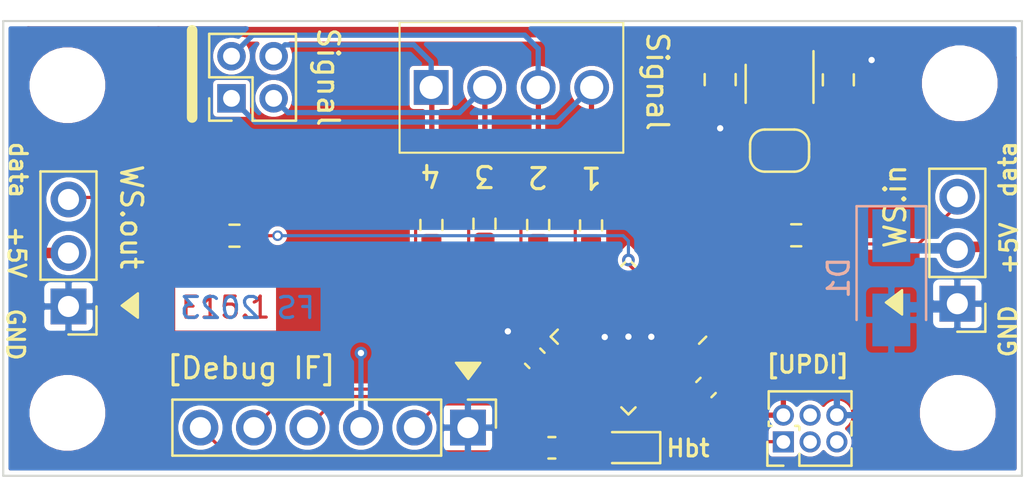
<source format=kicad_pcb>
(kicad_pcb (version 20171130) (host pcbnew "(5.1.12)-1")

  (general
    (thickness 1.6)
    (drawings 27)
    (tracks 181)
    (zones 0)
    (modules 26)
    (nets 23)
  )

  (page A4)
  (title_block
    (title "RTB E15 module")
    (date 2023-12-30)
    (rev 1)
    (company "Frank Schumacher")
    (comment 1 "WS2811 chip emulator for 12 multiplex LEDs (fixed voltage)")
    (comment 4 "Licensed under the Apache License, Version 2")
  )

  (layers
    (0 F.Cu signal)
    (31 B.Cu signal)
    (32 B.Adhes user hide)
    (33 F.Adhes user hide)
    (34 B.Paste user hide)
    (35 F.Paste user hide)
    (36 B.SilkS user)
    (37 F.SilkS user)
    (38 B.Mask user hide)
    (39 F.Mask user hide)
    (40 Dwgs.User user hide)
    (41 Cmts.User user hide)
    (42 Eco1.User user hide)
    (43 Eco2.User user hide)
    (44 Edge.Cuts user)
    (45 Margin user hide)
    (46 B.CrtYd user hide)
    (47 F.CrtYd user)
    (48 B.Fab user hide)
    (49 F.Fab user hide)
  )

  (setup
    (last_trace_width 0.25)
    (user_trace_width 0.15)
    (user_trace_width 0.35)
    (user_trace_width 0.5)
    (trace_clearance 0.2)
    (zone_clearance 0.2)
    (zone_45_only yes)
    (trace_min 0.15)
    (via_size 0.8)
    (via_drill 0.4)
    (via_min_size 0.4)
    (via_min_drill 0.3)
    (user_via 0.5 0.3)
    (user_via 0.6 0.3)
    (uvia_size 0.3)
    (uvia_drill 0.1)
    (uvias_allowed no)
    (uvia_min_size 0.2)
    (uvia_min_drill 0.1)
    (edge_width 0.05)
    (segment_width 0.2)
    (pcb_text_width 0.3)
    (pcb_text_size 1.5 1.5)
    (mod_edge_width 0.12)
    (mod_text_size 1 1)
    (mod_text_width 0.15)
    (pad_size 1 0.5)
    (pad_drill 0)
    (pad_to_mask_clearance 0)
    (aux_axis_origin 0 0)
    (visible_elements 7FFFFFFF)
    (pcbplotparams
      (layerselection 0x010fc_ffffffff)
      (usegerberextensions true)
      (usegerberattributes false)
      (usegerberadvancedattributes false)
      (creategerberjobfile false)
      (excludeedgelayer true)
      (linewidth 0.150000)
      (plotframeref false)
      (viasonmask false)
      (mode 1)
      (useauxorigin false)
      (hpglpennumber 1)
      (hpglpenspeed 20)
      (hpglpendiameter 15.000000)
      (psnegative false)
      (psa4output false)
      (plotreference false)
      (plotvalue false)
      (plotinvisibletext false)
      (padsonsilk false)
      (subtractmaskfromsilk true)
      (outputformat 1)
      (mirror false)
      (drillshape 0)
      (scaleselection 1)
      (outputdirectory "Plot/"))
  )

  (net 0 "")
  (net 1 GND)
  (net 2 +5V)
  (net 3 DI)
  (net 4 DO)
  (net 5 UPDI)
  (net 6 OUT3)
  (net 7 OUT2)
  (net 8 OUT1)
  (net 9 OUT4)
  (net 10 "Net-(R14-Pad1)")
  (net 11 "Net-(R15-Pad1)")
  (net 12 "Net-(R16-Pad1)")
  (net 13 "Net-(R17-Pad1)")
  (net 14 "Net-(R18-Pad1)")
  (net 15 "Net-(R19-Pad1)")
  (net 16 V24.rts)
  (net 17 V24.rx)
  (net 18 V24.tx)
  (net 19 V24.cts)
  (net 20 "Net-(D2-Pad2)")
  (net 21 "Net-(D2-Pad1)")
  (net 22 VDD)

  (net_class Default "This is the default net class."
    (clearance 0.2)
    (trace_width 0.25)
    (via_dia 0.8)
    (via_drill 0.4)
    (uvia_dia 0.3)
    (uvia_drill 0.1)
    (add_net +5V)
    (add_net DI)
    (add_net DO)
    (add_net GND)
    (add_net "Net-(D2-Pad1)")
    (add_net "Net-(D2-Pad2)")
    (add_net "Net-(R14-Pad1)")
    (add_net "Net-(R15-Pad1)")
    (add_net "Net-(R16-Pad1)")
    (add_net "Net-(R17-Pad1)")
    (add_net "Net-(R18-Pad1)")
    (add_net "Net-(R19-Pad1)")
    (add_net OUT1)
    (add_net OUT2)
    (add_net OUT3)
    (add_net OUT4)
    (add_net UPDI)
    (add_net V24.cts)
    (add_net V24.rts)
    (add_net V24.rx)
    (add_net V24.tx)
    (add_net VDD)
  )

  (module Diode_SMD:D_SMA (layer B.Cu) (tedit 586432E5) (tstamp 65929E4B)
    (at 133.096 87.63 270)
    (descr "Diode SMA (DO-214AC)")
    (tags "Diode SMA (DO-214AC)")
    (path /6594502C)
    (attr smd)
    (fp_text reference D1 (at 0 2.5 90) (layer B.SilkS)
      (effects (font (size 1 1) (thickness 0.15)) (justify mirror))
    )
    (fp_text value SSA33L (at 0 -2.6 90) (layer B.Fab)
      (effects (font (size 1 1) (thickness 0.15)) (justify mirror))
    )
    (fp_line (start -3.4 1.65) (end 2 1.65) (layer B.SilkS) (width 0.12))
    (fp_line (start -3.4 -1.65) (end 2 -1.65) (layer B.SilkS) (width 0.12))
    (fp_line (start -0.64944 -0.00102) (end 0.50118 0.79908) (layer B.Fab) (width 0.1))
    (fp_line (start -0.64944 -0.00102) (end 0.50118 -0.75032) (layer B.Fab) (width 0.1))
    (fp_line (start 0.50118 -0.75032) (end 0.50118 0.79908) (layer B.Fab) (width 0.1))
    (fp_line (start -0.64944 0.79908) (end -0.64944 -0.80112) (layer B.Fab) (width 0.1))
    (fp_line (start 0.50118 -0.00102) (end 1.4994 -0.00102) (layer B.Fab) (width 0.1))
    (fp_line (start -0.64944 -0.00102) (end -1.55114 -0.00102) (layer B.Fab) (width 0.1))
    (fp_line (start -3.5 -1.75) (end -3.5 1.75) (layer B.CrtYd) (width 0.05))
    (fp_line (start 3.5 -1.75) (end -3.5 -1.75) (layer B.CrtYd) (width 0.05))
    (fp_line (start 3.5 1.75) (end 3.5 -1.75) (layer B.CrtYd) (width 0.05))
    (fp_line (start -3.5 1.75) (end 3.5 1.75) (layer B.CrtYd) (width 0.05))
    (fp_line (start 2.3 1.5) (end -2.3 1.5) (layer B.Fab) (width 0.1))
    (fp_line (start 2.3 1.5) (end 2.3 -1.5) (layer B.Fab) (width 0.1))
    (fp_line (start -2.3 -1.5) (end -2.3 1.5) (layer B.Fab) (width 0.1))
    (fp_line (start 2.3 -1.5) (end -2.3 -1.5) (layer B.Fab) (width 0.1))
    (fp_line (start -3.4 1.65) (end -3.4 -1.65) (layer B.SilkS) (width 0.12))
    (fp_text user %R (at 0 2.5 90) (layer B.Fab)
      (effects (font (size 1 1) (thickness 0.15)) (justify mirror))
    )
    (pad 2 smd rect (at 2 0 270) (size 2.5 1.8) (layers B.Cu B.Paste B.Mask)
      (net 1 GND))
    (pad 1 smd rect (at -2 0 270) (size 2.5 1.8) (layers B.Cu B.Paste B.Mask)
      (net 2 +5V))
    (model ${KISYS3DMOD}/Diode_SMD.3dshapes/D_SMA.wrl
      (at (xyz 0 0 0))
      (scale (xyz 1 1 1))
      (rotate (xyz 0 0 0))
    )
  )

  (module Capacitor_SMD:C_0603_1608Metric (layer F.Cu) (tedit 5F68FEEE) (tstamp 6066B905)
    (at 116.17 91.45 135)
    (descr "Capacitor SMD 0603 (1608 Metric), square (rectangular) end terminal, IPC_7351 nominal, (Body size source: IPC-SM-782 page 76, https://www.pcb-3d.com/wordpress/wp-content/uploads/ipc-sm-782a_amendment_1_and_2.pdf), generated with kicad-footprint-generator")
    (tags capacitor)
    (path /6072CAD8)
    (attr smd)
    (fp_text reference C2 (at 0 -1.43 135) (layer Cmts.User) hide
      (effects (font (size 1 1) (thickness 0.15)))
    )
    (fp_text value 100n (at 0 1.43 135) (layer Cmts.User)
      (effects (font (size 1 1) (thickness 0.15)))
    )
    (fp_line (start -0.8 0.4) (end -0.8 -0.4) (layer F.Fab) (width 0.1))
    (fp_line (start -0.8 -0.4) (end 0.8 -0.4) (layer F.Fab) (width 0.1))
    (fp_line (start 0.8 -0.4) (end 0.8 0.4) (layer F.Fab) (width 0.1))
    (fp_line (start 0.8 0.4) (end -0.8 0.4) (layer F.Fab) (width 0.1))
    (fp_line (start -0.14058 -0.51) (end 0.14058 -0.51) (layer F.SilkS) (width 0.12))
    (fp_line (start -0.14058 0.51) (end 0.14058 0.51) (layer F.SilkS) (width 0.12))
    (fp_line (start -1.48 0.73) (end -1.48 -0.73) (layer F.CrtYd) (width 0.05))
    (fp_line (start -1.48 -0.73) (end 1.48 -0.73) (layer F.CrtYd) (width 0.05))
    (fp_line (start 1.48 -0.73) (end 1.48 0.73) (layer F.CrtYd) (width 0.05))
    (fp_line (start 1.48 0.73) (end -1.48 0.73) (layer F.CrtYd) (width 0.05))
    (fp_text user %R (at 0 0 135) (layer F.Fab)
      (effects (font (size 0.4 0.4) (thickness 0.06)))
    )
    (pad 2 smd roundrect (at 0.775 0 135) (size 0.9 0.95) (layers F.Cu F.Paste F.Mask) (roundrect_rratio 0.25)
      (net 1 GND))
    (pad 1 smd roundrect (at -0.775 0 135) (size 0.9 0.95) (layers F.Cu F.Paste F.Mask) (roundrect_rratio 0.25)
      (net 22 VDD))
    (model ${KISYS3DMOD}/Capacitor_SMD.3dshapes/C_0603_1608Metric.wrl
      (at (xyz 0 0 0))
      (scale (xyz 1 1 1))
      (rotate (xyz 0 0 0))
    )
  )

  (module LED_SMD:LED_0603_1608Metric (layer F.Cu) (tedit 5F68FEF1) (tstamp 6066F8A5)
    (at 120.64 95.691 180)
    (descr "LED SMD 0603 (1608 Metric), square (rectangular) end terminal, IPC_7351 nominal, (Body size source: http://www.tortai-tech.com/upload/download/2011102023233369053.pdf), generated with kicad-footprint-generator")
    (tags LED)
    (path /6074997E)
    (attr smd)
    (fp_text reference D2 (at 2.667 0) (layer Cmts.User) hide
      (effects (font (size 1 1) (thickness 0.15)))
    )
    (fp_text value "HBT(green)" (at 0 1.43) (layer Cmts.User)
      (effects (font (size 1 1) (thickness 0.15)))
    )
    (fp_line (start 0.8 -0.4) (end -0.5 -0.4) (layer F.Fab) (width 0.1))
    (fp_line (start -0.5 -0.4) (end -0.8 -0.1) (layer F.Fab) (width 0.1))
    (fp_line (start -0.8 -0.1) (end -0.8 0.4) (layer F.Fab) (width 0.1))
    (fp_line (start -0.8 0.4) (end 0.8 0.4) (layer F.Fab) (width 0.1))
    (fp_line (start 0.8 0.4) (end 0.8 -0.4) (layer F.Fab) (width 0.1))
    (fp_line (start 0.8 -0.735) (end -1.485 -0.735) (layer F.SilkS) (width 0.12))
    (fp_line (start -1.485 -0.735) (end -1.485 0.735) (layer F.SilkS) (width 0.12))
    (fp_line (start -1.485 0.735) (end 0.8 0.735) (layer F.SilkS) (width 0.12))
    (fp_line (start -1.48 0.73) (end -1.48 -0.73) (layer F.CrtYd) (width 0.05))
    (fp_line (start -1.48 -0.73) (end 1.48 -0.73) (layer F.CrtYd) (width 0.05))
    (fp_line (start 1.48 -0.73) (end 1.48 0.73) (layer F.CrtYd) (width 0.05))
    (fp_line (start 1.48 0.73) (end -1.48 0.73) (layer F.CrtYd) (width 0.05))
    (fp_text user %R (at 0 0) (layer F.Fab)
      (effects (font (size 0.4 0.4) (thickness 0.06)))
    )
    (pad 2 smd roundrect (at 0.7875 0 180) (size 0.875 0.95) (layers F.Cu F.Paste F.Mask) (roundrect_rratio 0.25)
      (net 20 "Net-(D2-Pad2)"))
    (pad 1 smd roundrect (at -0.7875 0 180) (size 0.875 0.95) (layers F.Cu F.Paste F.Mask) (roundrect_rratio 0.25)
      (net 21 "Net-(D2-Pad1)"))
    (model ${KISYS3DMOD}/LED_SMD.3dshapes/LED_0603_1608Metric.wrl
      (at (xyz 0 0 0))
      (scale (xyz 1 1 1))
      (rotate (xyz 0 0 0))
    )
  )

  (module Capacitor_SMD:C_0603_1608Metric (layer F.Cu) (tedit 5F68FEEE) (tstamp 658EE99A)
    (at 124.297 92.837 45)
    (descr "Capacitor SMD 0603 (1608 Metric), square (rectangular) end terminal, IPC_7351 nominal, (Body size source: IPC-SM-782 page 76, https://www.pcb-3d.com/wordpress/wp-content/uploads/ipc-sm-782a_amendment_1_and_2.pdf), generated with kicad-footprint-generator")
    (tags capacitor)
    (path /60730021)
    (attr smd)
    (fp_text reference C3 (at 0 -1.43 45) (layer Cmts.User) hide
      (effects (font (size 1 1) (thickness 0.15)))
    )
    (fp_text value 100n (at 0 1.43 45) (layer Cmts.User)
      (effects (font (size 1 1) (thickness 0.15)))
    )
    (fp_line (start -0.8 0.4) (end -0.8 -0.4) (layer F.Fab) (width 0.1))
    (fp_line (start -0.8 -0.4) (end 0.8 -0.4) (layer F.Fab) (width 0.1))
    (fp_line (start 0.8 -0.4) (end 0.8 0.4) (layer F.Fab) (width 0.1))
    (fp_line (start 0.8 0.4) (end -0.8 0.4) (layer F.Fab) (width 0.1))
    (fp_line (start -0.14058 -0.51) (end 0.14058 -0.51) (layer F.SilkS) (width 0.12))
    (fp_line (start -0.14058 0.51) (end 0.14058 0.51) (layer F.SilkS) (width 0.12))
    (fp_line (start -1.48 0.73) (end -1.48 -0.73) (layer F.CrtYd) (width 0.05))
    (fp_line (start -1.48 -0.73) (end 1.48 -0.73) (layer F.CrtYd) (width 0.05))
    (fp_line (start 1.48 -0.73) (end 1.48 0.73) (layer F.CrtYd) (width 0.05))
    (fp_line (start 1.48 0.73) (end -1.48 0.73) (layer F.CrtYd) (width 0.05))
    (fp_text user %R (at 0 0 45) (layer F.Fab)
      (effects (font (size 0.4 0.4) (thickness 0.06)))
    )
    (pad 2 smd roundrect (at 0.775 0 45) (size 0.9 0.95) (layers F.Cu F.Paste F.Mask) (roundrect_rratio 0.25)
      (net 1 GND))
    (pad 1 smd roundrect (at -0.775 0 45) (size 0.9 0.95) (layers F.Cu F.Paste F.Mask) (roundrect_rratio 0.25)
      (net 22 VDD))
    (model ${KISYS3DMOD}/Capacitor_SMD.3dshapes/C_0603_1608Metric.wrl
      (at (xyz 0 0 0))
      (scale (xyz 1 1 1))
      (rotate (xyz 0 0 0))
    )
  )

  (module Resistor_SMD:R_0603_1608Metric (layer F.Cu) (tedit 5F68FEEE) (tstamp 60661F82)
    (at 118.84 85.14 90)
    (descr "Resistor SMD 0603 (1608 Metric), square (rectangular) end terminal, IPC_7351 nominal, (Body size source: IPC-SM-782 page 72, https://www.pcb-3d.com/wordpress/wp-content/uploads/ipc-sm-782a_amendment_1_and_2.pdf), generated with kicad-footprint-generator")
    (tags resistor)
    (path /606C55F1)
    (attr smd)
    (fp_text reference R17 (at 0 -1.43 90) (layer Cmts.User) hide
      (effects (font (size 1 1) (thickness 0.15)))
    )
    (fp_text value 120 (at 0 1.43 90) (layer Cmts.User)
      (effects (font (size 1 1) (thickness 0.15)))
    )
    (fp_line (start -0.8 0.4125) (end -0.8 -0.4125) (layer F.Fab) (width 0.1))
    (fp_line (start -0.8 -0.4125) (end 0.8 -0.4125) (layer F.Fab) (width 0.1))
    (fp_line (start 0.8 -0.4125) (end 0.8 0.4125) (layer F.Fab) (width 0.1))
    (fp_line (start 0.8 0.4125) (end -0.8 0.4125) (layer F.Fab) (width 0.1))
    (fp_line (start -0.237258 -0.5225) (end 0.237258 -0.5225) (layer F.SilkS) (width 0.12))
    (fp_line (start -0.237258 0.5225) (end 0.237258 0.5225) (layer F.SilkS) (width 0.12))
    (fp_line (start -1.48 0.73) (end -1.48 -0.73) (layer F.CrtYd) (width 0.05))
    (fp_line (start -1.48 -0.73) (end 1.48 -0.73) (layer F.CrtYd) (width 0.05))
    (fp_line (start 1.48 -0.73) (end 1.48 0.73) (layer F.CrtYd) (width 0.05))
    (fp_line (start 1.48 0.73) (end -1.48 0.73) (layer F.CrtYd) (width 0.05))
    (fp_text user %R (at 0 0 90) (layer F.Fab)
      (effects (font (size 0.4 0.4) (thickness 0.06)))
    )
    (pad 2 smd roundrect (at 0.825 0 90) (size 0.8 0.95) (layers F.Cu F.Paste F.Mask) (roundrect_rratio 0.25)
      (net 8 OUT1))
    (pad 1 smd roundrect (at -0.825 0 90) (size 0.8 0.95) (layers F.Cu F.Paste F.Mask) (roundrect_rratio 0.25)
      (net 13 "Net-(R17-Pad1)"))
    (model ${KISYS3DMOD}/Resistor_SMD.3dshapes/R_0603_1608Metric.wrl
      (at (xyz 0 0 0))
      (scale (xyz 1 1 1))
      (rotate (xyz 0 0 0))
    )
  )

  (module Resistor_SMD:R_0603_1608Metric (layer F.Cu) (tedit 5F68FEEE) (tstamp 60661F6F)
    (at 116.33 85.12 90)
    (descr "Resistor SMD 0603 (1608 Metric), square (rectangular) end terminal, IPC_7351 nominal, (Body size source: IPC-SM-782 page 72, https://www.pcb-3d.com/wordpress/wp-content/uploads/ipc-sm-782a_amendment_1_and_2.pdf), generated with kicad-footprint-generator")
    (tags resistor)
    (path /606C55E7)
    (attr smd)
    (fp_text reference R16 (at 0 -1.43 90) (layer Cmts.User) hide
      (effects (font (size 1 1) (thickness 0.15)))
    )
    (fp_text value 120 (at 0 1.43 90) (layer Cmts.User)
      (effects (font (size 1 1) (thickness 0.15)))
    )
    (fp_line (start -0.8 0.4125) (end -0.8 -0.4125) (layer F.Fab) (width 0.1))
    (fp_line (start -0.8 -0.4125) (end 0.8 -0.4125) (layer F.Fab) (width 0.1))
    (fp_line (start 0.8 -0.4125) (end 0.8 0.4125) (layer F.Fab) (width 0.1))
    (fp_line (start 0.8 0.4125) (end -0.8 0.4125) (layer F.Fab) (width 0.1))
    (fp_line (start -0.237258 -0.5225) (end 0.237258 -0.5225) (layer F.SilkS) (width 0.12))
    (fp_line (start -0.237258 0.5225) (end 0.237258 0.5225) (layer F.SilkS) (width 0.12))
    (fp_line (start -1.48 0.73) (end -1.48 -0.73) (layer F.CrtYd) (width 0.05))
    (fp_line (start -1.48 -0.73) (end 1.48 -0.73) (layer F.CrtYd) (width 0.05))
    (fp_line (start 1.48 -0.73) (end 1.48 0.73) (layer F.CrtYd) (width 0.05))
    (fp_line (start 1.48 0.73) (end -1.48 0.73) (layer F.CrtYd) (width 0.05))
    (fp_text user %R (at 0 0 90) (layer F.Fab)
      (effects (font (size 0.4 0.4) (thickness 0.06)))
    )
    (pad 2 smd roundrect (at 0.825 0 90) (size 0.8 0.95) (layers F.Cu F.Paste F.Mask) (roundrect_rratio 0.25)
      (net 7 OUT2))
    (pad 1 smd roundrect (at -0.825 0 90) (size 0.8 0.95) (layers F.Cu F.Paste F.Mask) (roundrect_rratio 0.25)
      (net 12 "Net-(R16-Pad1)"))
    (model ${KISYS3DMOD}/Resistor_SMD.3dshapes/R_0603_1608Metric.wrl
      (at (xyz 0 0 0))
      (scale (xyz 1 1 1))
      (rotate (xyz 0 0 0))
    )
  )

  (module Resistor_SMD:R_0603_1608Metric (layer F.Cu) (tedit 5F68FEEE) (tstamp 60661F5C)
    (at 113.78 85.06 90)
    (descr "Resistor SMD 0603 (1608 Metric), square (rectangular) end terminal, IPC_7351 nominal, (Body size source: IPC-SM-782 page 72, https://www.pcb-3d.com/wordpress/wp-content/uploads/ipc-sm-782a_amendment_1_and_2.pdf), generated with kicad-footprint-generator")
    (tags resistor)
    (path /606C55DD)
    (attr smd)
    (fp_text reference R15 (at 0 -1.43 90) (layer Cmts.User) hide
      (effects (font (size 1 1) (thickness 0.15)))
    )
    (fp_text value 120 (at 0 1.43 90) (layer Cmts.User)
      (effects (font (size 1 1) (thickness 0.15)))
    )
    (fp_line (start -0.8 0.4125) (end -0.8 -0.4125) (layer F.Fab) (width 0.1))
    (fp_line (start -0.8 -0.4125) (end 0.8 -0.4125) (layer F.Fab) (width 0.1))
    (fp_line (start 0.8 -0.4125) (end 0.8 0.4125) (layer F.Fab) (width 0.1))
    (fp_line (start 0.8 0.4125) (end -0.8 0.4125) (layer F.Fab) (width 0.1))
    (fp_line (start -0.237258 -0.5225) (end 0.237258 -0.5225) (layer F.SilkS) (width 0.12))
    (fp_line (start -0.237258 0.5225) (end 0.237258 0.5225) (layer F.SilkS) (width 0.12))
    (fp_line (start -1.48 0.73) (end -1.48 -0.73) (layer F.CrtYd) (width 0.05))
    (fp_line (start -1.48 -0.73) (end 1.48 -0.73) (layer F.CrtYd) (width 0.05))
    (fp_line (start 1.48 -0.73) (end 1.48 0.73) (layer F.CrtYd) (width 0.05))
    (fp_line (start 1.48 0.73) (end -1.48 0.73) (layer F.CrtYd) (width 0.05))
    (fp_text user %R (at 0 0 90) (layer F.Fab)
      (effects (font (size 0.4 0.4) (thickness 0.06)))
    )
    (pad 2 smd roundrect (at 0.825 0 90) (size 0.8 0.95) (layers F.Cu F.Paste F.Mask) (roundrect_rratio 0.25)
      (net 6 OUT3))
    (pad 1 smd roundrect (at -0.825 0 90) (size 0.8 0.95) (layers F.Cu F.Paste F.Mask) (roundrect_rratio 0.25)
      (net 11 "Net-(R15-Pad1)"))
    (model ${KISYS3DMOD}/Resistor_SMD.3dshapes/R_0603_1608Metric.wrl
      (at (xyz 0 0 0))
      (scale (xyz 1 1 1))
      (rotate (xyz 0 0 0))
    )
  )

  (module Resistor_SMD:R_0603_1608Metric (layer F.Cu) (tedit 5F68FEEE) (tstamp 60661F49)
    (at 111.26 85.12 90)
    (descr "Resistor SMD 0603 (1608 Metric), square (rectangular) end terminal, IPC_7351 nominal, (Body size source: IPC-SM-782 page 72, https://www.pcb-3d.com/wordpress/wp-content/uploads/ipc-sm-782a_amendment_1_and_2.pdf), generated with kicad-footprint-generator")
    (tags resistor)
    (path /606C55D3)
    (attr smd)
    (fp_text reference R14 (at 0 -1.43 90) (layer Cmts.User) hide
      (effects (font (size 1 1) (thickness 0.15)))
    )
    (fp_text value 120 (at 0 1.43 90) (layer Cmts.User)
      (effects (font (size 1 1) (thickness 0.15)))
    )
    (fp_line (start -0.8 0.4125) (end -0.8 -0.4125) (layer F.Fab) (width 0.1))
    (fp_line (start -0.8 -0.4125) (end 0.8 -0.4125) (layer F.Fab) (width 0.1))
    (fp_line (start 0.8 -0.4125) (end 0.8 0.4125) (layer F.Fab) (width 0.1))
    (fp_line (start 0.8 0.4125) (end -0.8 0.4125) (layer F.Fab) (width 0.1))
    (fp_line (start -0.237258 -0.5225) (end 0.237258 -0.5225) (layer F.SilkS) (width 0.12))
    (fp_line (start -0.237258 0.5225) (end 0.237258 0.5225) (layer F.SilkS) (width 0.12))
    (fp_line (start -1.48 0.73) (end -1.48 -0.73) (layer F.CrtYd) (width 0.05))
    (fp_line (start -1.48 -0.73) (end 1.48 -0.73) (layer F.CrtYd) (width 0.05))
    (fp_line (start 1.48 -0.73) (end 1.48 0.73) (layer F.CrtYd) (width 0.05))
    (fp_line (start 1.48 0.73) (end -1.48 0.73) (layer F.CrtYd) (width 0.05))
    (fp_text user %R (at 0 0 90) (layer F.Fab)
      (effects (font (size 0.4 0.4) (thickness 0.06)))
    )
    (pad 2 smd roundrect (at 0.825 0 90) (size 0.8 0.95) (layers F.Cu F.Paste F.Mask) (roundrect_rratio 0.25)
      (net 9 OUT4))
    (pad 1 smd roundrect (at -0.825 0 90) (size 0.8 0.95) (layers F.Cu F.Paste F.Mask) (roundrect_rratio 0.25)
      (net 10 "Net-(R14-Pad1)"))
    (model ${KISYS3DMOD}/Resistor_SMD.3dshapes/R_0603_1608Metric.wrl
      (at (xyz 0 0 0))
      (scale (xyz 1 1 1))
      (rotate (xyz 0 0 0))
    )
  )

  (module Resistor_SMD:R_0603_1608Metric (layer F.Cu) (tedit 5F68FEEE) (tstamp 606655E0)
    (at 101.91 85.63 180)
    (descr "Resistor SMD 0603 (1608 Metric), square (rectangular) end terminal, IPC_7351 nominal, (Body size source: IPC-SM-782 page 72, https://www.pcb-3d.com/wordpress/wp-content/uploads/ipc-sm-782a_amendment_1_and_2.pdf), generated with kicad-footprint-generator")
    (tags resistor)
    (path /606DE0A7)
    (attr smd)
    (fp_text reference R19 (at 0 1.47) (layer Cmts.User)
      (effects (font (size 1 1) (thickness 0.15) italic))
    )
    (fp_text value 160 (at 0 1.43) (layer Cmts.User)
      (effects (font (size 1 1) (thickness 0.15)))
    )
    (fp_line (start -0.8 0.4125) (end -0.8 -0.4125) (layer F.Fab) (width 0.1))
    (fp_line (start -0.8 -0.4125) (end 0.8 -0.4125) (layer F.Fab) (width 0.1))
    (fp_line (start 0.8 -0.4125) (end 0.8 0.4125) (layer F.Fab) (width 0.1))
    (fp_line (start 0.8 0.4125) (end -0.8 0.4125) (layer F.Fab) (width 0.1))
    (fp_line (start -0.237258 -0.5225) (end 0.237258 -0.5225) (layer F.SilkS) (width 0.12))
    (fp_line (start -0.237258 0.5225) (end 0.237258 0.5225) (layer F.SilkS) (width 0.12))
    (fp_line (start -1.48 0.73) (end -1.48 -0.73) (layer F.CrtYd) (width 0.05))
    (fp_line (start -1.48 -0.73) (end 1.48 -0.73) (layer F.CrtYd) (width 0.05))
    (fp_line (start 1.48 -0.73) (end 1.48 0.73) (layer F.CrtYd) (width 0.05))
    (fp_line (start 1.48 0.73) (end -1.48 0.73) (layer F.CrtYd) (width 0.05))
    (fp_text user %R (at 0 0) (layer F.Fab)
      (effects (font (size 0.4 0.4) (thickness 0.06)))
    )
    (pad 2 smd roundrect (at 0.825 0 180) (size 0.8 0.95) (layers F.Cu F.Paste F.Mask) (roundrect_rratio 0.25)
      (net 4 DO))
    (pad 1 smd roundrect (at -0.825 0 180) (size 0.8 0.95) (layers F.Cu F.Paste F.Mask) (roundrect_rratio 0.25)
      (net 15 "Net-(R19-Pad1)"))
    (model ${KISYS3DMOD}/Resistor_SMD.3dshapes/R_0603_1608Metric.wrl
      (at (xyz 0 0 0))
      (scale (xyz 1 1 1))
      (rotate (xyz 0 0 0))
    )
  )

  (module Resistor_SMD:R_0603_1608Metric (layer F.Cu) (tedit 5F68FEEE) (tstamp 60664C07)
    (at 128.58 85.61)
    (descr "Resistor SMD 0603 (1608 Metric), square (rectangular) end terminal, IPC_7351 nominal, (Body size source: IPC-SM-782 page 72, https://www.pcb-3d.com/wordpress/wp-content/uploads/ipc-sm-782a_amendment_1_and_2.pdf), generated with kicad-footprint-generator")
    (tags resistor)
    (path /606D9C59)
    (attr smd)
    (fp_text reference R18 (at -0.01 -1.39 180) (layer Cmts.User) hide
      (effects (font (size 1 1) (thickness 0.15)))
    )
    (fp_text value 160 (at 0 1.43) (layer Cmts.User)
      (effects (font (size 1 1) (thickness 0.15)))
    )
    (fp_line (start -0.8 0.4125) (end -0.8 -0.4125) (layer F.Fab) (width 0.1))
    (fp_line (start -0.8 -0.4125) (end 0.8 -0.4125) (layer F.Fab) (width 0.1))
    (fp_line (start 0.8 -0.4125) (end 0.8 0.4125) (layer F.Fab) (width 0.1))
    (fp_line (start 0.8 0.4125) (end -0.8 0.4125) (layer F.Fab) (width 0.1))
    (fp_line (start -0.237258 -0.5225) (end 0.237258 -0.5225) (layer F.SilkS) (width 0.12))
    (fp_line (start -0.237258 0.5225) (end 0.237258 0.5225) (layer F.SilkS) (width 0.12))
    (fp_line (start -1.48 0.73) (end -1.48 -0.73) (layer F.CrtYd) (width 0.05))
    (fp_line (start -1.48 -0.73) (end 1.48 -0.73) (layer F.CrtYd) (width 0.05))
    (fp_line (start 1.48 -0.73) (end 1.48 0.73) (layer F.CrtYd) (width 0.05))
    (fp_line (start 1.48 0.73) (end -1.48 0.73) (layer F.CrtYd) (width 0.05))
    (fp_text user %R (at 0 0) (layer F.Fab)
      (effects (font (size 0.4 0.4) (thickness 0.06)))
    )
    (pad 2 smd roundrect (at 0.825 0) (size 0.8 0.95) (layers F.Cu F.Paste F.Mask) (roundrect_rratio 0.25)
      (net 3 DI))
    (pad 1 smd roundrect (at -0.825 0) (size 0.8 0.95) (layers F.Cu F.Paste F.Mask) (roundrect_rratio 0.25)
      (net 14 "Net-(R18-Pad1)"))
    (model ${KISYS3DMOD}/Resistor_SMD.3dshapes/R_0603_1608Metric.wrl
      (at (xyz 0 0 0))
      (scale (xyz 1 1 1))
      (rotate (xyz 0 0 0))
    )
  )

  (module Capacitor_SMD:C_0805_2012Metric (layer F.Cu) (tedit 5F68FEEE) (tstamp 658F403C)
    (at 130.58 78.23 90)
    (descr "Capacitor SMD 0805 (2012 Metric), square (rectangular) end terminal, IPC_7351 nominal, (Body size source: IPC-SM-782 page 76, https://www.pcb-3d.com/wordpress/wp-content/uploads/ipc-sm-782a_amendment_1_and_2.pdf, https://docs.google.com/spreadsheets/d/1BsfQQcO9C6DZCsRaXUlFlo91Tg2WpOkGARC1WS5S8t0/edit?usp=sharing), generated with kicad-footprint-generator")
    (tags capacitor)
    (path /6591D86E)
    (attr smd)
    (fp_text reference C4 (at 0.1 -0.13 270) (layer Cmts.User) hide
      (effects (font (size 1 1) (thickness 0.15)))
    )
    (fp_text value 4.7u/10V (at 0 1.68 270) (layer Cmts.User)
      (effects (font (size 1 1) (thickness 0.15)))
    )
    (fp_line (start -1 0.625) (end -1 -0.625) (layer F.Fab) (width 0.1))
    (fp_line (start -1 -0.625) (end 1 -0.625) (layer F.Fab) (width 0.1))
    (fp_line (start 1 -0.625) (end 1 0.625) (layer F.Fab) (width 0.1))
    (fp_line (start 1 0.625) (end -1 0.625) (layer F.Fab) (width 0.1))
    (fp_line (start -0.261252 -0.735) (end 0.261252 -0.735) (layer F.SilkS) (width 0.12))
    (fp_line (start -0.261252 0.735) (end 0.261252 0.735) (layer F.SilkS) (width 0.12))
    (fp_line (start -1.7 0.98) (end -1.7 -0.98) (layer F.CrtYd) (width 0.05))
    (fp_line (start -1.7 -0.98) (end 1.7 -0.98) (layer F.CrtYd) (width 0.05))
    (fp_line (start 1.7 -0.98) (end 1.7 0.98) (layer F.CrtYd) (width 0.05))
    (fp_line (start 1.7 0.98) (end -1.7 0.98) (layer F.CrtYd) (width 0.05))
    (fp_text user %R (at 0 0 270) (layer F.Fab)
      (effects (font (size 0.5 0.5) (thickness 0.08)))
    )
    (pad 2 smd roundrect (at 0.95 0 90) (size 1 1.45) (layers F.Cu F.Paste F.Mask) (roundrect_rratio 0.25)
      (net 1 GND))
    (pad 1 smd roundrect (at -0.95 0 90) (size 1 1.45) (layers F.Cu F.Paste F.Mask) (roundrect_rratio 0.25)
      (net 22 VDD))
    (model ${KISYS3DMOD}/Capacitor_SMD.3dshapes/C_0805_2012Metric.wrl
      (at (xyz 0 0 0))
      (scale (xyz 1 1 1))
      (rotate (xyz 0 0 0))
    )
  )

  (module Capacitor_SMD:C_0805_2012Metric (layer F.Cu) (tedit 5F68FEEE) (tstamp 6568C75D)
    (at 124.97 78.22 270)
    (descr "Capacitor SMD 0805 (2012 Metric), square (rectangular) end terminal, IPC_7351 nominal, (Body size source: IPC-SM-782 page 76, https://www.pcb-3d.com/wordpress/wp-content/uploads/ipc-sm-782a_amendment_1_and_2.pdf, https://docs.google.com/spreadsheets/d/1BsfQQcO9C6DZCsRaXUlFlo91Tg2WpOkGARC1WS5S8t0/edit?usp=sharing), generated with kicad-footprint-generator")
    (tags capacitor)
    (path /656982B2)
    (attr smd)
    (fp_text reference C1 (at 0 -1.68 270) (layer Cmts.User) hide
      (effects (font (size 1 1) (thickness 0.15)))
    )
    (fp_text value 4.7u/10V (at 0 1.68 270) (layer Cmts.User)
      (effects (font (size 1 1) (thickness 0.15)))
    )
    (fp_line (start -1 0.625) (end -1 -0.625) (layer F.Fab) (width 0.1))
    (fp_line (start -1 -0.625) (end 1 -0.625) (layer F.Fab) (width 0.1))
    (fp_line (start 1 -0.625) (end 1 0.625) (layer F.Fab) (width 0.1))
    (fp_line (start 1 0.625) (end -1 0.625) (layer F.Fab) (width 0.1))
    (fp_line (start -0.261252 -0.735) (end 0.261252 -0.735) (layer F.SilkS) (width 0.12))
    (fp_line (start -0.261252 0.735) (end 0.261252 0.735) (layer F.SilkS) (width 0.12))
    (fp_line (start -1.7 0.98) (end -1.7 -0.98) (layer F.CrtYd) (width 0.05))
    (fp_line (start -1.7 -0.98) (end 1.7 -0.98) (layer F.CrtYd) (width 0.05))
    (fp_line (start 1.7 -0.98) (end 1.7 0.98) (layer F.CrtYd) (width 0.05))
    (fp_line (start 1.7 0.98) (end -1.7 0.98) (layer F.CrtYd) (width 0.05))
    (fp_text user %R (at 0 0 270) (layer F.Fab)
      (effects (font (size 0.5 0.5) (thickness 0.08)))
    )
    (pad 2 smd roundrect (at 0.95 0 270) (size 1 1.45) (layers F.Cu F.Paste F.Mask) (roundrect_rratio 0.25)
      (net 1 GND))
    (pad 1 smd roundrect (at -0.95 0 270) (size 1 1.45) (layers F.Cu F.Paste F.Mask) (roundrect_rratio 0.25)
      (net 2 +5V))
    (model ${KISYS3DMOD}/Capacitor_SMD.3dshapes/C_0805_2012Metric.wrl
      (at (xyz 0 0 0))
      (scale (xyz 1 1 1))
      (rotate (xyz 0 0 0))
    )
  )

  (module Jumper:SolderJumper-2_P1.3mm_Open_RoundedPad1.0x1.5mm (layer F.Cu) (tedit 65914787) (tstamp 658FF39F)
    (at 127.79 81.59)
    (descr "SMD Solder Jumper, 1x1.5mm, rounded Pads, 0.3mm gap, open")
    (tags "solder jumper open")
    (path /65922BEA)
    (zone_connect 1)
    (attr virtual)
    (fp_text reference JP1 (at 0 -1.8) (layer Cmts.User) hide
      (effects (font (size 1 1) (thickness 0.15)))
    )
    (fp_text value SolderJumper_2_Open (at 0 1.9) (layer Cmts.User)
      (effects (font (size 1 1) (thickness 0.15)))
    )
    (fp_line (start 1.65 1.25) (end -1.65 1.25) (layer F.CrtYd) (width 0.05))
    (fp_line (start 1.65 1.25) (end 1.65 -1.25) (layer F.CrtYd) (width 0.05))
    (fp_line (start -1.65 -1.25) (end -1.65 1.25) (layer F.CrtYd) (width 0.05))
    (fp_line (start -1.65 -1.25) (end 1.65 -1.25) (layer F.CrtYd) (width 0.05))
    (fp_line (start -0.7 -1) (end 0.7 -1) (layer F.SilkS) (width 0.12))
    (fp_line (start 1.4 -0.3) (end 1.4 0.3) (layer F.SilkS) (width 0.12))
    (fp_line (start 0.7 1) (end -0.7 1) (layer F.SilkS) (width 0.12))
    (fp_line (start -1.4 0.3) (end -1.4 -0.3) (layer F.SilkS) (width 0.12))
    (fp_arc (start -0.7 -0.3) (end -0.7 -1) (angle -90) (layer F.SilkS) (width 0.12))
    (fp_arc (start -0.7 0.3) (end -1.4 0.3) (angle -90) (layer F.SilkS) (width 0.12))
    (fp_arc (start 0.7 0.3) (end 0.7 1) (angle -90) (layer F.SilkS) (width 0.12))
    (fp_arc (start 0.7 -0.3) (end 1.4 -0.3) (angle -90) (layer F.SilkS) (width 0.12))
    (pad 2 smd custom (at 0.65 0) (size 1 0.5) (layers F.Cu F.Mask)
      (net 22 VDD) (zone_connect 0)
      (options (clearance outline) (anchor rect))
      (primitives
        (gr_circle (center 0 0.25) (end 0.5 0.25) (width 0))
        (gr_circle (center 0 -0.25) (end 0.5 -0.25) (width 0))
        (gr_poly (pts
           (xy 0 -0.75) (xy -0.5 -0.75) (xy -0.5 0.75) (xy 0 0.75)) (width 0))
      ))
    (pad 1 smd custom (at -0.65 0) (size 1 0.5) (layers F.Cu F.Mask)
      (net 2 +5V) (zone_connect 2)
      (options (clearance outline) (anchor rect))
      (primitives
        (gr_circle (center 0 0.25) (end 0.5 0.25) (width 0))
        (gr_circle (center 0 -0.25) (end 0.5 -0.25) (width 0))
        (gr_poly (pts
           (xy 0 -0.75) (xy 0.5 -0.75) (xy 0.5 0.75) (xy 0 0.75)) (width 0))
      ))
  )

  (module Package_TO_SOT_SMD:SOT-23-5 (layer F.Cu) (tedit 5A02FF57) (tstamp 658FD7E6)
    (at 127.79 78.42 270)
    (descr "5-pin SOT23 package")
    (tags SOT-23-5)
    (path /65909D8D)
    (attr smd)
    (fp_text reference U2 (at 0 -2.9 90) (layer Cmts.User) hide
      (effects (font (size 1 1) (thickness 0.15)))
    )
    (fp_text value MIC5205-5.0YM5 (at 0 2.9 90) (layer Cmts.User)
      (effects (font (size 1 1) (thickness 0.15)))
    )
    (fp_line (start 0.9 -1.55) (end 0.9 1.55) (layer F.Fab) (width 0.1))
    (fp_line (start 0.9 1.55) (end -0.9 1.55) (layer F.Fab) (width 0.1))
    (fp_line (start -0.9 -0.9) (end -0.9 1.55) (layer F.Fab) (width 0.1))
    (fp_line (start 0.9 -1.55) (end -0.25 -1.55) (layer F.Fab) (width 0.1))
    (fp_line (start -0.9 -0.9) (end -0.25 -1.55) (layer F.Fab) (width 0.1))
    (fp_line (start -1.9 1.8) (end -1.9 -1.8) (layer F.CrtYd) (width 0.05))
    (fp_line (start 1.9 1.8) (end -1.9 1.8) (layer F.CrtYd) (width 0.05))
    (fp_line (start 1.9 -1.8) (end 1.9 1.8) (layer F.CrtYd) (width 0.05))
    (fp_line (start -1.9 -1.8) (end 1.9 -1.8) (layer F.CrtYd) (width 0.05))
    (fp_line (start 0.9 -1.61) (end -1.55 -1.61) (layer F.SilkS) (width 0.12))
    (fp_line (start -0.9 1.61) (end 0.9 1.61) (layer F.SilkS) (width 0.12))
    (fp_text user %R (at 0 0) (layer F.Fab)
      (effects (font (size 0.5 0.5) (thickness 0.075)))
    )
    (pad 5 smd rect (at 1.1 -0.95 270) (size 1.06 0.65) (layers F.Cu F.Paste F.Mask)
      (net 22 VDD))
    (pad 4 smd rect (at 1.1 0.95 270) (size 1.06 0.65) (layers F.Cu F.Paste F.Mask))
    (pad 3 smd rect (at -1.1 0.95 270) (size 1.06 0.65) (layers F.Cu F.Paste F.Mask)
      (net 2 +5V))
    (pad 2 smd rect (at -1.1 0 270) (size 1.06 0.65) (layers F.Cu F.Paste F.Mask)
      (net 1 GND))
    (pad 1 smd rect (at -1.1 -0.95 270) (size 1.06 0.65) (layers F.Cu F.Paste F.Mask)
      (net 2 +5V))
    (model ${KISYS3DMOD}/Package_TO_SOT_SMD.3dshapes/SOT-23-5.wrl
      (at (xyz 0 0 0))
      (scale (xyz 1 1 1))
      (rotate (xyz 0 0 0))
    )
  )

  (module Connector_PinHeader_2.00mm:PinHeader_2x02_P2.00mm_Vertical (layer F.Cu) (tedit 59FED667) (tstamp 658F0A0E)
    (at 101.77 79.11 90)
    (descr "Through hole straight pin header, 2x02, 2.00mm pitch, double rows")
    (tags "Through hole pin header THT 2x02 2.00mm double row")
    (path /658F13E6)
    (fp_text reference J1 (at 1 -2.06 90) (layer Cmts.User) hide
      (effects (font (size 1 1) (thickness 0.15)))
    )
    (fp_text value "MPX output" (at 1 4.06 90) (layer Cmts.User)
      (effects (font (size 1 1) (thickness 0.15)))
    )
    (fp_line (start 3.5 -1.5) (end -1.5 -1.5) (layer F.CrtYd) (width 0.05))
    (fp_line (start 3.5 3.5) (end 3.5 -1.5) (layer F.CrtYd) (width 0.05))
    (fp_line (start -1.5 3.5) (end 3.5 3.5) (layer F.CrtYd) (width 0.05))
    (fp_line (start -1.5 -1.5) (end -1.5 3.5) (layer F.CrtYd) (width 0.05))
    (fp_line (start -1.06 -1.06) (end 0 -1.06) (layer F.SilkS) (width 0.12))
    (fp_line (start -1.06 0) (end -1.06 -1.06) (layer F.SilkS) (width 0.12))
    (fp_line (start 1 -1.06) (end 3.06 -1.06) (layer F.SilkS) (width 0.12))
    (fp_line (start 1 1) (end 1 -1.06) (layer F.SilkS) (width 0.12))
    (fp_line (start -1.06 1) (end 1 1) (layer F.SilkS) (width 0.12))
    (fp_line (start 3.06 -1.06) (end 3.06 3.06) (layer F.SilkS) (width 0.12))
    (fp_line (start -1.06 1) (end -1.06 3.06) (layer F.SilkS) (width 0.12))
    (fp_line (start -1.06 3.06) (end 3.06 3.06) (layer F.SilkS) (width 0.12))
    (fp_line (start -1 0) (end 0 -1) (layer F.Fab) (width 0.1))
    (fp_line (start -1 3) (end -1 0) (layer F.Fab) (width 0.1))
    (fp_line (start 3 3) (end -1 3) (layer F.Fab) (width 0.1))
    (fp_line (start 3 -1) (end 3 3) (layer F.Fab) (width 0.1))
    (fp_line (start 0 -1) (end 3 -1) (layer F.Fab) (width 0.1))
    (fp_text user %R (at 1 1) (layer F.Fab)
      (effects (font (size 1 1) (thickness 0.15)))
    )
    (pad 4 thru_hole oval (at 2 2 90) (size 1.35 1.35) (drill 0.8) (layers *.Cu *.Mask)
      (net 9 OUT4))
    (pad 3 thru_hole oval (at 0 2 90) (size 1.35 1.35) (drill 0.8) (layers *.Cu *.Mask)
      (net 6 OUT3))
    (pad 2 thru_hole oval (at 2 0 90) (size 1.35 1.35) (drill 0.8) (layers *.Cu *.Mask)
      (net 7 OUT2))
    (pad 1 thru_hole rect (at 0 0 90) (size 1.35 1.35) (drill 0.8) (layers *.Cu *.Mask)
      (net 8 OUT1))
    (model ${KISYS3DMOD}/Connector_PinHeader_2.00mm.3dshapes/PinHeader_2x02_P2.00mm_Vertical.wrl
      (at (xyz 0 0 0))
      (scale (xyz 1 1 1))
      (rotate (xyz 0 0 0))
    )
  )

  (module RTB_parts:1725672 (layer F.Cu) (tedit 0) (tstamp 65672567)
    (at 111.25 78.59)
    (descr 1725672-3)
    (tags Connector)
    (path /60679519)
    (fp_text reference J7 (at 3.81 0) (layer F.Fab) hide
      (effects (font (size 1.27 1.27) (thickness 0.254)))
    )
    (fp_text value "MPX output" (at 3.81 0) (layer Cmts.User) hide
      (effects (font (size 1.27 1.27) (thickness 0.254)))
    )
    (fp_line (start -1.5 3.1) (end 9.12 3.1) (layer F.Fab) (width 0.2))
    (fp_line (start 9.12 3.1) (end 9.12 -3.1) (layer F.Fab) (width 0.2))
    (fp_line (start 9.12 -3.1) (end -1.5 -3.1) (layer F.Fab) (width 0.2))
    (fp_line (start -1.5 -3.1) (end -1.5 3.1) (layer F.Fab) (width 0.2))
    (fp_line (start -1.5 3.1) (end 9.12 3.1) (layer F.SilkS) (width 0.1))
    (fp_line (start 9.12 3.1) (end 9.12 -3.1) (layer F.SilkS) (width 0.1))
    (fp_line (start 9.12 -3.1) (end -1.5 -3.1) (layer F.SilkS) (width 0.1))
    (fp_line (start -1.5 -3.1) (end -1.5 3.1) (layer F.SilkS) (width 0.1))
    (fp_line (start -2.5 -4.1) (end 10.12 -4.1) (layer F.CrtYd) (width 0.1))
    (fp_line (start 10.12 -4.1) (end 10.12 4.1) (layer F.CrtYd) (width 0.1))
    (fp_line (start 10.12 4.1) (end -2.5 4.1) (layer F.CrtYd) (width 0.1))
    (fp_line (start -2.5 4.1) (end -2.5 -4.1) (layer F.CrtYd) (width 0.1))
    (fp_text user %R (at 3.81 0) (layer F.Fab)
      (effects (font (size 1.27 1.27) (thickness 0.254)))
    )
    (pad 4 thru_hole circle (at 7.62 0) (size 1.65 1.65) (drill 1.1) (layers *.Cu *.Mask)
      (net 8 OUT1))
    (pad 3 thru_hole circle (at 5.08 0) (size 1.65 1.65) (drill 1.1) (layers *.Cu *.Mask)
      (net 7 OUT2))
    (pad 2 thru_hole circle (at 2.54 0) (size 1.65 1.65) (drill 1.1) (layers *.Cu *.Mask)
      (net 6 OUT3))
    (pad 1 thru_hole rect (at 0 0) (size 1.65 1.65) (drill 1.1) (layers *.Cu *.Mask)
      (net 9 OUT4))
    (model C:/RnD/NMRA/_KiCad/SamacSys/SamacSys_Parts.3dshapes/1725672.stp
      (offset (xyz 9 3 0))
      (scale (xyz 1 1 1))
      (rotate (xyz -90 0 -90))
    )
  )

  (module MountingHole:MountingHole_3.2mm_M3_DIN965 (layer F.Cu) (tedit 56D1B4CB) (tstamp 6540FD04)
    (at 136.34452 78.39456)
    (descr "Mounting Hole 3.2mm, no annular, M3, DIN965")
    (tags "mounting hole 3.2mm no annular m3 din965")
    (path /65435EAC)
    (attr virtual)
    (fp_text reference H3 (at 0 -3.8) (layer Cmts.User) hide
      (effects (font (size 1 1) (thickness 0.15)))
    )
    (fp_text value MountingHole (at 0 3.8) (layer Cmts.User)
      (effects (font (size 1 1) (thickness 0.15)))
    )
    (fp_circle (center 0 0) (end 2.8 0) (layer Cmts.User) (width 0.15))
    (fp_circle (center 0 0) (end 3.05 0) (layer F.CrtYd) (width 0.05))
    (fp_text user %R (at 0.3 0) (layer Cmts.User)
      (effects (font (size 1 1) (thickness 0.15)))
    )
    (pad 1 np_thru_hole circle (at 0 0) (size 3.2 3.2) (drill 3.2) (layers *.Cu *.Mask))
  )

  (module Package_DFN_QFN:QFN-32-1EP_5x5mm_P0.5mm_EP3.1x3.1mm (layer F.Cu) (tedit 5B4E60CE) (tstamp 6065ACCC)
    (at 120.614 90.424 225)
    (descr "QFN, 32 Pin (http://ww1.microchip.com/downloads/en/DeviceDoc/8008S.pdf (Page 20)), generated with kicad-footprint-generator ipc_dfn_qfn_generator.py")
    (tags "QFN DFN_QFN")
    (path /6065C5F0)
    (attr smd)
    (fp_text reference U1 (at 0 -3.82 45) (layer Cmts.User) hide
      (effects (font (size 1 1) (thickness 0.15)))
    )
    (fp_text value AVR-64da32 (at 0 3.82 45) (layer Cmts.User)
      (effects (font (size 1 1) (thickness 0.15)))
    )
    (fp_line (start 2.135 -2.61) (end 2.61 -2.61) (layer F.SilkS) (width 0.12))
    (fp_line (start 2.61 -2.61) (end 2.61 -2.135) (layer F.SilkS) (width 0.12))
    (fp_line (start -2.135 2.61) (end -2.61 2.61) (layer F.SilkS) (width 0.12))
    (fp_line (start -2.61 2.61) (end -2.61 2.135) (layer F.SilkS) (width 0.12))
    (fp_line (start 2.135 2.61) (end 2.61 2.61) (layer F.SilkS) (width 0.12))
    (fp_line (start 2.61 2.61) (end 2.61 2.135) (layer F.SilkS) (width 0.12))
    (fp_line (start -2.135 -2.61) (end -2.61 -2.61) (layer F.SilkS) (width 0.12))
    (fp_line (start -1.5 -2.5) (end 2.5 -2.5) (layer F.Fab) (width 0.1))
    (fp_line (start 2.5 -2.5) (end 2.5 2.5) (layer F.Fab) (width 0.1))
    (fp_line (start 2.5 2.5) (end -2.5 2.5) (layer F.Fab) (width 0.1))
    (fp_line (start -2.5 2.5) (end -2.5 -1.5) (layer F.Fab) (width 0.1))
    (fp_line (start -2.5 -1.5) (end -1.5 -2.5) (layer F.Fab) (width 0.1))
    (fp_line (start -3.12 -3.12) (end -3.12 3.12) (layer F.CrtYd) (width 0.05))
    (fp_line (start -3.12 3.12) (end 3.12 3.12) (layer F.CrtYd) (width 0.05))
    (fp_line (start 3.12 3.12) (end 3.12 -3.12) (layer F.CrtYd) (width 0.05))
    (fp_line (start 3.12 -3.12) (end -3.12 -3.12) (layer F.CrtYd) (width 0.05))
    (fp_text user %R (at 0 0 45) (layer F.Fab)
      (effects (font (size 1 1) (thickness 0.15)))
    )
    (pad 32 smd roundrect (at -1.75 -2.4375 225) (size 0.25 0.875) (layers F.Cu F.Paste F.Mask) (roundrect_rratio 0.25))
    (pad 31 smd roundrect (at -1.25 -2.4375 225) (size 0.25 0.875) (layers F.Cu F.Paste F.Mask) (roundrect_rratio 0.25))
    (pad 30 smd roundrect (at -0.75 -2.4375 225) (size 0.25 0.875) (layers F.Cu F.Paste F.Mask) (roundrect_rratio 0.25))
    (pad 29 smd roundrect (at -0.25 -2.4375 225) (size 0.25 0.875) (layers F.Cu F.Paste F.Mask) (roundrect_rratio 0.25)
      (net 1 GND))
    (pad 28 smd roundrect (at 0.25 -2.4375 225) (size 0.25 0.875) (layers F.Cu F.Paste F.Mask) (roundrect_rratio 0.25)
      (net 22 VDD))
    (pad 27 smd roundrect (at 0.75 -2.4375 225) (size 0.25 0.875) (layers F.Cu F.Paste F.Mask) (roundrect_rratio 0.25)
      (net 5 UPDI))
    (pad 26 smd roundrect (at 1.25 -2.4375 225) (size 0.25 0.875) (layers F.Cu F.Paste F.Mask) (roundrect_rratio 0.25))
    (pad 25 smd roundrect (at 1.75 -2.4375 225) (size 0.25 0.875) (layers F.Cu F.Paste F.Mask) (roundrect_rratio 0.25))
    (pad 24 smd roundrect (at 2.4375 -1.75 225) (size 0.875 0.25) (layers F.Cu F.Paste F.Mask) (roundrect_rratio 0.25)
      (net 21 "Net-(D2-Pad1)"))
    (pad 23 smd roundrect (at 2.4375 -1.25 225) (size 0.875 0.25) (layers F.Cu F.Paste F.Mask) (roundrect_rratio 0.25)
      (net 19 V24.cts))
    (pad 22 smd roundrect (at 2.4375 -0.75 225) (size 0.875 0.25) (layers F.Cu F.Paste F.Mask) (roundrect_rratio 0.25)
      (net 16 V24.rts))
    (pad 21 smd roundrect (at 2.4375 -0.25 225) (size 0.875 0.25) (layers F.Cu F.Paste F.Mask) (roundrect_rratio 0.25)
      (net 17 V24.rx))
    (pad 20 smd roundrect (at 2.4375 0.25 225) (size 0.875 0.25) (layers F.Cu F.Paste F.Mask) (roundrect_rratio 0.25)
      (net 18 V24.tx))
    (pad 19 smd roundrect (at 2.4375 0.75 225) (size 0.875 0.25) (layers F.Cu F.Paste F.Mask) (roundrect_rratio 0.25)
      (net 1 GND))
    (pad 18 smd roundrect (at 2.4375 1.25 225) (size 0.875 0.25) (layers F.Cu F.Paste F.Mask) (roundrect_rratio 0.25)
      (net 22 VDD))
    (pad 17 smd roundrect (at 2.4375 1.75 225) (size 0.875 0.25) (layers F.Cu F.Paste F.Mask) (roundrect_rratio 0.25)
      (net 9 OUT4))
    (pad 16 smd roundrect (at 1.75 2.4375 225) (size 0.25 0.875) (layers F.Cu F.Paste F.Mask) (roundrect_rratio 0.25)
      (net 10 "Net-(R14-Pad1)"))
    (pad 15 smd roundrect (at 1.25 2.4375 225) (size 0.25 0.875) (layers F.Cu F.Paste F.Mask) (roundrect_rratio 0.25)
      (net 6 OUT3))
    (pad 14 smd roundrect (at 0.75 2.4375 225) (size 0.25 0.875) (layers F.Cu F.Paste F.Mask) (roundrect_rratio 0.25)
      (net 11 "Net-(R15-Pad1)"))
    (pad 13 smd roundrect (at 0.25 2.4375 225) (size 0.25 0.875) (layers F.Cu F.Paste F.Mask) (roundrect_rratio 0.25)
      (net 7 OUT2))
    (pad 12 smd roundrect (at -0.25 2.4375 225) (size 0.25 0.875) (layers F.Cu F.Paste F.Mask) (roundrect_rratio 0.25)
      (net 12 "Net-(R16-Pad1)"))
    (pad 11 smd roundrect (at -0.75 2.4375 225) (size 0.25 0.875) (layers F.Cu F.Paste F.Mask) (roundrect_rratio 0.25)
      (net 8 OUT1))
    (pad 10 smd roundrect (at -1.25 2.4375 225) (size 0.25 0.875) (layers F.Cu F.Paste F.Mask) (roundrect_rratio 0.25)
      (net 13 "Net-(R17-Pad1)"))
    (pad 9 smd roundrect (at -1.75 2.4375 225) (size 0.25 0.875) (layers F.Cu F.Paste F.Mask) (roundrect_rratio 0.25))
    (pad 8 smd roundrect (at -2.4375 1.75 225) (size 0.875 0.25) (layers F.Cu F.Paste F.Mask) (roundrect_rratio 0.25)
      (net 15 "Net-(R19-Pad1)"))
    (pad 7 smd roundrect (at -2.4375 1.25 225) (size 0.875 0.25) (layers F.Cu F.Paste F.Mask) (roundrect_rratio 0.25)
      (net 14 "Net-(R18-Pad1)"))
    (pad 6 smd roundrect (at -2.4375 0.75 225) (size 0.875 0.25) (layers F.Cu F.Paste F.Mask) (roundrect_rratio 0.25))
    (pad 5 smd roundrect (at -2.4375 0.25 225) (size 0.875 0.25) (layers F.Cu F.Paste F.Mask) (roundrect_rratio 0.25))
    (pad 4 smd roundrect (at -2.4375 -0.25 225) (size 0.875 0.25) (layers F.Cu F.Paste F.Mask) (roundrect_rratio 0.25))
    (pad 3 smd roundrect (at -2.4375 -0.75 225) (size 0.875 0.25) (layers F.Cu F.Paste F.Mask) (roundrect_rratio 0.25))
    (pad 2 smd roundrect (at -2.4375 -1.25 225) (size 0.875 0.25) (layers F.Cu F.Paste F.Mask) (roundrect_rratio 0.25))
    (pad 1 smd roundrect (at -2.4375 -1.75 225) (size 0.875 0.25) (layers F.Cu F.Paste F.Mask) (roundrect_rratio 0.25))
    (pad "" smd roundrect (at 1.03 1.03 225) (size 0.83 0.83) (layers F.Paste) (roundrect_rratio 0.25))
    (pad "" smd roundrect (at 1.03 0 225) (size 0.83 0.83) (layers F.Paste) (roundrect_rratio 0.25))
    (pad "" smd roundrect (at 1.03 -1.03 225) (size 0.83 0.83) (layers F.Paste) (roundrect_rratio 0.25))
    (pad "" smd roundrect (at 0 1.03 225) (size 0.83 0.83) (layers F.Paste) (roundrect_rratio 0.25))
    (pad "" smd roundrect (at 0 0 225) (size 0.83 0.83) (layers F.Paste) (roundrect_rratio 0.25))
    (pad "" smd roundrect (at 0 -1.03 225) (size 0.83 0.83) (layers F.Paste) (roundrect_rratio 0.25))
    (pad "" smd roundrect (at -1.03 1.03 225) (size 0.83 0.83) (layers F.Paste) (roundrect_rratio 0.25))
    (pad "" smd roundrect (at -1.03 0 225) (size 0.83 0.83) (layers F.Paste) (roundrect_rratio 0.25))
    (pad "" smd roundrect (at -1.03 -1.03 225) (size 0.83 0.83) (layers F.Paste) (roundrect_rratio 0.25))
    (pad 33 smd roundrect (at 0 0 225) (size 3.1 3.1) (layers F.Cu F.Mask) (roundrect_rratio 0.08064483870967742)
      (net 1 GND))
    (model ${KISYS3DMOD}/Package_DFN_QFN.3dshapes/QFN-32-1EP_5x5mm_P0.5mm_EP3.1x3.1mm.wrl
      (at (xyz 0 0 0))
      (scale (xyz 1 1 1))
      (rotate (xyz 0 0 0))
    )
  )

  (module Connector_PinHeader_1.27mm:PinHeader_2x03_P1.27mm_Vertical (layer F.Cu) (tedit 59FED6E3) (tstamp 6065C9C5)
    (at 127.97 95.42 90)
    (descr "Through hole straight pin header, 2x03, 1.27mm pitch, double rows")
    (tags "Through hole pin header THT 2x03 1.27mm double row")
    (path /60666C65)
    (fp_text reference J4 (at 0.381 -1.905 90) (layer Cmts.User) hide
      (effects (font (size 1 1) (thickness 0.15)) (justify mirror))
    )
    (fp_text value "UPDI IF" (at 0.635 4.235 90) (layer Cmts.User)
      (effects (font (size 1 1) (thickness 0.15)))
    )
    (fp_line (start -0.2175 -0.635) (end 2.34 -0.635) (layer F.Fab) (width 0.1))
    (fp_line (start 2.34 -0.635) (end 2.34 3.175) (layer F.Fab) (width 0.1))
    (fp_line (start 2.34 3.175) (end -1.07 3.175) (layer F.Fab) (width 0.1))
    (fp_line (start -1.07 3.175) (end -1.07 0.2175) (layer F.Fab) (width 0.1))
    (fp_line (start -1.07 0.2175) (end -0.2175 -0.635) (layer F.Fab) (width 0.1))
    (fp_line (start -1.13 3.235) (end -0.30753 3.235) (layer F.SilkS) (width 0.12))
    (fp_line (start 1.57753 3.235) (end 2.4 3.235) (layer F.SilkS) (width 0.12))
    (fp_line (start 0.30753 3.235) (end 0.96247 3.235) (layer F.SilkS) (width 0.12))
    (fp_line (start -1.13 0.76) (end -1.13 3.235) (layer F.SilkS) (width 0.12))
    (fp_line (start 2.4 -0.695) (end 2.4 3.235) (layer F.SilkS) (width 0.12))
    (fp_line (start -1.13 0.76) (end -0.563471 0.76) (layer F.SilkS) (width 0.12))
    (fp_line (start 0.563471 0.76) (end 0.706529 0.76) (layer F.SilkS) (width 0.12))
    (fp_line (start 0.76 0.706529) (end 0.76 0.563471) (layer F.SilkS) (width 0.12))
    (fp_line (start 0.76 -0.563471) (end 0.76 -0.695) (layer F.SilkS) (width 0.12))
    (fp_line (start 0.76 -0.695) (end 0.96247 -0.695) (layer F.SilkS) (width 0.12))
    (fp_line (start 1.57753 -0.695) (end 2.4 -0.695) (layer F.SilkS) (width 0.12))
    (fp_line (start -1.13 0) (end -1.13 -0.76) (layer F.SilkS) (width 0.12))
    (fp_line (start -1.13 -0.76) (end 0 -0.76) (layer F.SilkS) (width 0.12))
    (fp_line (start -1.6 -1.15) (end -1.6 3.7) (layer F.CrtYd) (width 0.05))
    (fp_line (start -1.6 3.7) (end 2.85 3.7) (layer F.CrtYd) (width 0.05))
    (fp_line (start 2.85 3.7) (end 2.85 -1.15) (layer F.CrtYd) (width 0.05))
    (fp_line (start 2.85 -1.15) (end -1.6 -1.15) (layer F.CrtYd) (width 0.05))
    (fp_text user %R (at 0.635 1.27) (layer F.Fab)
      (effects (font (size 1 1) (thickness 0.15)))
    )
    (pad 6 thru_hole oval (at 1.27 2.54 90) (size 1 1) (drill 0.65) (layers *.Cu *.Mask)
      (net 1 GND))
    (pad 5 thru_hole oval (at 0 2.54 90) (size 1 1) (drill 0.65) (layers *.Cu *.Mask))
    (pad 4 thru_hole oval (at 1.27 1.27 90) (size 1 1) (drill 0.65) (layers *.Cu *.Mask))
    (pad 3 thru_hole oval (at 0 1.27 90) (size 1 1) (drill 0.65) (layers *.Cu *.Mask))
    (pad 2 thru_hole oval (at 1.27 0 90) (size 1 1) (drill 0.65) (layers *.Cu *.Mask)
      (net 22 VDD))
    (pad 1 thru_hole rect (at 0 0 90) (size 1 1) (drill 0.65) (layers *.Cu *.Mask)
      (net 5 UPDI))
    (model ${KISYS3DMOD}/Connector_PinHeader_1.27mm.3dshapes/PinHeader_2x03_P1.27mm_Vertical.wrl_
      (at (xyz 0 0 0))
      (scale (xyz 1 1 1))
      (rotate (xyz 0 0 0))
    )
  )

  (module MountingHole:MountingHole_3.2mm_M3_DIN965 (layer F.Cu) (tedit 56D1B4CB) (tstamp 60663C89)
    (at 136.248 94.0435)
    (descr "Mounting Hole 3.2mm, no annular, M3, DIN965")
    (tags "mounting hole 3.2mm no annular m3 din965")
    (path /60670943)
    (attr virtual)
    (fp_text reference H4 (at 0 0.0635) (layer F.SilkS) hide
      (effects (font (size 1 1) (thickness 0.15)))
    )
    (fp_text value MountingHole (at 0 3.8) (layer Cmts.User)
      (effects (font (size 1 1) (thickness 0.15)))
    )
    (fp_circle (center 0 0) (end 2.8 0) (layer Cmts.User) (width 0.15))
    (fp_circle (center 0 0) (end 3.05 0) (layer F.CrtYd) (width 0.05))
    (fp_text user %R (at 0.3 0) (layer Cmts.User)
      (effects (font (size 1 1) (thickness 0.15)))
    )
    (pad 1 np_thru_hole circle (at 0 0) (size 3.2 3.2) (drill 3.2) (layers *.Cu *.Mask))
  )

  (module MountingHole:MountingHole_3.2mm_M3_DIN965 (layer F.Cu) (tedit 56D1B4CB) (tstamp 606681E8)
    (at 93.98 94.0435)
    (descr "Mounting Hole 3.2mm, no annular, M3, DIN965")
    (tags "mounting hole 3.2mm no annular m3 din965")
    (path /606D2D2A)
    (attr virtual)
    (fp_text reference H2 (at 0 0.0635) (layer F.SilkS) hide
      (effects (font (size 1 1) (thickness 0.15)))
    )
    (fp_text value MountingHole (at 0 3.8) (layer Cmts.User)
      (effects (font (size 1 1) (thickness 0.15)))
    )
    (fp_circle (center 0 0) (end 2.8 0) (layer Cmts.User) (width 0.15))
    (fp_circle (center 0 0) (end 3.05 0) (layer F.CrtYd) (width 0.05))
    (fp_text user %R (at 0.3 0) (layer Cmts.User)
      (effects (font (size 1 1) (thickness 0.15)))
    )
    (pad 1 np_thru_hole circle (at 0 0) (size 3.2 3.2) (drill 3.2) (layers *.Cu *.Mask))
  )

  (module MountingHole:MountingHole_3.2mm_M3_DIN965 (layer F.Cu) (tedit 56D1B4CB) (tstamp 606630A9)
    (at 93.98 78.486)
    (descr "Mounting Hole 3.2mm, no annular, M3, DIN965")
    (tags "mounting hole 3.2mm no annular m3 din965")
    (path /606D2302)
    (attr virtual)
    (fp_text reference H1 (at 0.127 -0.127) (layer F.SilkS) hide
      (effects (font (size 1 1) (thickness 0.15)))
    )
    (fp_text value MountingHole (at 0 3.8) (layer Cmts.User)
      (effects (font (size 1 1) (thickness 0.15)))
    )
    (fp_circle (center 0 0) (end 3.05 0) (layer F.CrtYd) (width 0.05))
    (fp_circle (center 0 0) (end 2.8 0) (layer Cmts.User) (width 0.15))
    (fp_text user %R (at 0.3 0) (layer Cmts.User)
      (effects (font (size 1 1) (thickness 0.15)))
    )
    (pad 1 np_thru_hole circle (at 0 0) (size 3.2 3.2) (drill 3.2) (layers *.Cu *.Mask))
  )

  (module Resistor_SMD:R_0603_1608Metric (layer F.Cu) (tedit 5B301BBD) (tstamp 6066FC7D)
    (at 116.98 95.7 180)
    (descr "Resistor SMD 0603 (1608 Metric), square (rectangular) end terminal, IPC_7351 nominal, (Body size source: http://www.tortai-tech.com/upload/download/2011102023233369053.pdf), generated with kicad-footprint-generator")
    (tags resistor)
    (path /60759709)
    (attr smd)
    (fp_text reference R20 (at 0.127 2.032) (layer Cmts.User) hide
      (effects (font (size 1 1) (thickness 0.15)))
    )
    (fp_text value 3.3k (at 0 1.43) (layer Cmts.User)
      (effects (font (size 1 1) (thickness 0.15)))
    )
    (fp_line (start 1.48 0.73) (end -1.48 0.73) (layer F.CrtYd) (width 0.05))
    (fp_line (start 1.48 -0.73) (end 1.48 0.73) (layer F.CrtYd) (width 0.05))
    (fp_line (start -1.48 -0.73) (end 1.48 -0.73) (layer F.CrtYd) (width 0.05))
    (fp_line (start -1.48 0.73) (end -1.48 -0.73) (layer F.CrtYd) (width 0.05))
    (fp_line (start -0.162779 0.51) (end 0.162779 0.51) (layer F.SilkS) (width 0.12))
    (fp_line (start -0.162779 -0.51) (end 0.162779 -0.51) (layer F.SilkS) (width 0.12))
    (fp_line (start 0.8 0.4) (end -0.8 0.4) (layer F.Fab) (width 0.1))
    (fp_line (start 0.8 -0.4) (end 0.8 0.4) (layer F.Fab) (width 0.1))
    (fp_line (start -0.8 -0.4) (end 0.8 -0.4) (layer F.Fab) (width 0.1))
    (fp_line (start -0.8 0.4) (end -0.8 -0.4) (layer F.Fab) (width 0.1))
    (fp_text user %R (at 0 0) (layer F.Fab)
      (effects (font (size 0.4 0.4) (thickness 0.06)))
    )
    (pad 1 smd roundrect (at -0.7875 0 180) (size 0.875 0.95) (layers F.Cu F.Paste F.Mask) (roundrect_rratio 0.25)
      (net 20 "Net-(D2-Pad2)"))
    (pad 2 smd roundrect (at 0.7875 0 180) (size 0.875 0.95) (layers F.Cu F.Paste F.Mask) (roundrect_rratio 0.25)
      (net 22 VDD))
    (model ${KISYS3DMOD}/Resistor_SMD.3dshapes/R_0603_1608Metric.wrl
      (at (xyz 0 0 0))
      (scale (xyz 1 1 1))
      (rotate (xyz 0 0 0))
    )
  )

  (module Connector_PinHeader_2.54mm:PinHeader_1x06_P2.54mm_Vertical (layer F.Cu) (tedit 59FED5CC) (tstamp 6568BF91)
    (at 112.994 94.742 270)
    (descr "Through hole straight pin header, 1x06, 2.54mm pitch, single row")
    (tags "Through hole pin header THT 1x06 2.54mm single row")
    (path /606FB752)
    (fp_text reference J5 (at -2.794 6.223) (layer Cmts.User) hide
      (effects (font (size 1 1) (thickness 0.15)) (justify mirror))
    )
    (fp_text value "Debug IF" (at 0 15.03 90) (layer Cmts.User)
      (effects (font (size 1 1) (thickness 0.15)))
    )
    (fp_line (start -0.635 -1.27) (end 1.27 -1.27) (layer F.Fab) (width 0.1))
    (fp_line (start 1.27 -1.27) (end 1.27 13.97) (layer F.Fab) (width 0.1))
    (fp_line (start 1.27 13.97) (end -1.27 13.97) (layer F.Fab) (width 0.1))
    (fp_line (start -1.27 13.97) (end -1.27 -0.635) (layer F.Fab) (width 0.1))
    (fp_line (start -1.27 -0.635) (end -0.635 -1.27) (layer F.Fab) (width 0.1))
    (fp_line (start -1.33 14.03) (end 1.33 14.03) (layer F.SilkS) (width 0.12))
    (fp_line (start -1.33 1.27) (end -1.33 14.03) (layer F.SilkS) (width 0.12))
    (fp_line (start 1.33 1.27) (end 1.33 14.03) (layer F.SilkS) (width 0.12))
    (fp_line (start -1.33 1.27) (end 1.33 1.27) (layer F.SilkS) (width 0.12))
    (fp_line (start -1.33 0) (end -1.33 -1.33) (layer F.SilkS) (width 0.12))
    (fp_line (start -1.33 -1.33) (end 0 -1.33) (layer F.SilkS) (width 0.12))
    (fp_line (start -1.8 -1.8) (end -1.8 14.5) (layer F.CrtYd) (width 0.05))
    (fp_line (start -1.8 14.5) (end 1.8 14.5) (layer F.CrtYd) (width 0.05))
    (fp_line (start 1.8 14.5) (end 1.8 -1.8) (layer F.CrtYd) (width 0.05))
    (fp_line (start 1.8 -1.8) (end -1.8 -1.8) (layer F.CrtYd) (width 0.05))
    (fp_text user %R (at 0 6.35) (layer F.Fab)
      (effects (font (size 1 1) (thickness 0.15)))
    )
    (pad 6 thru_hole oval (at 0 12.7 270) (size 1.7 1.7) (drill 1) (layers *.Cu *.Mask)
      (net 19 V24.cts))
    (pad 5 thru_hole oval (at 0 10.16 270) (size 1.7 1.7) (drill 1) (layers *.Cu *.Mask)
      (net 18 V24.tx))
    (pad 4 thru_hole oval (at 0 7.62 270) (size 1.7 1.7) (drill 1) (layers *.Cu *.Mask)
      (net 17 V24.rx))
    (pad 3 thru_hole oval (at 0 5.08 270) (size 1.7 1.7) (drill 1) (layers *.Cu *.Mask)
      (net 22 VDD))
    (pad 2 thru_hole oval (at 0 2.54 270) (size 1.7 1.7) (drill 1) (layers *.Cu *.Mask)
      (net 16 V24.rts))
    (pad 1 thru_hole rect (at 0 0 270) (size 1.7 1.7) (drill 1) (layers *.Cu *.Mask)
      (net 1 GND))
    (model ${KISYS3DMOD}/Connector_PinHeader_2.54mm.3dshapes/PinHeader_1x06_P2.54mm_Vertical.wrl_
      (at (xyz 0 0 0))
      (scale (xyz 1 1 1))
      (rotate (xyz 0 0 0))
    )
  )

  (module Connector_PinHeader_2.54mm:PinHeader_1x03_P2.54mm_Vertical (layer F.Cu) (tedit 59FED5CC) (tstamp 60664F43)
    (at 136.23 88.86 180)
    (descr "Through hole straight pin header, 1x03, 2.54mm pitch, single row")
    (tags "Through hole pin header THT 1x03 2.54mm single row")
    (path /60665244)
    (fp_text reference J3 (at 0 -2.286) (layer Cmts.User) hide
      (effects (font (size 1 1) (thickness 0.15)) (justify mirror))
    )
    (fp_text value "WS-bus input" (at 0 7.41) (layer Cmts.User)
      (effects (font (size 1 1) (thickness 0.15)))
    )
    (fp_line (start 1.8 -1.8) (end -1.8 -1.8) (layer F.CrtYd) (width 0.05))
    (fp_line (start 1.8 6.85) (end 1.8 -1.8) (layer F.CrtYd) (width 0.05))
    (fp_line (start -1.8 6.85) (end 1.8 6.85) (layer F.CrtYd) (width 0.05))
    (fp_line (start -1.8 -1.8) (end -1.8 6.85) (layer F.CrtYd) (width 0.05))
    (fp_line (start -1.33 -1.33) (end 0 -1.33) (layer F.SilkS) (width 0.12))
    (fp_line (start -1.33 0) (end -1.33 -1.33) (layer F.SilkS) (width 0.12))
    (fp_line (start -1.33 1.27) (end 1.33 1.27) (layer F.SilkS) (width 0.12))
    (fp_line (start 1.33 1.27) (end 1.33 6.41) (layer F.SilkS) (width 0.12))
    (fp_line (start -1.33 1.27) (end -1.33 6.41) (layer F.SilkS) (width 0.12))
    (fp_line (start -1.33 6.41) (end 1.33 6.41) (layer F.SilkS) (width 0.12))
    (fp_line (start -1.27 -0.635) (end -0.635 -1.27) (layer F.Fab) (width 0.1))
    (fp_line (start -1.27 6.35) (end -1.27 -0.635) (layer F.Fab) (width 0.1))
    (fp_line (start 1.27 6.35) (end -1.27 6.35) (layer F.Fab) (width 0.1))
    (fp_line (start 1.27 -1.27) (end 1.27 6.35) (layer F.Fab) (width 0.1))
    (fp_line (start -0.635 -1.27) (end 1.27 -1.27) (layer F.Fab) (width 0.1))
    (fp_text user %R (at 0 2.54 90) (layer F.Fab)
      (effects (font (size 1 1) (thickness 0.15)))
    )
    (pad 1 thru_hole rect (at 0 0 180) (size 1.7 1.7) (drill 1) (layers *.Cu *.Mask)
      (net 1 GND))
    (pad 2 thru_hole oval (at 0 2.54 180) (size 1.7 1.7) (drill 1) (layers *.Cu *.Mask)
      (net 2 +5V))
    (pad 3 thru_hole oval (at 0 5.08 180) (size 1.7 1.7) (drill 1) (layers *.Cu *.Mask)
      (net 3 DI))
    (model ${KISYS3DMOD}/Connector_PinHeader_2.54mm.3dshapes/PinHeader_1x03_P2.54mm_Vertical.wrl
      (at (xyz 0 0 0))
      (scale (xyz 1 1 1))
      (rotate (xyz 0 0 0))
    )
  )

  (module Connector_PinHeader_2.54mm:PinHeader_1x03_P2.54mm_Vertical (layer F.Cu) (tedit 59FED5CC) (tstamp 6065BF03)
    (at 94.03 88.99 180)
    (descr "Through hole straight pin header, 1x03, 2.54mm pitch, single row")
    (tags "Through hole pin header THT 1x03 2.54mm single row")
    (path /606643DB)
    (fp_text reference J2 (at 0 -2.286) (layer Cmts.User) hide
      (effects (font (size 1 1) (thickness 0.15)) (justify mirror))
    )
    (fp_text value "WS-bus output" (at 0 7.41) (layer Cmts.User) hide
      (effects (font (size 1 1) (thickness 0.15)))
    )
    (fp_line (start 1.8 -1.8) (end -1.8 -1.8) (layer F.CrtYd) (width 0.05))
    (fp_line (start 1.8 6.85) (end 1.8 -1.8) (layer F.CrtYd) (width 0.05))
    (fp_line (start -1.8 6.85) (end 1.8 6.85) (layer F.CrtYd) (width 0.05))
    (fp_line (start -1.8 -1.8) (end -1.8 6.85) (layer F.CrtYd) (width 0.05))
    (fp_line (start -1.33 -1.33) (end 0 -1.33) (layer F.SilkS) (width 0.12))
    (fp_line (start -1.33 0) (end -1.33 -1.33) (layer F.SilkS) (width 0.12))
    (fp_line (start -1.33 1.27) (end 1.33 1.27) (layer F.SilkS) (width 0.12))
    (fp_line (start 1.33 1.27) (end 1.33 6.41) (layer F.SilkS) (width 0.12))
    (fp_line (start -1.33 1.27) (end -1.33 6.41) (layer F.SilkS) (width 0.12))
    (fp_line (start -1.33 6.41) (end 1.33 6.41) (layer F.SilkS) (width 0.12))
    (fp_line (start -1.27 -0.635) (end -0.635 -1.27) (layer F.Fab) (width 0.1))
    (fp_line (start -1.27 6.35) (end -1.27 -0.635) (layer F.Fab) (width 0.1))
    (fp_line (start 1.27 6.35) (end -1.27 6.35) (layer F.Fab) (width 0.1))
    (fp_line (start 1.27 -1.27) (end 1.27 6.35) (layer F.Fab) (width 0.1))
    (fp_line (start -0.635 -1.27) (end 1.27 -1.27) (layer F.Fab) (width 0.1))
    (fp_text user %R (at 0 2.54 90) (layer F.Fab)
      (effects (font (size 1 1) (thickness 0.15)))
    )
    (pad 1 thru_hole rect (at 0 0 180) (size 1.7 1.7) (drill 1) (layers *.Cu *.Mask)
      (net 1 GND))
    (pad 2 thru_hole oval (at 0 2.54 180) (size 1.7 1.7) (drill 1) (layers *.Cu *.Mask)
      (net 2 +5V))
    (pad 3 thru_hole oval (at 0 5.08 180) (size 1.7 1.7) (drill 1) (layers *.Cu *.Mask)
      (net 4 DO))
    (model ${KISYS3DMOD}/Connector_PinHeader_2.54mm.3dshapes/PinHeader_1x03_P2.54mm_Vertical.wrl
      (at (xyz 0 0 0))
      (scale (xyz 1 1 1))
      (rotate (xyz 0 0 0))
    )
  )

  (gr_text 3 (at 113.76 82.8 180) (layer F.SilkS) (tstamp 658F45A6)
    (effects (font (size 1 1) (thickness 0.15)))
  )
  (gr_text 2 (at 116.32 82.85 180) (layer F.SilkS) (tstamp 658F45A2)
    (effects (font (size 1 1) (thickness 0.15)))
  )
  (gr_text 4 (at 111.23 82.75 180) (layer F.SilkS) (tstamp 658F3D6F)
    (effects (font (size 1 1) (thickness 0.15)))
  )
  (gr_text 1 (at 118.85 82.88 180) (layer F.SilkS) (tstamp 658EFEC9)
    (effects (font (size 1 1) (thickness 0.15)))
  )
  (gr_text Signal (at 121.99 78.31 270) (layer F.SilkS) (tstamp 658F2B32)
    (effects (font (size 1 1) (thickness 0.15)))
  )
  (gr_text Signal (at 106.36 78.1 270) (layer F.SilkS) (tstamp 658F2B2D)
    (effects (font (size 1 1) (thickness 0.15)))
  )
  (gr_line (start 99.9 80.02) (end 99.9 75.88) (layer F.SilkS) (width 0.5))
  (gr_poly (pts (xy 96.55 88.95) (xy 97.33 88.36) (xy 97.33 89.53)) (layer F.SilkS) (width 0.1) (tstamp 658F3D24))
  (gr_poly (pts (xy 132.83 88.8) (xy 133.61 88.21) (xy 133.61 89.38)) (layer F.SilkS) (width 0.1) (tstamp 658F3B92))
  (gr_poly (pts (xy 113.01 92.44) (xy 112.42 91.66) (xy 113.59 91.66)) (layer F.SilkS) (width 0.1))
  (gr_text GND (at 138.64 90.17 90) (layer F.SilkS) (tstamp 658E9938)
    (effects (font (size 0.8 0.8) (thickness 0.15)))
  )
  (gr_text +5V (at 138.68 86.24 90) (layer F.SilkS) (tstamp 658E9937)
    (effects (font (size 0.8 0.8) (thickness 0.15)))
  )
  (gr_text data (at 138.63 82.48 90) (layer F.SilkS) (tstamp 658E9936)
    (effects (font (size 0.8 0.8) (thickness 0.15)))
  )
  (gr_text data (at 91.64 82.51 270) (layer F.SilkS) (tstamp 6541317E)
    (effects (font (size 0.8 0.8) (thickness 0.15)))
  )
  (gr_text "FS 2023" (at 102.53 89.06) (layer B.Cu) (tstamp 6540E57F)
    (effects (font (size 1 1) (thickness 0.15)) (justify mirror))
  )
  (gr_text E15.1 (at 101.49 89.04) (layer F.Cu)
    (effects (font (size 1 1) (thickness 0.15)))
  )
  (gr_text +5V (at 91.57 86.41 270) (layer F.SilkS) (tstamp 60684BBF)
    (effects (font (size 0.8 0.8) (thickness 0.15)))
  )
  (gr_text GND (at 91.51 90.32 270) (layer F.SilkS) (tstamp 60683D41)
    (effects (font (size 0.8 0.8) (thickness 0.15)))
  )
  (gr_text Hbt (at 123.44 95.72) (layer F.SilkS) (tstamp 6066D625)
    (effects (font (size 0.8 0.8) (thickness 0.15)))
  )
  (gr_text WS.in (at 133.28 84.24 90) (layer F.SilkS) (tstamp 6066C9DA)
    (effects (font (size 1 1) (thickness 0.15)))
  )
  (gr_text WS.out (at 97.01 84.74 270) (layer F.SilkS)
    (effects (font (size 1 1) (thickness 0.15)))
  )
  (gr_text [UPDI] (at 129.13 91.75) (layer F.SilkS)
    (effects (font (size 0.8 0.8) (thickness 0.15)))
  )
  (gr_text "[Debug IF]" (at 102.71 91.92) (layer F.SilkS)
    (effects (font (size 1 1) (thickness 0.15)))
  )
  (gr_line (start 139.296 75.438) (end 139.296 97.028) (layer Edge.Cuts) (width 0.1))
  (gr_line (start 90.932 75.438) (end 139.296 75.438) (layer Edge.Cuts) (width 0.1))
  (gr_line (start 90.932 97.028) (end 90.932 75.438) (layer Edge.Cuts) (width 0.1))
  (gr_line (start 139.296 97.028) (end 90.932 97.028) (layer Edge.Cuts) (width 0.1))

  (via (at 132.16 77.29) (size 0.6) (drill 0.3) (layers F.Cu B.Cu) (net 1))
  (via (at 124.97 80.53) (size 0.6) (drill 0.3) (layers F.Cu B.Cu) (net 1))
  (via (at 114.89 90.17) (size 0.6) (drill 0.3) (layers F.Cu B.Cu) (net 1))
  (segment (start 124.678 92.456) (end 124.853847 92.280153) (width 0.15) (layer F.Cu) (net 1))
  (segment (start 122.514349 91.970796) (end 122.999553 92.456) (width 0.25) (layer F.Cu) (net 1))
  (segment (start 122.999553 92.456) (end 124.678 92.456) (width 0.25) (layer F.Cu) (net 1))
  (via (at 120.614 90.424) (size 0.6) (drill 0.3) (layers F.Cu B.Cu) (net 1))
  (segment (start 121.497884 91.307884) (end 120.614 90.424) (width 0.15) (layer F.Cu) (net 1))
  (segment (start 121.827884 91.307884) (end 121.497884 91.307884) (width 0.15) (layer F.Cu) (net 1))
  (segment (start 122.502912 91.962912) (end 121.84 91.3) (width 0.25) (layer F.Cu) (net 1))
  (segment (start 122.514349 91.970796) (end 122.490796 91.970796) (width 0.15) (layer F.Cu) (net 1))
  (segment (start 124.853847 92.280153) (end 124.853847 92.280153) (width 0.15) (layer F.Cu) (net 1) (tstamp 6567C4D5))
  (via (at 121.7 90.43) (size 0.6) (drill 0.3) (layers F.Cu B.Cu) (net 1) (tstamp 658F2F9F))
  (via (at 119.49 90.44) (size 0.6) (drill 0.3) (layers F.Cu B.Cu) (net 1) (tstamp 658F2FA1))
  (segment (start 135.925 89.165) (end 136.23 88.86) (width 0.5) (layer B.Cu) (net 1))
  (segment (start 114.89 90.17) (end 115.621992 90.901992) (width 0.25) (layer F.Cu) (net 1))
  (segment (start 119.55334 90.424) (end 120.614 90.424) (width 0.25) (layer F.Cu) (net 1))
  (segment (start 118.360097 91.617243) (end 119.55334 90.424) (width 0.25) (layer F.Cu) (net 1))
  (segment (start 124.97 80.53) (end 124.97 79.17) (width 0.5) (layer F.Cu) (net 1))
  (segment (start 130.57 77.29) (end 130.56 77.28) (width 0.5) (layer F.Cu) (net 1))
  (segment (start 132.16 77.29) (end 130.57 77.29) (width 0.5) (layer F.Cu) (net 1))
  (segment (start 129.794999 76.514999) (end 130.56 77.28) (width 0.15) (layer F.Cu) (net 1))
  (segment (start 127.915001 76.514999) (end 129.794999 76.514999) (width 0.15) (layer F.Cu) (net 1))
  (segment (start 127.79 76.64) (end 127.915001 76.514999) (width 0.15) (layer F.Cu) (net 1))
  (segment (start 127.79 77.32) (end 127.79 76.64) (width 0.15) (layer F.Cu) (net 1))
  (segment (start 135.93 89.16) (end 136.23 88.86) (width 0.5) (layer F.Cu) (net 1))
  (segment (start 135.93 88.95) (end 135.93 89.16) (width 0.5) (layer F.Cu) (net 1))
  (segment (start 136.06 89.03) (end 136.23 88.86) (width 0.5) (layer B.Cu) (net 1))
  (segment (start 133.096 89.03) (end 136.06 89.03) (width 0.5) (layer B.Cu) (net 1))
  (segment (start 136.125 86.215) (end 136.23 86.32) (width 0.5) (layer B.Cu) (net 2))
  (segment (start 126.915001 78.175001) (end 126.84 78.1) (width 0.25) (layer F.Cu) (net 2))
  (segment (start 126.84 78.1) (end 126.84 77.32) (width 0.25) (layer F.Cu) (net 2))
  (segment (start 128.74 78.08) (end 128.644999 78.175001) (width 0.25) (layer F.Cu) (net 2))
  (segment (start 128.74 77.32) (end 128.74 78.08) (width 0.25) (layer F.Cu) (net 2))
  (segment (start 91.43201 85.98) (end 91.90201 86.45) (width 0.5) (layer F.Cu) (net 2))
  (segment (start 92.12199 75.93801) (end 91.43201 76.62799) (width 0.5) (layer F.Cu) (net 2))
  (segment (start 91.43201 76.62799) (end 91.43201 85.98) (width 0.5) (layer F.Cu) (net 2))
  (segment (start 138.79599 77.16599) (end 137.594999 75.964999) (width 0.5) (layer F.Cu) (net 2))
  (segment (start 91.90201 86.45) (end 94.03 86.45) (width 0.5) (layer F.Cu) (net 2))
  (segment (start 138.79599 85.55401) (end 138.79599 77.16599) (width 0.5) (layer F.Cu) (net 2))
  (segment (start 138.19 86.16) (end 138.79599 85.55401) (width 0.5) (layer F.Cu) (net 2))
  (segment (start 102.454999 75.964999) (end 102.42801 75.93801) (width 0.5) (layer F.Cu) (net 2))
  (segment (start 136.39 86.16) (end 138.19 86.16) (width 0.5) (layer F.Cu) (net 2))
  (segment (start 136.23 86.32) (end 136.39 86.16) (width 0.5) (layer F.Cu) (net 2))
  (segment (start 128.644999 78.175001) (end 127.714999 78.175001) (width 0.25) (layer F.Cu) (net 2))
  (segment (start 127.714999 78.175001) (end 126.915001 78.175001) (width 0.25) (layer F.Cu) (net 2))
  (segment (start 125.14 77.1) (end 124.97 77.27) (width 0.25) (layer F.Cu) (net 2))
  (segment (start 126.81 77.1) (end 125.14 77.1) (width 0.25) (layer F.Cu) (net 2))
  (segment (start 127.714999 80.215001) (end 127.714999 78.175001) (width 0.25) (layer F.Cu) (net 2))
  (segment (start 127.14 80.79) (end 127.714999 80.215001) (width 0.25) (layer F.Cu) (net 2))
  (segment (start 127.14 81.59) (end 127.14 80.79) (width 0.25) (layer F.Cu) (net 2))
  (segment (start 125.045001 77.194999) (end 124.97 77.27) (width 0.25) (layer F.Cu) (net 2))
  (segment (start 137.594999 75.964999) (end 125.045001 75.964999) (width 0.5) (layer F.Cu) (net 2))
  (segment (start 125.045001 75.964999) (end 125.045001 77.194999) (width 0.25) (layer F.Cu) (net 2))
  (segment (start 125.045001 75.964999) (end 102.454999 75.964999) (width 0.5) (layer F.Cu) (net 2))
  (segment (start 102.42801 75.93801) (end 98.30199 75.93801) (width 0.5) (layer F.Cu) (net 2))
  (segment (start 98.30199 75.93801) (end 92.12199 75.93801) (width 0.5) (layer F.Cu) (net 2))
  (segment (start 136.21 86.3) (end 136.23 86.32) (width 0.5) (layer B.Cu) (net 2))
  (segment (start 136.14 86.23) (end 136.23 86.32) (width 0.5) (layer B.Cu) (net 2))
  (segment (start 133.096 86.23) (end 136.14 86.23) (width 0.5) (layer B.Cu) (net 2))
  (segment (start 129.7775 86.02) (end 129.3675 85.61) (width 0.15) (layer F.Cu) (net 3))
  (segment (start 136.23 84.18) (end 134.39 86.02) (width 0.15) (layer F.Cu) (net 3))
  (segment (start 134.39 86.02) (end 129.7775 86.02) (width 0.15) (layer F.Cu) (net 3))
  (segment (start 136.23 83.78) (end 136.23 84.18) (width 0.15) (layer F.Cu) (net 3))
  (segment (start 99.33488 83.81238) (end 93.97746 83.81238) (width 0.15) (layer F.Cu) (net 4))
  (segment (start 101.1325 85.61) (end 99.33488 83.81238) (width 0.15) (layer F.Cu) (net 4))
  (segment (start 127.96 95.41) (end 127.97 95.42) (width 0.15) (layer F.Cu) (net 5))
  (segment (start 124.53934 95.41) (end 127.96 95.41) (width 0.15) (layer F.Cu) (net 5))
  (segment (start 121.807243 92.677903) (end 124.53934 95.41) (width 0.15) (layer F.Cu) (net 5))
  (segment (start 113.8 78.6) (end 113.79 78.59) (width 0.2) (layer F.Cu) (net 6))
  (segment (start 113.8 84.2525) (end 113.8 78.6) (width 0.25) (layer F.Cu) (net 6))
  (segment (start 113.78 84.2725) (end 113.8 84.2525) (width 0.2) (layer F.Cu) (net 6))
  (segment (start 116.422233 88) (end 118.006544 89.584311) (width 0.15) (layer F.Cu) (net 6))
  (segment (start 114.634302 88) (end 116.422233 88) (width 0.15) (layer F.Cu) (net 6))
  (segment (start 113.02999 84.54751) (end 113.02999 86.395688) (width 0.15) (layer F.Cu) (net 6))
  (segment (start 113.305 84.2725) (end 113.02999 84.54751) (width 0.15) (layer F.Cu) (net 6))
  (segment (start 113.02999 86.395688) (end 114.634302 88) (width 0.15) (layer F.Cu) (net 6))
  (segment (start 113.78 84.2725) (end 113.305 84.2725) (width 0.15) (layer F.Cu) (net 6))
  (segment (start 112.595001 79.784999) (end 113.79 78.59) (width 0.25) (layer B.Cu) (net 6))
  (segment (start 104.444999 79.784999) (end 112.595001 79.784999) (width 0.25) (layer B.Cu) (net 6))
  (segment (start 103.77 79.11) (end 104.444999 79.784999) (width 0.25) (layer B.Cu) (net 6))
  (segment (start 116.34 78.6) (end 116.33 78.59) (width 0.2) (layer F.Cu) (net 7))
  (segment (start 116.34 84.3125) (end 116.34 78.6) (width 0.25) (layer F.Cu) (net 7))
  (segment (start 116.32 84.3325) (end 116.34 84.3125) (width 0.2) (layer F.Cu) (net 7))
  (segment (start 102.770001 76.109999) (end 115.689999 76.109999) (width 0.25) (layer B.Cu) (net 7))
  (segment (start 101.77 77.11) (end 102.770001 76.109999) (width 0.25) (layer B.Cu) (net 7))
  (segment (start 116.33 76.75) (end 116.33 78.59) (width 0.25) (layer B.Cu) (net 7))
  (segment (start 115.689999 76.109999) (end 116.33 76.75) (width 0.25) (layer B.Cu) (net 7))
  (segment (start 116.32 84.3325) (end 115.51 85.1425) (width 0.15) (layer F.Cu) (net 7))
  (segment (start 115.51 85.1425) (end 115.51 86.270784) (width 0.15) (layer F.Cu) (net 7))
  (segment (start 115.51 86.270784) (end 115.56999 86.330774) (width 0.15) (layer F.Cu) (net 7))
  (segment (start 115.56999 86.330774) (end 115.56999 86.341756) (width 0.15) (layer F.Cu) (net 7))
  (segment (start 115.56999 86.341756) (end 115.848244 86.62001) (width 0.15) (layer F.Cu) (net 7))
  (segment (start 115.848244 86.62001) (end 115.859226 86.62001) (width 0.15) (layer F.Cu) (net 7))
  (segment (start 115.859226 86.62001) (end 116.079216 86.84) (width 0.15) (layer F.Cu) (net 7))
  (segment (start 116.079216 86.84) (end 116.676447 86.84) (width 0.15) (layer F.Cu) (net 7))
  (segment (start 116.676447 86.84) (end 118.713651 88.877204) (width 0.15) (layer F.Cu) (net 7))
  (segment (start 118.86 78.6) (end 118.87 78.59) (width 0.2) (layer F.Cu) (net 8))
  (segment (start 118.86 84.3325) (end 118.86 78.6) (width 0.25) (layer F.Cu) (net 8))
  (segment (start 118.84 84.3525) (end 118.86 84.3325) (width 0.2) (layer F.Cu) (net 8))
  (segment (start 118.08999 86.83933) (end 119.420757 88.170097) (width 0.15) (layer F.Cu) (net 8))
  (segment (start 118.08999 85.10251) (end 118.08999 86.83933) (width 0.15) (layer F.Cu) (net 8))
  (segment (start 118.84 84.3525) (end 118.08999 85.10251) (width 0.15) (layer F.Cu) (net 8))
  (segment (start 117.224991 80.235009) (end 118.87 78.59) (width 0.25) (layer B.Cu) (net 8))
  (segment (start 102.895009 80.235009) (end 117.224991 80.235009) (width 0.25) (layer B.Cu) (net 8))
  (segment (start 101.77 79.11) (end 102.895009 80.235009) (width 0.25) (layer B.Cu) (net 8))
  (segment (start 111.28 78.62) (end 111.25 78.59) (width 0.2) (layer F.Cu) (net 9))
  (segment (start 111.28 84.3125) (end 111.28 78.62) (width 0.25) (layer F.Cu) (net 9))
  (segment (start 111.26 84.3325) (end 111.28 84.3125) (width 0.2) (layer F.Cu) (net 9))
  (segment (start 110.50999 87.445688) (end 111.974311 88.91001) (width 0.15) (layer F.Cu) (net 9))
  (segment (start 110.50999 84.60751) (end 110.50999 87.445688) (width 0.15) (layer F.Cu) (net 9))
  (segment (start 110.785 84.3325) (end 110.50999 84.60751) (width 0.15) (layer F.Cu) (net 9))
  (segment (start 111.26 84.3325) (end 110.785 84.3325) (width 0.15) (layer F.Cu) (net 9))
  (segment (start 115.652864 88.91001) (end 117.65299 90.910136) (width 0.15) (layer F.Cu) (net 9))
  (segment (start 111.974311 88.91001) (end 115.652864 88.91001) (width 0.15) (layer F.Cu) (net 9))
  (segment (start 111.25 77.39) (end 111.25 78.59) (width 0.25) (layer B.Cu) (net 9))
  (segment (start 110.43 76.57) (end 111.25 77.39) (width 0.25) (layer B.Cu) (net 9))
  (segment (start 104.31 76.57) (end 110.43 76.57) (width 0.25) (layer B.Cu) (net 9))
  (segment (start 103.77 77.11) (end 104.31 76.57) (width 0.25) (layer B.Cu) (net 9))
  (segment (start 111.26 87.63) (end 111.26 85.9075) (width 0.25) (layer F.Cu) (net 10))
  (segment (start 112.14 88.51) (end 111.26 87.63) (width 0.25) (layer F.Cu) (net 10))
  (segment (start 116.22 88.51) (end 112.14 88.51) (width 0.25) (layer F.Cu) (net 10))
  (segment (start 117.647864 89.937864) (end 116.22 88.51) (width 0.25) (layer F.Cu) (net 10))
  (segment (start 117.65299 89.937864) (end 117.647864 89.937864) (width 0.25) (layer F.Cu) (net 10))
  (segment (start 114.79 87.59) (end 113.78 86.58) (width 0.25) (layer F.Cu) (net 11))
  (segment (start 116.71934 87.59) (end 114.79 87.59) (width 0.25) (layer F.Cu) (net 11))
  (segment (start 113.78 86.58) (end 113.78 85.8475) (width 0.25) (layer F.Cu) (net 11))
  (segment (start 118.360097 89.230757) (end 116.71934 87.59) (width 0.25) (layer F.Cu) (net 11))
  (segment (start 116.451053 85.9075) (end 119.067204 88.523651) (width 0.25) (layer F.Cu) (net 12))
  (segment (start 116.32 85.9075) (end 116.451053 85.9075) (width 0.25) (layer F.Cu) (net 12))
  (segment (start 118.84 86.882233) (end 118.84 85.9275) (width 0.25) (layer F.Cu) (net 13))
  (segment (start 119.774311 87.816544) (end 118.84 86.882233) (width 0.25) (layer F.Cu) (net 13))
  (segment (start 121.453689 87.816544) (end 121.506956 87.816544) (width 0.15) (layer F.Cu) (net 14))
  (segment (start 123.660233 85.61) (end 127.7925 85.61) (width 0.15) (layer F.Cu) (net 14))
  (segment (start 121.453689 87.816544) (end 123.660233 85.61) (width 0.15) (layer F.Cu) (net 14))
  (segment (start 121.100136 87.46299) (end 120.614 86.976854) (width 0.15) (layer F.Cu) (net 15))
  (via (at 103.96 85.63) (size 0.5) (drill 0.3) (layers F.Cu B.Cu) (net 15))
  (via (at 120.614 86.784) (size 0.6) (drill 0.3) (layers F.Cu B.Cu) (net 15))
  (segment (start 120.36 85.63) (end 103.96 85.63) (width 0.15) (layer B.Cu) (net 15))
  (segment (start 120.614 85.884) (end 120.36 85.63) (width 0.15) (layer B.Cu) (net 15))
  (segment (start 120.614 86.784) (end 120.614 85.884) (width 0.15) (layer B.Cu) (net 15))
  (segment (start 103.96 85.63) (end 102.735 85.63) (width 0.15) (layer F.Cu) (net 15))
  (segment (start 110.454 94.742) (end 111.579001 93.616999) (width 0.15) (layer F.Cu) (net 16))
  (segment (start 111.579001 93.616999) (end 118.481661 93.616999) (width 0.15) (layer F.Cu) (net 16))
  (segment (start 118.481661 93.616999) (end 119.420757 92.677903) (width 0.15) (layer F.Cu) (net 16))
  (segment (start 105.374 94.742) (end 106.849011 93.266989) (width 0.15) (layer F.Cu) (net 17))
  (segment (start 118.124564 93.266989) (end 119.067204 92.324349) (width 0.15) (layer F.Cu) (net 17))
  (segment (start 106.849011 93.266989) (end 118.124564 93.266989) (width 0.15) (layer F.Cu) (net 17))
  (segment (start 102.834 94.742) (end 104.659021 92.916979) (width 0.15) (layer F.Cu) (net 18))
  (segment (start 117.767468 92.916979) (end 118.713651 91.970796) (width 0.15) (layer F.Cu) (net 18))
  (segment (start 104.659021 92.916979) (end 117.767468 92.916979) (width 0.15) (layer F.Cu) (net 18))
  (segment (start 114.911991 93.967009) (end 118.838758 93.967009) (width 0.15) (layer F.Cu) (net 19))
  (segment (start 114.518 95.758) (end 114.518 94.361) (width 0.15) (layer F.Cu) (net 19))
  (segment (start 118.838758 93.967009) (end 119.774311 93.031456) (width 0.15) (layer F.Cu) (net 19))
  (segment (start 114.38338 95.89262) (end 114.518 95.758) (width 0.15) (layer F.Cu) (net 19))
  (segment (start 114.518 94.361) (end 114.911991 93.967009) (width 0.15) (layer F.Cu) (net 19))
  (segment (start 101.44462 95.89262) (end 114.38338 95.89262) (width 0.15) (layer F.Cu) (net 19))
  (segment (start 100.294 94.742) (end 101.44462 95.89262) (width 0.15) (layer F.Cu) (net 19))
  (segment (start 117.7765 95.691) (end 117.7675 95.7) (width 0.15) (layer F.Cu) (net 20))
  (segment (start 119.8525 95.691) (end 117.7765 95.691) (width 0.15) (layer F.Cu) (net 20))
  (segment (start 121.4175 94.6675) (end 121.4175 95.761) (width 0.15) (layer F.Cu) (net 21))
  (segment (start 120.13501 93.38501) (end 121.4175 94.6675) (width 0.15) (layer F.Cu) (net 21))
  (segment (start 120.127864 93.38501) (end 120.13501 93.38501) (width 0.15) (layer F.Cu) (net 21))
  (segment (start 123.230294 93.393847) (end 123.740153 93.393847) (width 0.25) (layer F.Cu) (net 22))
  (segment (start 122.160796 92.324349) (end 123.230294 93.393847) (width 0.25) (layer F.Cu) (net 22))
  (segment (start 123.740153 93.393847) (end 123.740153 93.393847) (width 0.25) (layer F.Cu) (net 22) (tstamp 6066978A))
  (segment (start 123.740153 93.393847) (end 123.740153 93.393847) (width 0.25) (layer F.Cu) (net 22) (tstamp 6068FC38))
  (segment (start 107.914 94.742) (end 107.915 91.2) (width 0.25) (layer B.Cu) (net 22))
  (via (at 107.915 91.2) (size 0.6) (drill 0.3) (layers F.Cu B.Cu) (net 22))
  (segment (start 117.263386 92.006847) (end 118.006544 91.263689) (width 0.25) (layer F.Cu) (net 22))
  (segment (start 116.726847 92.006847) (end 117.263386 92.006847) (width 0.25) (layer F.Cu) (net 22))
  (segment (start 116.726847 92.006847) (end 115.193153 92.006847) (width 0.25) (layer F.Cu) (net 22))
  (segment (start 130.44 79.3) (end 130.56 79.18) (width 0.25) (layer F.Cu) (net 22))
  (segment (start 128.71 79.3) (end 130.44 79.3) (width 0.25) (layer F.Cu) (net 22))
  (segment (start 128.73 79.53) (end 128.74 79.52) (width 0.25) (layer F.Cu) (net 22))
  (segment (start 130.81 79.22) (end 131.96 79.22) (width 0.25) (layer F.Cu) (net 22))
  (segment (start 128.54 81.49) (end 128.44 81.59) (width 0.25) (layer F.Cu) (net 22))
  (segment (start 128.54 79.72) (end 128.54 81.49) (width 0.25) (layer F.Cu) (net 22))
  (segment (start 128.74 79.52) (end 128.54 79.72) (width 0.25) (layer F.Cu) (net 22))
  (segment (start 124.48 94.116016) (end 123.748992 93.385008) (width 0.25) (layer F.Cu) (net 22))
  (segment (start 124.48 94.14) (end 124.48 94.116016) (width 0.25) (layer F.Cu) (net 22))

  (zone (net 1) (net_name GND) (layer B.Cu) (tstamp 6568BDB1) (hatch edge 0.508)
    (connect_pads (clearance 0.2))
    (min_thickness 0.2)
    (fill yes (arc_segments 32) (thermal_gap 0.3) (thermal_bridge_width 0.3) (smoothing chamfer))
    (polygon
      (pts
        (xy 139.29 97.04) (xy 90.932 97.028) (xy 90.932 75.438) (xy 139.23 75.42)
      )
    )
    (filled_polygon
      (pts
        (xy 102.468027 75.808025) (xy 102.454722 75.824237) (xy 102.091233 76.187726) (xy 102.054397 76.172468) (xy 101.866029 76.135)
        (xy 101.673971 76.135) (xy 101.485603 76.172468) (xy 101.308164 76.245966) (xy 101.148473 76.352668) (xy 101.012668 76.488473)
        (xy 100.905966 76.648164) (xy 100.832468 76.825603) (xy 100.795 77.013971) (xy 100.795 77.206029) (xy 100.832468 77.394397)
        (xy 100.905966 77.571836) (xy 101.012668 77.731527) (xy 101.148473 77.867332) (xy 101.308164 77.974034) (xy 101.485603 78.047532)
        (xy 101.673971 78.085) (xy 101.866029 78.085) (xy 102.054397 78.047532) (xy 102.231836 77.974034) (xy 102.391527 77.867332)
        (xy 102.527332 77.731527) (xy 102.634034 77.571836) (xy 102.707532 77.394397) (xy 102.745 77.206029) (xy 102.745 77.013971)
        (xy 102.707532 76.825603) (xy 102.692274 76.788767) (xy 102.946042 76.534999) (xy 102.98158 76.534999) (xy 102.905966 76.648164)
        (xy 102.832468 76.825603) (xy 102.795 77.013971) (xy 102.795 77.206029) (xy 102.832468 77.394397) (xy 102.905966 77.571836)
        (xy 103.012668 77.731527) (xy 103.148473 77.867332) (xy 103.308164 77.974034) (xy 103.485603 78.047532) (xy 103.673971 78.085)
        (xy 103.866029 78.085) (xy 104.054397 78.047532) (xy 104.231836 77.974034) (xy 104.391527 77.867332) (xy 104.527332 77.731527)
        (xy 104.634034 77.571836) (xy 104.707532 77.394397) (xy 104.745 77.206029) (xy 104.745 77.013971) (xy 104.741227 76.995)
        (xy 110.25396 76.995) (xy 110.722508 77.463549) (xy 110.425 77.463549) (xy 110.36619 77.469341) (xy 110.30964 77.486496)
        (xy 110.257523 77.514353) (xy 110.211842 77.551842) (xy 110.174353 77.597523) (xy 110.146496 77.64964) (xy 110.129341 77.70619)
        (xy 110.123549 77.765) (xy 110.123549 79.359999) (xy 104.714374 79.359999) (xy 104.745 79.206029) (xy 104.745 79.013971)
        (xy 104.707532 78.825603) (xy 104.634034 78.648164) (xy 104.527332 78.488473) (xy 104.391527 78.352668) (xy 104.231836 78.245966)
        (xy 104.054397 78.172468) (xy 103.866029 78.135) (xy 103.673971 78.135) (xy 103.485603 78.172468) (xy 103.308164 78.245966)
        (xy 103.148473 78.352668) (xy 103.012668 78.488473) (xy 102.905966 78.648164) (xy 102.832468 78.825603) (xy 102.795 79.013971)
        (xy 102.795 79.206029) (xy 102.832468 79.394397) (xy 102.905966 79.571836) (xy 103.012668 79.731527) (xy 103.09115 79.810009)
        (xy 103.07105 79.810009) (xy 102.746451 79.48541) (xy 102.746451 78.435) (xy 102.740659 78.37619) (xy 102.723504 78.31964)
        (xy 102.695647 78.267523) (xy 102.658158 78.221842) (xy 102.612477 78.184353) (xy 102.56036 78.156496) (xy 102.50381 78.139341)
        (xy 102.445 78.133549) (xy 101.095 78.133549) (xy 101.03619 78.139341) (xy 100.97964 78.156496) (xy 100.927523 78.184353)
        (xy 100.881842 78.221842) (xy 100.844353 78.267523) (xy 100.816496 78.31964) (xy 100.799341 78.37619) (xy 100.793549 78.435)
        (xy 100.793549 79.785) (xy 100.799341 79.84381) (xy 100.816496 79.90036) (xy 100.844353 79.952477) (xy 100.881842 79.998158)
        (xy 100.927523 80.035647) (xy 100.97964 80.063504) (xy 101.03619 80.080659) (xy 101.095 80.086451) (xy 102.14541 80.086451)
        (xy 102.57973 80.520771) (xy 102.593035 80.536983) (xy 102.657749 80.590093) (xy 102.731582 80.629557) (xy 102.787392 80.646487)
        (xy 102.811694 80.653859) (xy 102.819336 80.654612) (xy 102.874135 80.660009) (xy 102.874142 80.660009) (xy 102.895009 80.662064)
        (xy 102.915876 80.660009) (xy 117.204124 80.660009) (xy 117.224991 80.662064) (xy 117.245858 80.660009) (xy 117.245865 80.660009)
        (xy 117.308305 80.653859) (xy 117.388418 80.629557) (xy 117.462251 80.590093) (xy 117.526965 80.536983) (xy 117.540274 80.520766)
        (xy 118.433962 79.627078) (xy 118.54185 79.671767) (xy 118.759197 79.715) (xy 118.980803 79.715) (xy 119.19815 79.671767)
        (xy 119.402887 79.586962) (xy 119.587145 79.463844) (xy 119.743844 79.307145) (xy 119.866962 79.122887) (xy 119.951767 78.91815)
        (xy 119.995 78.700803) (xy 119.995 78.479197) (xy 119.951767 78.26185) (xy 119.929224 78.207426) (xy 134.44452 78.207426)
        (xy 134.44452 78.581694) (xy 134.517536 78.948769) (xy 134.660762 79.294547) (xy 134.868694 79.605739) (xy 135.133341 79.870386)
        (xy 135.444533 80.078318) (xy 135.790311 80.221544) (xy 136.157386 80.29456) (xy 136.531654 80.29456) (xy 136.898729 80.221544)
        (xy 137.244507 80.078318) (xy 137.555699 79.870386) (xy 137.820346 79.605739) (xy 138.028278 79.294547) (xy 138.171504 78.948769)
        (xy 138.24452 78.581694) (xy 138.24452 78.207426) (xy 138.171504 77.840351) (xy 138.028278 77.494573) (xy 137.820346 77.183381)
        (xy 137.555699 76.918734) (xy 137.244507 76.710802) (xy 136.898729 76.567576) (xy 136.531654 76.49456) (xy 136.157386 76.49456)
        (xy 135.790311 76.567576) (xy 135.444533 76.710802) (xy 135.133341 76.918734) (xy 134.868694 77.183381) (xy 134.660762 77.494573)
        (xy 134.517536 77.840351) (xy 134.44452 78.207426) (xy 119.929224 78.207426) (xy 119.866962 78.057113) (xy 119.743844 77.872855)
        (xy 119.587145 77.716156) (xy 119.402887 77.593038) (xy 119.19815 77.508233) (xy 118.980803 77.465) (xy 118.759197 77.465)
        (xy 118.54185 77.508233) (xy 118.337113 77.593038) (xy 118.152855 77.716156) (xy 117.996156 77.872855) (xy 117.873038 78.057113)
        (xy 117.788233 78.26185) (xy 117.745 78.479197) (xy 117.745 78.700803) (xy 117.788233 78.91815) (xy 117.832922 79.026038)
        (xy 117.048951 79.810009) (xy 113.171031 79.810009) (xy 113.353962 79.627078) (xy 113.46185 79.671767) (xy 113.679197 79.715)
        (xy 113.900803 79.715) (xy 114.11815 79.671767) (xy 114.322887 79.586962) (xy 114.507145 79.463844) (xy 114.663844 79.307145)
        (xy 114.786962 79.122887) (xy 114.871767 78.91815) (xy 114.915 78.700803) (xy 114.915 78.479197) (xy 114.871767 78.26185)
        (xy 114.786962 78.057113) (xy 114.663844 77.872855) (xy 114.507145 77.716156) (xy 114.322887 77.593038) (xy 114.11815 77.508233)
        (xy 113.900803 77.465) (xy 113.679197 77.465) (xy 113.46185 77.508233) (xy 113.257113 77.593038) (xy 113.072855 77.716156)
        (xy 112.916156 77.872855) (xy 112.793038 78.057113) (xy 112.708233 78.26185) (xy 112.665 78.479197) (xy 112.665 78.700803)
        (xy 112.708233 78.91815) (xy 112.752922 79.026038) (xy 112.418961 79.359999) (xy 112.376451 79.359999) (xy 112.376451 77.765)
        (xy 112.370659 77.70619) (xy 112.353504 77.64964) (xy 112.325647 77.597523) (xy 112.288158 77.551842) (xy 112.242477 77.514353)
        (xy 112.19036 77.486496) (xy 112.13381 77.469341) (xy 112.075 77.463549) (xy 111.675 77.463549) (xy 111.675 77.410866)
        (xy 111.677055 77.389999) (xy 111.675 77.369132) (xy 111.675 77.369126) (xy 111.66885 77.306686) (xy 111.644548 77.226573)
        (xy 111.605084 77.15274) (xy 111.570008 77.11) (xy 111.56528 77.104239) (xy 111.565279 77.104238) (xy 111.551974 77.088026)
        (xy 111.535763 77.074722) (xy 110.996039 76.534999) (xy 115.513959 76.534999) (xy 115.905 76.926041) (xy 115.905 77.548349)
        (xy 115.797113 77.593038) (xy 115.612855 77.716156) (xy 115.456156 77.872855) (xy 115.333038 78.057113) (xy 115.248233 78.26185)
        (xy 115.205 78.479197) (xy 115.205 78.700803) (xy 115.248233 78.91815) (xy 115.333038 79.122887) (xy 115.456156 79.307145)
        (xy 115.612855 79.463844) (xy 115.797113 79.586962) (xy 116.00185 79.671767) (xy 116.219197 79.715) (xy 116.440803 79.715)
        (xy 116.65815 79.671767) (xy 116.862887 79.586962) (xy 117.047145 79.463844) (xy 117.203844 79.307145) (xy 117.326962 79.122887)
        (xy 117.411767 78.91815) (xy 117.455 78.700803) (xy 117.455 78.479197) (xy 117.411767 78.26185) (xy 117.326962 78.057113)
        (xy 117.203844 77.872855) (xy 117.047145 77.716156) (xy 116.862887 77.593038) (xy 116.755 77.54835) (xy 116.755 76.770866)
        (xy 116.757055 76.749999) (xy 116.755 76.729132) (xy 116.755 76.729126) (xy 116.74885 76.666686) (xy 116.746524 76.659016)
        (xy 116.724548 76.586574) (xy 116.724548 76.586573) (xy 116.685084 76.51274) (xy 116.65153 76.471855) (xy 116.64528 76.464239)
        (xy 116.645279 76.464238) (xy 116.631974 76.448026) (xy 116.615763 76.434722) (xy 116.005282 75.824242) (xy 115.991973 75.808025)
        (xy 115.967573 75.788) (xy 138.946 75.788) (xy 138.946001 96.678) (xy 91.282 96.678) (xy 91.282 93.856366)
        (xy 92.08 93.856366) (xy 92.08 94.230634) (xy 92.153016 94.597709) (xy 92.296242 94.943487) (xy 92.504174 95.254679)
        (xy 92.768821 95.519326) (xy 93.080013 95.727258) (xy 93.425791 95.870484) (xy 93.792866 95.9435) (xy 94.167134 95.9435)
        (xy 94.534209 95.870484) (xy 94.879987 95.727258) (xy 95.191179 95.519326) (xy 95.455826 95.254679) (xy 95.663758 94.943487)
        (xy 95.794132 94.628735) (xy 99.144 94.628735) (xy 99.144 94.855265) (xy 99.188194 95.077443) (xy 99.274884 95.286729)
        (xy 99.400737 95.475082) (xy 99.560918 95.635263) (xy 99.749271 95.761116) (xy 99.958557 95.847806) (xy 100.180735 95.892)
        (xy 100.407265 95.892) (xy 100.629443 95.847806) (xy 100.838729 95.761116) (xy 101.027082 95.635263) (xy 101.187263 95.475082)
        (xy 101.313116 95.286729) (xy 101.399806 95.077443) (xy 101.444 94.855265) (xy 101.444 94.628735) (xy 101.684 94.628735)
        (xy 101.684 94.855265) (xy 101.728194 95.077443) (xy 101.814884 95.286729) (xy 101.940737 95.475082) (xy 102.100918 95.635263)
        (xy 102.289271 95.761116) (xy 102.498557 95.847806) (xy 102.720735 95.892) (xy 102.947265 95.892) (xy 103.169443 95.847806)
        (xy 103.378729 95.761116) (xy 103.567082 95.635263) (xy 103.727263 95.475082) (xy 103.853116 95.286729) (xy 103.939806 95.077443)
        (xy 103.984 94.855265) (xy 103.984 94.628735) (xy 104.224 94.628735) (xy 104.224 94.855265) (xy 104.268194 95.077443)
        (xy 104.354884 95.286729) (xy 104.480737 95.475082) (xy 104.640918 95.635263) (xy 104.829271 95.761116) (xy 105.038557 95.847806)
        (xy 105.260735 95.892) (xy 105.487265 95.892) (xy 105.709443 95.847806) (xy 105.918729 95.761116) (xy 106.107082 95.635263)
        (xy 106.267263 95.475082) (xy 106.393116 95.286729) (xy 106.479806 95.077443) (xy 106.524 94.855265) (xy 106.524 94.628735)
        (xy 106.764 94.628735) (xy 106.764 94.855265) (xy 106.808194 95.077443) (xy 106.894884 95.286729) (xy 107.020737 95.475082)
        (xy 107.180918 95.635263) (xy 107.369271 95.761116) (xy 107.578557 95.847806) (xy 107.800735 95.892) (xy 108.027265 95.892)
        (xy 108.249443 95.847806) (xy 108.458729 95.761116) (xy 108.647082 95.635263) (xy 108.807263 95.475082) (xy 108.933116 95.286729)
        (xy 109.019806 95.077443) (xy 109.064 94.855265) (xy 109.064 94.628735) (xy 109.304 94.628735) (xy 109.304 94.855265)
        (xy 109.348194 95.077443) (xy 109.434884 95.286729) (xy 109.560737 95.475082) (xy 109.720918 95.635263) (xy 109.909271 95.761116)
        (xy 110.118557 95.847806) (xy 110.340735 95.892) (xy 110.567265 95.892) (xy 110.789443 95.847806) (xy 110.998729 95.761116)
        (xy 111.187082 95.635263) (xy 111.230345 95.592) (xy 111.742065 95.592) (xy 111.749788 95.670414) (xy 111.77266 95.745814)
        (xy 111.809803 95.815303) (xy 111.859789 95.876211) (xy 111.920697 95.926197) (xy 111.990186 95.96334) (xy 112.065586 95.986212)
        (xy 112.144 95.993935) (xy 112.844 95.992) (xy 112.944 95.892) (xy 112.944 94.792) (xy 113.044 94.792)
        (xy 113.044 95.892) (xy 113.144 95.992) (xy 113.844 95.993935) (xy 113.922414 95.986212) (xy 113.997814 95.96334)
        (xy 114.067303 95.926197) (xy 114.128211 95.876211) (xy 114.178197 95.815303) (xy 114.21534 95.745814) (xy 114.238212 95.670414)
        (xy 114.245935 95.592) (xy 114.244078 94.92) (xy 127.168549 94.92) (xy 127.168549 95.92) (xy 127.174341 95.97881)
        (xy 127.191496 96.03536) (xy 127.219353 96.087477) (xy 127.256842 96.133158) (xy 127.302523 96.170647) (xy 127.35464 96.198504)
        (xy 127.41119 96.215659) (xy 127.47 96.221451) (xy 128.47 96.221451) (xy 128.52881 96.215659) (xy 128.58536 96.198504)
        (xy 128.637477 96.170647) (xy 128.683158 96.133158) (xy 128.720647 96.087477) (xy 128.741263 96.048907) (xy 128.861058 96.128951)
        (xy 129.006649 96.189257) (xy 129.161207 96.22) (xy 129.318793 96.22) (xy 129.473351 96.189257) (xy 129.618942 96.128951)
        (xy 129.74997 96.041401) (xy 129.861401 95.92997) (xy 129.875 95.909618) (xy 129.888599 95.92997) (xy 130.00003 96.041401)
        (xy 130.131058 96.128951) (xy 130.276649 96.189257) (xy 130.431207 96.22) (xy 130.588793 96.22) (xy 130.743351 96.189257)
        (xy 130.888942 96.128951) (xy 131.01997 96.041401) (xy 131.131401 95.92997) (xy 131.218951 95.798942) (xy 131.279257 95.653351)
        (xy 131.31 95.498793) (xy 131.31 95.341207) (xy 131.279257 95.186649) (xy 131.218951 95.041058) (xy 131.131401 94.91003)
        (xy 131.070222 94.848851) (xy 131.135932 94.796694) (xy 131.250069 94.662155) (xy 131.335765 94.507934) (xy 131.389728 94.339958)
        (xy 131.308613 94.2) (xy 130.56 94.2) (xy 130.56 94.22) (xy 130.46 94.22) (xy 130.46 94.2)
        (xy 130.44 94.2) (xy 130.44 94.1) (xy 130.46 94.1) (xy 130.46 93.351564) (xy 130.56 93.351564)
        (xy 130.56 94.1) (xy 131.308613 94.1) (xy 131.389728 93.960042) (xy 131.356422 93.856366) (xy 134.348 93.856366)
        (xy 134.348 94.230634) (xy 134.421016 94.597709) (xy 134.564242 94.943487) (xy 134.772174 95.254679) (xy 135.036821 95.519326)
        (xy 135.348013 95.727258) (xy 135.693791 95.870484) (xy 136.060866 95.9435) (xy 136.435134 95.9435) (xy 136.802209 95.870484)
        (xy 137.147987 95.727258) (xy 137.459179 95.519326) (xy 137.723826 95.254679) (xy 137.931758 94.943487) (xy 138.074984 94.597709)
        (xy 138.148 94.230634) (xy 138.148 93.856366) (xy 138.074984 93.489291) (xy 137.931758 93.143513) (xy 137.723826 92.832321)
        (xy 137.459179 92.567674) (xy 137.147987 92.359742) (xy 136.802209 92.216516) (xy 136.435134 92.1435) (xy 136.060866 92.1435)
        (xy 135.693791 92.216516) (xy 135.348013 92.359742) (xy 135.036821 92.567674) (xy 134.772174 92.832321) (xy 134.564242 93.143513)
        (xy 134.421016 93.489291) (xy 134.348 93.856366) (xy 131.356422 93.856366) (xy 131.335765 93.792066) (xy 131.250069 93.637845)
        (xy 131.135932 93.503306) (xy 130.997741 93.393619) (xy 130.840807 93.312999) (xy 130.699958 93.270275) (xy 130.56 93.351564)
        (xy 130.46 93.351564) (xy 130.320042 93.270275) (xy 130.179193 93.312999) (xy 130.022259 93.393619) (xy 129.884068 93.503306)
        (xy 129.810911 93.58954) (xy 129.74997 93.528599) (xy 129.618942 93.441049) (xy 129.473351 93.380743) (xy 129.318793 93.35)
        (xy 129.161207 93.35) (xy 129.006649 93.380743) (xy 128.861058 93.441049) (xy 128.73003 93.528599) (xy 128.618599 93.64003)
        (xy 128.605 93.660382) (xy 128.591401 93.64003) (xy 128.47997 93.528599) (xy 128.348942 93.441049) (xy 128.203351 93.380743)
        (xy 128.048793 93.35) (xy 127.891207 93.35) (xy 127.736649 93.380743) (xy 127.591058 93.441049) (xy 127.46003 93.528599)
        (xy 127.348599 93.64003) (xy 127.261049 93.771058) (xy 127.200743 93.916649) (xy 127.17 94.071207) (xy 127.17 94.228793)
        (xy 127.200743 94.383351) (xy 127.261049 94.528942) (xy 127.341093 94.648737) (xy 127.302523 94.669353) (xy 127.256842 94.706842)
        (xy 127.219353 94.752523) (xy 127.191496 94.80464) (xy 127.174341 94.86119) (xy 127.168549 94.92) (xy 114.244078 94.92)
        (xy 114.244 94.892) (xy 114.144 94.792) (xy 113.044 94.792) (xy 112.944 94.792) (xy 111.844 94.792)
        (xy 111.744 94.892) (xy 111.742065 95.592) (xy 111.230345 95.592) (xy 111.347263 95.475082) (xy 111.473116 95.286729)
        (xy 111.559806 95.077443) (xy 111.604 94.855265) (xy 111.604 94.628735) (xy 111.559806 94.406557) (xy 111.473116 94.197271)
        (xy 111.347263 94.008918) (xy 111.230345 93.892) (xy 111.742065 93.892) (xy 111.744 94.592) (xy 111.844 94.692)
        (xy 112.944 94.692) (xy 112.944 93.592) (xy 113.044 93.592) (xy 113.044 94.692) (xy 114.144 94.692)
        (xy 114.244 94.592) (xy 114.245935 93.892) (xy 114.238212 93.813586) (xy 114.21534 93.738186) (xy 114.178197 93.668697)
        (xy 114.128211 93.607789) (xy 114.067303 93.557803) (xy 113.997814 93.52066) (xy 113.922414 93.497788) (xy 113.844 93.490065)
        (xy 113.144 93.492) (xy 113.044 93.592) (xy 112.944 93.592) (xy 112.844 93.492) (xy 112.144 93.490065)
        (xy 112.065586 93.497788) (xy 111.990186 93.52066) (xy 111.920697 93.557803) (xy 111.859789 93.607789) (xy 111.809803 93.668697)
        (xy 111.77266 93.738186) (xy 111.749788 93.813586) (xy 111.742065 93.892) (xy 111.230345 93.892) (xy 111.187082 93.848737)
        (xy 110.998729 93.722884) (xy 110.789443 93.636194) (xy 110.567265 93.592) (xy 110.340735 93.592) (xy 110.118557 93.636194)
        (xy 109.909271 93.722884) (xy 109.720918 93.848737) (xy 109.560737 94.008918) (xy 109.434884 94.197271) (xy 109.348194 94.406557)
        (xy 109.304 94.628735) (xy 109.064 94.628735) (xy 109.019806 94.406557) (xy 108.933116 94.197271) (xy 108.807263 94.008918)
        (xy 108.647082 93.848737) (xy 108.458729 93.722884) (xy 108.339301 93.673415) (xy 108.33988 91.623648) (xy 108.38105 91.582478)
        (xy 108.446713 91.484207) (xy 108.491942 91.375014) (xy 108.515 91.259095) (xy 108.515 91.140905) (xy 108.491942 91.024986)
        (xy 108.446713 90.915793) (xy 108.422797 90.88) (xy 131.794065 90.88) (xy 131.801788 90.958414) (xy 131.82466 91.033814)
        (xy 131.861803 91.103303) (xy 131.911789 91.164211) (xy 131.972697 91.214197) (xy 132.042186 91.25134) (xy 132.117586 91.274212)
        (xy 132.196 91.281935) (xy 132.946 91.28) (xy 133.046 91.18) (xy 133.046 89.68) (xy 133.146 89.68)
        (xy 133.146 91.18) (xy 133.246 91.28) (xy 133.996 91.281935) (xy 134.074414 91.274212) (xy 134.149814 91.25134)
        (xy 134.219303 91.214197) (xy 134.280211 91.164211) (xy 134.330197 91.103303) (xy 134.36734 91.033814) (xy 134.390212 90.958414)
        (xy 134.397935 90.88) (xy 134.396 89.78) (xy 134.326 89.71) (xy 134.978065 89.71) (xy 134.985788 89.788414)
        (xy 135.00866 89.863814) (xy 135.045803 89.933303) (xy 135.095789 89.994211) (xy 135.156697 90.044197) (xy 135.226186 90.08134)
        (xy 135.301586 90.104212) (xy 135.38 90.111935) (xy 136.08 90.11) (xy 136.18 90.01) (xy 136.18 88.91)
        (xy 136.28 88.91) (xy 136.28 90.01) (xy 136.38 90.11) (xy 137.08 90.111935) (xy 137.158414 90.104212)
        (xy 137.233814 90.08134) (xy 137.303303 90.044197) (xy 137.364211 89.994211) (xy 137.414197 89.933303) (xy 137.45134 89.863814)
        (xy 137.474212 89.788414) (xy 137.481935 89.71) (xy 137.48 89.01) (xy 137.38 88.91) (xy 136.28 88.91)
        (xy 136.18 88.91) (xy 135.08 88.91) (xy 134.98 89.01) (xy 134.978065 89.71) (xy 134.326 89.71)
        (xy 134.296 89.68) (xy 133.146 89.68) (xy 133.046 89.68) (xy 131.896 89.68) (xy 131.796 89.78)
        (xy 131.794065 90.88) (xy 108.422797 90.88) (xy 108.38105 90.817522) (xy 108.297478 90.73395) (xy 108.199207 90.668287)
        (xy 108.090014 90.623058) (xy 107.974095 90.6) (xy 107.855905 90.6) (xy 107.739986 90.623058) (xy 107.630793 90.668287)
        (xy 107.532522 90.73395) (xy 107.44895 90.817522) (xy 107.383287 90.915793) (xy 107.338058 91.024986) (xy 107.315 91.140905)
        (xy 107.315 91.259095) (xy 107.338058 91.375014) (xy 107.383287 91.484207) (xy 107.44895 91.582478) (xy 107.489881 91.623409)
        (xy 107.489302 93.673165) (xy 107.369271 93.722884) (xy 107.180918 93.848737) (xy 107.020737 94.008918) (xy 106.894884 94.197271)
        (xy 106.808194 94.406557) (xy 106.764 94.628735) (xy 106.524 94.628735) (xy 106.479806 94.406557) (xy 106.393116 94.197271)
        (xy 106.267263 94.008918) (xy 106.107082 93.848737) (xy 105.918729 93.722884) (xy 105.709443 93.636194) (xy 105.487265 93.592)
        (xy 105.260735 93.592) (xy 105.038557 93.636194) (xy 104.829271 93.722884) (xy 104.640918 93.848737) (xy 104.480737 94.008918)
        (xy 104.354884 94.197271) (xy 104.268194 94.406557) (xy 104.224 94.628735) (xy 103.984 94.628735) (xy 103.939806 94.406557)
        (xy 103.853116 94.197271) (xy 103.727263 94.008918) (xy 103.567082 93.848737) (xy 103.378729 93.722884) (xy 103.169443 93.636194)
        (xy 102.947265 93.592) (xy 102.720735 93.592) (xy 102.498557 93.636194) (xy 102.289271 93.722884) (xy 102.100918 93.848737)
        (xy 101.940737 94.008918) (xy 101.814884 94.197271) (xy 101.728194 94.406557) (xy 101.684 94.628735) (xy 101.444 94.628735)
        (xy 101.399806 94.406557) (xy 101.313116 94.197271) (xy 101.187263 94.008918) (xy 101.027082 93.848737) (xy 100.838729 93.722884)
        (xy 100.629443 93.636194) (xy 100.407265 93.592) (xy 100.180735 93.592) (xy 99.958557 93.636194) (xy 99.749271 93.722884)
        (xy 99.560918 93.848737) (xy 99.400737 94.008918) (xy 99.274884 94.197271) (xy 99.188194 94.406557) (xy 99.144 94.628735)
        (xy 95.794132 94.628735) (xy 95.806984 94.597709) (xy 95.88 94.230634) (xy 95.88 93.856366) (xy 95.806984 93.489291)
        (xy 95.663758 93.143513) (xy 95.455826 92.832321) (xy 95.191179 92.567674) (xy 94.879987 92.359742) (xy 94.534209 92.216516)
        (xy 94.167134 92.1435) (xy 93.792866 92.1435) (xy 93.425791 92.216516) (xy 93.080013 92.359742) (xy 92.768821 92.567674)
        (xy 92.504174 92.832321) (xy 92.296242 93.143513) (xy 92.153016 93.489291) (xy 92.08 93.856366) (xy 91.282 93.856366)
        (xy 91.282 89.84) (xy 92.778065 89.84) (xy 92.785788 89.918414) (xy 92.80866 89.993814) (xy 92.845803 90.063303)
        (xy 92.895789 90.124211) (xy 92.956697 90.174197) (xy 93.026186 90.21134) (xy 93.101586 90.234212) (xy 93.18 90.241935)
        (xy 93.88 90.24) (xy 93.98 90.14) (xy 93.98 89.04) (xy 94.08 89.04) (xy 94.08 90.14)
        (xy 94.18 90.24) (xy 94.88 90.241935) (xy 94.958414 90.234212) (xy 95.033814 90.21134) (xy 95.103303 90.174197)
        (xy 95.164211 90.124211) (xy 95.214197 90.063303) (xy 95.25134 89.993814) (xy 95.274212 89.918414) (xy 95.281935 89.84)
        (xy 95.28 89.14) (xy 95.18 89.04) (xy 94.08 89.04) (xy 93.98 89.04) (xy 92.88 89.04)
        (xy 92.78 89.14) (xy 92.778065 89.84) (xy 91.282 89.84) (xy 91.282 88.14) (xy 92.778065 88.14)
        (xy 92.78 88.84) (xy 92.88 88.94) (xy 93.98 88.94) (xy 93.98 87.84) (xy 94.08 87.84)
        (xy 94.08 88.94) (xy 95.18 88.94) (xy 95.28 88.84) (xy 95.281935 88.14) (xy 95.274212 88.061586)
        (xy 95.256289 88.0025) (xy 98.964524 88.0025) (xy 98.964524 90.2525) (xy 106.095476 90.2525) (xy 106.095476 88.38)
        (xy 131.794065 88.38) (xy 131.796 89.48) (xy 131.896 89.58) (xy 133.046 89.58) (xy 133.046 88.08)
        (xy 133.146 88.08) (xy 133.146 89.58) (xy 134.296 89.58) (xy 134.396 89.48) (xy 134.397935 88.38)
        (xy 134.390212 88.301586) (xy 134.36734 88.226186) (xy 134.330197 88.156697) (xy 134.280211 88.095789) (xy 134.219303 88.045803)
        (xy 134.152321 88.01) (xy 134.978065 88.01) (xy 134.98 88.71) (xy 135.08 88.81) (xy 136.18 88.81)
        (xy 136.18 87.71) (xy 136.28 87.71) (xy 136.28 88.81) (xy 137.38 88.81) (xy 137.48 88.71)
        (xy 137.481935 88.01) (xy 137.474212 87.931586) (xy 137.45134 87.856186) (xy 137.414197 87.786697) (xy 137.364211 87.725789)
        (xy 137.303303 87.675803) (xy 137.233814 87.63866) (xy 137.158414 87.615788) (xy 137.08 87.608065) (xy 136.38 87.61)
        (xy 136.28 87.71) (xy 136.18 87.71) (xy 136.08 87.61) (xy 135.38 87.608065) (xy 135.301586 87.615788)
        (xy 135.226186 87.63866) (xy 135.156697 87.675803) (xy 135.095789 87.725789) (xy 135.045803 87.786697) (xy 135.00866 87.856186)
        (xy 134.985788 87.931586) (xy 134.978065 88.01) (xy 134.152321 88.01) (xy 134.149814 88.00866) (xy 134.074414 87.985788)
        (xy 133.996 87.978065) (xy 133.246 87.98) (xy 133.146 88.08) (xy 133.046 88.08) (xy 132.946 87.98)
        (xy 132.196 87.978065) (xy 132.117586 87.985788) (xy 132.042186 88.00866) (xy 131.972697 88.045803) (xy 131.911789 88.095789)
        (xy 131.861803 88.156697) (xy 131.82466 88.226186) (xy 131.801788 88.301586) (xy 131.794065 88.38) (xy 106.095476 88.38)
        (xy 106.095476 88.0025) (xy 98.964524 88.0025) (xy 95.256289 88.0025) (xy 95.25134 87.986186) (xy 95.214197 87.916697)
        (xy 95.164211 87.855789) (xy 95.103303 87.805803) (xy 95.033814 87.76866) (xy 94.958414 87.745788) (xy 94.88 87.738065)
        (xy 94.18 87.74) (xy 94.08 87.84) (xy 93.98 87.84) (xy 93.88 87.74) (xy 93.18 87.738065)
        (xy 93.101586 87.745788) (xy 93.026186 87.76866) (xy 92.956697 87.805803) (xy 92.895789 87.855789) (xy 92.845803 87.916697)
        (xy 92.80866 87.986186) (xy 92.785788 88.061586) (xy 92.778065 88.14) (xy 91.282 88.14) (xy 91.282 86.336735)
        (xy 92.88 86.336735) (xy 92.88 86.563265) (xy 92.924194 86.785443) (xy 93.010884 86.994729) (xy 93.136737 87.183082)
        (xy 93.296918 87.343263) (xy 93.485271 87.469116) (xy 93.694557 87.555806) (xy 93.916735 87.6) (xy 94.143265 87.6)
        (xy 94.365443 87.555806) (xy 94.574729 87.469116) (xy 94.763082 87.343263) (xy 94.923263 87.183082) (xy 95.049116 86.994729)
        (xy 95.135806 86.785443) (xy 95.18 86.563265) (xy 95.18 86.336735) (xy 95.135806 86.114557) (xy 95.049116 85.905271)
        (xy 94.923263 85.716918) (xy 94.782175 85.57583) (xy 103.41 85.57583) (xy 103.41 85.68417) (xy 103.431136 85.790429)
        (xy 103.472597 85.890523) (xy 103.532787 85.980604) (xy 103.609396 86.057213) (xy 103.699477 86.117403) (xy 103.799571 86.158864)
        (xy 103.90583 86.18) (xy 104.01417 86.18) (xy 104.120429 86.158864) (xy 104.220523 86.117403) (xy 104.310604 86.057213)
        (xy 104.362817 86.005) (xy 120.20467 86.005) (xy 120.239001 86.039331) (xy 120.239001 86.312953) (xy 120.231522 86.31795)
        (xy 120.14795 86.401522) (xy 120.082287 86.499793) (xy 120.037058 86.608986) (xy 120.014 86.724905) (xy 120.014 86.843095)
        (xy 120.037058 86.959014) (xy 120.082287 87.068207) (xy 120.14795 87.166478) (xy 120.231522 87.25005) (xy 120.329793 87.315713)
        (xy 120.438986 87.360942) (xy 120.554905 87.384) (xy 120.673095 87.384) (xy 120.789014 87.360942) (xy 120.898207 87.315713)
        (xy 120.996478 87.25005) (xy 121.08005 87.166478) (xy 121.145713 87.068207) (xy 121.190942 86.959014) (xy 121.214 86.843095)
        (xy 121.214 86.724905) (xy 121.190942 86.608986) (xy 121.145713 86.499793) (xy 121.08005 86.401522) (xy 120.996478 86.31795)
        (xy 120.989 86.312953) (xy 120.989 85.902415) (xy 120.990814 85.883999) (xy 120.989 85.865581) (xy 120.983574 85.810487)
        (xy 120.962131 85.7398) (xy 120.927309 85.674653) (xy 120.917204 85.66234) (xy 120.892189 85.631858) (xy 120.892186 85.631855)
        (xy 120.880448 85.617552) (xy 120.866144 85.605813) (xy 120.638194 85.377865) (xy 120.626448 85.363552) (xy 120.569347 85.316691)
        (xy 120.5042 85.281869) (xy 120.433513 85.260426) (xy 120.378419 85.255) (xy 120.378416 85.255) (xy 120.36 85.253186)
        (xy 120.341584 85.255) (xy 104.362817 85.255) (xy 104.310604 85.202787) (xy 104.220523 85.142597) (xy 104.120429 85.101136)
        (xy 104.01417 85.08) (xy 103.90583 85.08) (xy 103.799571 85.101136) (xy 103.699477 85.142597) (xy 103.609396 85.202787)
        (xy 103.532787 85.279396) (xy 103.472597 85.369477) (xy 103.431136 85.469571) (xy 103.41 85.57583) (xy 94.782175 85.57583)
        (xy 94.763082 85.556737) (xy 94.574729 85.430884) (xy 94.365443 85.344194) (xy 94.143265 85.3) (xy 93.916735 85.3)
        (xy 93.694557 85.344194) (xy 93.485271 85.430884) (xy 93.296918 85.556737) (xy 93.136737 85.716918) (xy 93.010884 85.905271)
        (xy 92.924194 86.114557) (xy 92.88 86.336735) (xy 91.282 86.336735) (xy 91.282 83.796735) (xy 92.88 83.796735)
        (xy 92.88 84.023265) (xy 92.924194 84.245443) (xy 93.010884 84.454729) (xy 93.136737 84.643082) (xy 93.296918 84.803263)
        (xy 93.485271 84.929116) (xy 93.694557 85.015806) (xy 93.916735 85.06) (xy 94.143265 85.06) (xy 94.365443 85.015806)
        (xy 94.574729 84.929116) (xy 94.763082 84.803263) (xy 94.923263 84.643082) (xy 95.049116 84.454729) (xy 95.08007 84.38)
        (xy 131.894549 84.38) (xy 131.894549 86.88) (xy 131.900341 86.93881) (xy 131.917496 86.99536) (xy 131.945353 87.047477)
        (xy 131.982842 87.093158) (xy 132.028523 87.130647) (xy 132.08064 87.158504) (xy 132.13719 87.175659) (xy 132.196 87.181451)
        (xy 133.996 87.181451) (xy 134.05481 87.175659) (xy 134.11136 87.158504) (xy 134.163477 87.130647) (xy 134.209158 87.093158)
        (xy 134.246647 87.047477) (xy 134.274504 86.99536) (xy 134.291659 86.93881) (xy 134.297451 86.88) (xy 134.297451 86.78)
        (xy 135.175788 86.78) (xy 135.210884 86.864729) (xy 135.336737 87.053082) (xy 135.496918 87.213263) (xy 135.685271 87.339116)
        (xy 135.894557 87.425806) (xy 136.116735 87.47) (xy 136.343265 87.47) (xy 136.565443 87.425806) (xy 136.774729 87.339116)
        (xy 136.963082 87.213263) (xy 137.123263 87.053082) (xy 137.249116 86.864729) (xy 137.335806 86.655443) (xy 137.38 86.433265)
        (xy 137.38 86.206735) (xy 137.335806 85.984557) (xy 137.249116 85.775271) (xy 137.123263 85.586918) (xy 136.963082 85.426737)
        (xy 136.774729 85.300884) (xy 136.565443 85.214194) (xy 136.343265 85.17) (xy 136.116735 85.17) (xy 135.894557 85.214194)
        (xy 135.685271 85.300884) (xy 135.496918 85.426737) (xy 135.336737 85.586918) (xy 135.274542 85.68) (xy 134.297451 85.68)
        (xy 134.297451 84.38) (xy 134.291659 84.32119) (xy 134.274504 84.26464) (xy 134.246647 84.212523) (xy 134.209158 84.166842)
        (xy 134.163477 84.129353) (xy 134.11136 84.101496) (xy 134.05481 84.084341) (xy 133.996 84.078549) (xy 132.196 84.078549)
        (xy 132.13719 84.084341) (xy 132.08064 84.101496) (xy 132.028523 84.129353) (xy 131.982842 84.166842) (xy 131.945353 84.212523)
        (xy 131.917496 84.26464) (xy 131.900341 84.32119) (xy 131.894549 84.38) (xy 95.08007 84.38) (xy 95.135806 84.245443)
        (xy 95.18 84.023265) (xy 95.18 83.796735) (xy 95.154142 83.666735) (xy 135.08 83.666735) (xy 135.08 83.893265)
        (xy 135.124194 84.115443) (xy 135.210884 84.324729) (xy 135.336737 84.513082) (xy 135.496918 84.673263) (xy 135.685271 84.799116)
        (xy 135.894557 84.885806) (xy 136.116735 84.93) (xy 136.343265 84.93) (xy 136.565443 84.885806) (xy 136.774729 84.799116)
        (xy 136.963082 84.673263) (xy 137.123263 84.513082) (xy 137.249116 84.324729) (xy 137.335806 84.115443) (xy 137.38 83.893265)
        (xy 137.38 83.666735) (xy 137.335806 83.444557) (xy 137.249116 83.235271) (xy 137.123263 83.046918) (xy 136.963082 82.886737)
        (xy 136.774729 82.760884) (xy 136.565443 82.674194) (xy 136.343265 82.63) (xy 136.116735 82.63) (xy 135.894557 82.674194)
        (xy 135.685271 82.760884) (xy 135.496918 82.886737) (xy 135.336737 83.046918) (xy 135.210884 83.235271) (xy 135.124194 83.444557)
        (xy 135.08 83.666735) (xy 95.154142 83.666735) (xy 95.135806 83.574557) (xy 95.049116 83.365271) (xy 94.923263 83.176918)
        (xy 94.763082 83.016737) (xy 94.574729 82.890884) (xy 94.365443 82.804194) (xy 94.143265 82.76) (xy 93.916735 82.76)
        (xy 93.694557 82.804194) (xy 93.485271 82.890884) (xy 93.296918 83.016737) (xy 93.136737 83.176918) (xy 93.010884 83.365271)
        (xy 92.924194 83.574557) (xy 92.88 83.796735) (xy 91.282 83.796735) (xy 91.282 78.298866) (xy 92.08 78.298866)
        (xy 92.08 78.673134) (xy 92.153016 79.040209) (xy 92.296242 79.385987) (xy 92.504174 79.697179) (xy 92.768821 79.961826)
        (xy 93.080013 80.169758) (xy 93.425791 80.312984) (xy 93.792866 80.386) (xy 94.167134 80.386) (xy 94.534209 80.312984)
        (xy 94.879987 80.169758) (xy 95.191179 79.961826) (xy 95.455826 79.697179) (xy 95.663758 79.385987) (xy 95.806984 79.040209)
        (xy 95.88 78.673134) (xy 95.88 78.298866) (xy 95.806984 77.931791) (xy 95.663758 77.586013) (xy 95.455826 77.274821)
        (xy 95.191179 77.010174) (xy 94.879987 76.802242) (xy 94.534209 76.659016) (xy 94.167134 76.586) (xy 93.792866 76.586)
        (xy 93.425791 76.659016) (xy 93.080013 76.802242) (xy 92.768821 77.010174) (xy 92.504174 77.274821) (xy 92.296242 77.586013)
        (xy 92.153016 77.931791) (xy 92.08 78.298866) (xy 91.282 78.298866) (xy 91.282 75.788) (xy 102.492427 75.788)
      )
    )
  )
  (zone (net 22) (net_name VDD) (layer F.Cu) (tstamp 6568BDAE) (hatch edge 0.508)
    (connect_pads (clearance 0.2))
    (min_thickness 0.2)
    (fill yes (arc_segments 32) (thermal_gap 0.25) (thermal_bridge_width 0.25) (smoothing chamfer))
    (polygon
      (pts
        (xy 139.34 97.04) (xy 90.932 97.028) (xy 90.932 75.438) (xy 139.28 75.42)
      )
    )
    (filled_polygon
      (pts
        (xy 101.012668 76.488473) (xy 100.905966 76.648164) (xy 100.832468 76.825603) (xy 100.795 77.013971) (xy 100.795 77.206029)
        (xy 100.832468 77.394397) (xy 100.905966 77.571836) (xy 101.012668 77.731527) (xy 101.148473 77.867332) (xy 101.308164 77.974034)
        (xy 101.485603 78.047532) (xy 101.673971 78.085) (xy 101.866029 78.085) (xy 102.054397 78.047532) (xy 102.231836 77.974034)
        (xy 102.391527 77.867332) (xy 102.527332 77.731527) (xy 102.634034 77.571836) (xy 102.707532 77.394397) (xy 102.745 77.206029)
        (xy 102.745 77.013971) (xy 102.707532 76.825603) (xy 102.634034 76.648164) (xy 102.545056 76.514999) (xy 102.994944 76.514999)
        (xy 102.905966 76.648164) (xy 102.832468 76.825603) (xy 102.795 77.013971) (xy 102.795 77.206029) (xy 102.832468 77.394397)
        (xy 102.905966 77.571836) (xy 103.012668 77.731527) (xy 103.148473 77.867332) (xy 103.308164 77.974034) (xy 103.485603 78.047532)
        (xy 103.673971 78.085) (xy 103.866029 78.085) (xy 104.054397 78.047532) (xy 104.231836 77.974034) (xy 104.391527 77.867332)
        (xy 104.527332 77.731527) (xy 104.634034 77.571836) (xy 104.707532 77.394397) (xy 104.745 77.206029) (xy 104.745 77.013971)
        (xy 104.707532 76.825603) (xy 104.634034 76.648164) (xy 104.545056 76.514999) (xy 123.87 76.514999) (xy 123.87 80.1)
        (xy 123.871921 80.119509) (xy 123.877612 80.138268) (xy 123.886853 80.155557) (xy 123.899289 80.170711) (xy 123.914443 80.183147)
        (xy 123.931732 80.192388) (xy 123.950491 80.198079) (xy 123.97 80.2) (xy 124.42 80.2) (xy 124.42 80.289941)
        (xy 124.393058 80.354986) (xy 124.37 80.470905) (xy 124.37 80.589095) (xy 124.393058 80.705014) (xy 124.438287 80.814207)
        (xy 124.50395 80.912478) (xy 124.587522 80.99605) (xy 124.685793 81.061713) (xy 124.794986 81.106942) (xy 124.910905 81.13)
        (xy 125.029095 81.13) (xy 125.145014 81.106942) (xy 125.254207 81.061713) (xy 125.352478 80.99605) (xy 125.43605 80.912478)
        (xy 125.501713 80.814207) (xy 125.546942 80.705014) (xy 125.57 80.589095) (xy 125.57 80.470905) (xy 125.546942 80.354986)
        (xy 125.52 80.289942) (xy 125.52 80.2) (xy 126.01 80.2) (xy 126.01 82.62) (xy 126.011981 82.639806)
        (xy 126.017728 82.658548) (xy 126.027022 82.675809) (xy 126.039504 82.690925) (xy 126.054695 82.703315) (xy 126.072012 82.712503)
        (xy 126.090788 82.718137) (xy 126.110303 82.72) (xy 129.410303 82.71) (xy 129.429509 82.708079) (xy 129.448268 82.702388)
        (xy 129.465557 82.693147) (xy 129.480711 82.680711) (xy 129.493147 82.665557) (xy 129.502388 82.648268) (xy 129.508079 82.629509)
        (xy 129.51 82.61) (xy 129.51 80.2) (xy 131.58 80.2) (xy 131.599509 80.198079) (xy 131.618268 80.192388)
        (xy 131.635557 80.183147) (xy 131.650711 80.170711) (xy 131.663147 80.155557) (xy 131.672388 80.138268) (xy 131.678079 80.119509)
        (xy 131.68 80.1) (xy 131.68 77.84) (xy 131.919942 77.84) (xy 131.984986 77.866942) (xy 132.100905 77.89)
        (xy 132.219095 77.89) (xy 132.335014 77.866942) (xy 132.444207 77.821713) (xy 132.542478 77.75605) (xy 132.62605 77.672478)
        (xy 132.691713 77.574207) (xy 132.736942 77.465014) (xy 132.76 77.349095) (xy 132.76 77.230905) (xy 132.736942 77.114986)
        (xy 132.691713 77.005793) (xy 132.62605 76.907522) (xy 132.542478 76.82395) (xy 132.444207 76.758287) (xy 132.335014 76.713058)
        (xy 132.219095 76.69) (xy 132.100905 76.69) (xy 131.984986 76.713058) (xy 131.919942 76.74) (xy 131.68 76.74)
        (xy 131.68 76.514999) (xy 136.054633 76.514999) (xy 135.790311 76.567576) (xy 135.444533 76.710802) (xy 135.133341 76.918734)
        (xy 134.868694 77.183381) (xy 134.660762 77.494573) (xy 134.517536 77.840351) (xy 134.44452 78.207426) (xy 134.44452 78.581694)
        (xy 134.517536 78.948769) (xy 134.660762 79.294547) (xy 134.868694 79.605739) (xy 135.133341 79.870386) (xy 135.444533 80.078318)
        (xy 135.790311 80.221544) (xy 136.157386 80.29456) (xy 136.531654 80.29456) (xy 136.898729 80.221544) (xy 137.244507 80.078318)
        (xy 137.555699 79.870386) (xy 137.820346 79.605739) (xy 138.028278 79.294547) (xy 138.171504 78.948769) (xy 138.24452 78.581694)
        (xy 138.24452 78.207426) (xy 138.171504 77.840351) (xy 138.028278 77.494573) (xy 137.820346 77.183381) (xy 137.555699 76.918734)
        (xy 137.244507 76.710802) (xy 136.898729 76.567576) (xy 136.634407 76.514999) (xy 137.367182 76.514999) (xy 138.245991 77.393808)
        (xy 138.24599 85.326192) (xy 138.09298 85.479203) (xy 138.09298 81.915) (xy 138.091059 81.895491) (xy 138.085368 81.876732)
        (xy 138.076127 81.859443) (xy 138.063691 81.844289) (xy 138.048537 81.831853) (xy 138.031248 81.822612) (xy 138.012489 81.816921)
        (xy 137.99298 81.815) (xy 134.43698 81.815) (xy 134.417471 81.816921) (xy 134.398712 81.822612) (xy 134.381423 81.831853)
        (xy 134.366269 81.844289) (xy 134.353833 81.859443) (xy 134.344592 81.876732) (xy 134.338901 81.895491) (xy 134.33698 81.915)
        (xy 134.33698 85.542691) (xy 134.234671 85.645) (xy 130.106451 85.645) (xy 130.106451 85.335) (xy 130.096816 85.237172)
        (xy 130.06828 85.143103) (xy 130.021941 85.056409) (xy 129.959579 84.980421) (xy 129.883591 84.918059) (xy 129.796897 84.87172)
        (xy 129.702828 84.843184) (xy 129.605 84.833549) (xy 129.205 84.833549) (xy 129.107172 84.843184) (xy 129.013103 84.87172)
        (xy 128.926409 84.918059) (xy 128.850421 84.980421) (xy 128.788059 85.056409) (xy 128.74172 85.143103) (xy 128.713184 85.237172)
        (xy 128.703549 85.335) (xy 128.703549 85.885) (xy 128.713184 85.982828) (xy 128.74172 86.076897) (xy 128.788059 86.163591)
        (xy 128.850421 86.239579) (xy 128.926409 86.301941) (xy 129.013103 86.34828) (xy 129.107172 86.376816) (xy 129.205 86.386451)
        (xy 129.605 86.386451) (xy 129.671954 86.379857) (xy 129.703987 86.389574) (xy 129.759081 86.395) (xy 129.759084 86.395)
        (xy 129.7775 86.396814) (xy 129.795916 86.395) (xy 134.33698 86.395) (xy 134.33698 90.551) (xy 134.338901 90.570509)
        (xy 134.344592 90.589268) (xy 134.353833 90.606557) (xy 134.366269 90.621711) (xy 134.381423 90.634147) (xy 134.398712 90.643388)
        (xy 134.417471 90.649079) (xy 134.43698 90.651) (xy 137.99298 90.651) (xy 138.012489 90.649079) (xy 138.031248 90.643388)
        (xy 138.048537 90.634147) (xy 138.063691 90.621711) (xy 138.076127 90.606557) (xy 138.085368 90.589268) (xy 138.091059 90.570509)
        (xy 138.09298 90.551) (xy 138.09298 86.71) (xy 138.162992 86.71) (xy 138.19 86.71266) (xy 138.217008 86.71)
        (xy 138.217018 86.71) (xy 138.297819 86.702042) (xy 138.401494 86.670592) (xy 138.497042 86.619521) (xy 138.58079 86.55079)
        (xy 138.598013 86.529804) (xy 138.946 86.181817) (xy 138.946001 96.678) (xy 91.282 96.678) (xy 91.282 93.856366)
        (xy 92.08 93.856366) (xy 92.08 94.230634) (xy 92.153016 94.597709) (xy 92.296242 94.943487) (xy 92.504174 95.254679)
        (xy 92.768821 95.519326) (xy 93.080013 95.727258) (xy 93.425791 95.870484) (xy 93.792866 95.9435) (xy 94.167134 95.9435)
        (xy 94.534209 95.870484) (xy 94.879987 95.727258) (xy 95.191179 95.519326) (xy 95.455826 95.254679) (xy 95.663758 94.943487)
        (xy 95.806984 94.597709) (xy 95.88 94.230634) (xy 95.88 93.856366) (xy 95.806984 93.489291) (xy 95.663758 93.143513)
        (xy 95.543812 92.964) (xy 98.416 92.964) (xy 98.416 96.52) (xy 98.417921 96.539509) (xy 98.423612 96.558268)
        (xy 98.432853 96.575557) (xy 98.445289 96.590711) (xy 98.460443 96.603147) (xy 98.477732 96.612388) (xy 98.496491 96.618079)
        (xy 98.516 96.62) (xy 114.772 96.62) (xy 114.791509 96.618079) (xy 114.810268 96.612388) (xy 114.827557 96.603147)
        (xy 114.842711 96.590711) (xy 114.855147 96.575557) (xy 114.864388 96.558268) (xy 114.870079 96.539509) (xy 114.872 96.52)
        (xy 114.872 96.175) (xy 115.403306 96.175) (xy 115.410064 96.243612) (xy 115.430077 96.309587) (xy 115.462577 96.370391)
        (xy 115.506315 96.423685) (xy 115.559609 96.467423) (xy 115.620413 96.499923) (xy 115.686388 96.519936) (xy 115.755 96.526694)
        (xy 116.08 96.525) (xy 116.1675 96.4375) (xy 116.1675 95.725) (xy 116.2175 95.725) (xy 116.2175 96.4375)
        (xy 116.305 96.525) (xy 116.63 96.526694) (xy 116.698612 96.519936) (xy 116.764587 96.499923) (xy 116.825391 96.467423)
        (xy 116.878685 96.423685) (xy 116.922423 96.370391) (xy 116.954923 96.309587) (xy 116.974936 96.243612) (xy 116.981694 96.175)
        (xy 116.98 95.8125) (xy 116.8925 95.725) (xy 116.2175 95.725) (xy 116.1675 95.725) (xy 115.4925 95.725)
        (xy 115.405 95.8125) (xy 115.403306 96.175) (xy 114.872 96.175) (xy 114.872 95.882853) (xy 114.887574 95.831513)
        (xy 114.893 95.776419) (xy 114.893 95.776417) (xy 114.894814 95.758001) (xy 114.893 95.739585) (xy 114.893 95.225)
        (xy 115.403306 95.225) (xy 115.405 95.5875) (xy 115.4925 95.675) (xy 116.1675 95.675) (xy 116.1675 94.9625)
        (xy 116.2175 94.9625) (xy 116.2175 95.675) (xy 116.8925 95.675) (xy 116.98 95.5875) (xy 116.980671 95.44375)
        (xy 117.028549 95.44375) (xy 117.028549 95.95625) (xy 117.038545 96.057736) (xy 117.068147 96.155322) (xy 117.116219 96.245258)
        (xy 117.180912 96.324088) (xy 117.259742 96.388781) (xy 117.349678 96.436853) (xy 117.447264 96.466455) (xy 117.54875 96.476451)
        (xy 117.98625 96.476451) (xy 118.087736 96.466455) (xy 118.185322 96.436853) (xy 118.275258 96.388781) (xy 118.354088 96.324088)
        (xy 118.418781 96.245258) (xy 118.466853 96.155322) (xy 118.493948 96.066) (xy 119.128782 96.066) (xy 119.153147 96.146322)
        (xy 119.201219 96.236258) (xy 119.265912 96.315088) (xy 119.344742 96.379781) (xy 119.434678 96.427853) (xy 119.532264 96.457455)
        (xy 119.63375 96.467451) (xy 120.07125 96.467451) (xy 120.172736 96.457455) (xy 120.270322 96.427853) (xy 120.360258 96.379781)
        (xy 120.439088 96.315088) (xy 120.503781 96.236258) (xy 120.551853 96.146322) (xy 120.581455 96.048736) (xy 120.591451 95.94725)
        (xy 120.591451 95.43475) (xy 120.581455 95.333264) (xy 120.551853 95.235678) (xy 120.503781 95.145742) (xy 120.439088 95.066912)
        (xy 120.360258 95.002219) (xy 120.270322 94.954147) (xy 120.172736 94.924545) (xy 120.07125 94.914549) (xy 119.63375 94.914549)
        (xy 119.532264 94.924545) (xy 119.434678 94.954147) (xy 119.344742 95.002219) (xy 119.265912 95.066912) (xy 119.201219 95.145742)
        (xy 119.153147 95.235678) (xy 119.128782 95.316) (xy 118.488488 95.316) (xy 118.466853 95.244678) (xy 118.418781 95.154742)
        (xy 118.354088 95.075912) (xy 118.275258 95.011219) (xy 118.185322 94.963147) (xy 118.087736 94.933545) (xy 117.98625 94.923549)
        (xy 117.54875 94.923549) (xy 117.447264 94.933545) (xy 117.349678 94.963147) (xy 117.259742 95.011219) (xy 117.180912 95.075912)
        (xy 117.116219 95.154742) (xy 117.068147 95.244678) (xy 117.038545 95.342264) (xy 117.028549 95.44375) (xy 116.980671 95.44375)
        (xy 116.981694 95.225) (xy 116.974936 95.156388) (xy 116.954923 95.090413) (xy 116.922423 95.029609) (xy 116.878685 94.976315)
        (xy 116.825391 94.932577) (xy 116.764587 94.900077) (xy 116.698612 94.880064) (xy 116.63 94.873306) (xy 116.305 94.875)
        (xy 116.2175 94.9625) (xy 116.1675 94.9625) (xy 116.08 94.875) (xy 115.755 94.873306) (xy 115.686388 94.880064)
        (xy 115.620413 94.900077) (xy 115.559609 94.932577) (xy 115.506315 94.976315) (xy 115.462577 95.029609) (xy 115.430077 95.090413)
        (xy 115.410064 95.156388) (xy 115.403306 95.225) (xy 114.893 95.225) (xy 114.893 94.516329) (xy 115.067321 94.342009)
        (xy 118.820342 94.342009) (xy 118.838758 94.343823) (xy 118.857174 94.342009) (xy 118.857177 94.342009) (xy 118.912271 94.336583)
        (xy 118.982958 94.31514) (xy 119.048105 94.280318) (xy 119.105206 94.233457) (xy 119.116953 94.219143) (xy 119.473517 93.862579)
        (xy 120.509209 94.90063) (xy 120.524068 94.912895) (xy 120.541315 94.922214) (xy 120.560048 94.927989) (xy 120.579549 94.929999)
        (xy 120.599066 94.928166) (xy 120.617851 94.92256) (xy 120.635181 94.913397) (xy 120.650391 94.901029) (xy 120.886607 94.666937)
        (xy 121.0425 94.82283) (xy 121.0425 94.944191) (xy 121.009678 94.954147) (xy 120.919742 95.002219) (xy 120.840912 95.066912)
        (xy 120.776219 95.145742) (xy 120.728147 95.235678) (xy 120.698545 95.333264) (xy 120.688549 95.43475) (xy 120.688549 95.94725)
        (xy 120.698545 96.048736) (xy 120.728147 96.146322) (xy 120.776219 96.236258) (xy 120.840912 96.315088) (xy 120.919742 96.379781)
        (xy 121.009678 96.427853) (xy 121.107264 96.457455) (xy 121.20875 96.467451) (xy 121.64625 96.467451) (xy 121.747736 96.457455)
        (xy 121.845322 96.427853) (xy 121.935258 96.379781) (xy 122.014088 96.315088) (xy 122.078781 96.236258) (xy 122.126853 96.146322)
        (xy 122.156455 96.048736) (xy 122.166451 95.94725) (xy 122.166451 95.43475) (xy 122.156455 95.333264) (xy 122.126853 95.235678)
        (xy 122.078781 95.145742) (xy 122.014088 95.066912) (xy 121.935258 95.002219) (xy 121.845322 94.954147) (xy 121.7925 94.938124)
        (xy 121.7925 94.685916) (xy 121.794314 94.6675) (xy 121.791753 94.641496) (xy 121.787074 94.593987) (xy 121.765631 94.5233)
        (xy 121.730809 94.458153) (xy 121.683948 94.401052) (xy 121.66964 94.38931) (xy 121.419331 94.139001) (xy 122.081648 93.482637)
        (xy 124.261149 95.662139) (xy 124.272892 95.676448) (xy 124.287199 95.688189) (xy 124.329993 95.72331) (xy 124.374447 95.74707)
        (xy 124.39514 95.758131) (xy 124.465827 95.779574) (xy 124.520921 95.785) (xy 124.520924 95.785) (xy 124.53934 95.786814)
        (xy 124.557756 95.785) (xy 127.168549 95.785) (xy 127.168549 95.92) (xy 127.174341 95.97881) (xy 127.191496 96.03536)
        (xy 127.219353 96.087477) (xy 127.256842 96.133158) (xy 127.302523 96.170647) (xy 127.35464 96.198504) (xy 127.41119 96.215659)
        (xy 127.47 96.221451) (xy 128.47 96.221451) (xy 128.52881 96.215659) (xy 128.58536 96.198504) (xy 128.637477 96.170647)
        (xy 128.683158 96.133158) (xy 128.720647 96.087477) (xy 128.741263 96.048907) (xy 128.861058 96.128951) (xy 129.006649 96.189257)
        (xy 129.161207 96.22) (xy 129.318793 96.22) (xy 129.473351 96.189257) (xy 129.618942 96.128951) (xy 129.74997 96.041401)
        (xy 129.861401 95.92997) (xy 129.875 95.909618) (xy 129.888599 95.92997) (xy 130.00003 96.041401) (xy 130.131058 96.128951)
        (xy 130.276649 96.189257) (xy 130.431207 96.22) (xy 130.588793 96.22) (xy 130.743351 96.189257) (xy 130.888942 96.128951)
        (xy 131.01997 96.041401) (xy 131.131401 95.92997) (xy 131.218951 95.798942) (xy 131.279257 95.653351) (xy 131.31 95.498793)
        (xy 131.31 95.341207) (xy 131.279257 95.186649) (xy 131.218951 95.041058) (xy 131.131401 94.91003) (xy 131.01997 94.798599)
        (xy 130.999618 94.785) (xy 131.01997 94.771401) (xy 131.131401 94.65997) (xy 131.218951 94.528942) (xy 131.279257 94.383351)
        (xy 131.31 94.228793) (xy 131.31 94.071207) (xy 131.279257 93.916649) (xy 131.254287 93.856366) (xy 134.348 93.856366)
        (xy 134.348 94.230634) (xy 134.421016 94.597709) (xy 134.564242 94.943487) (xy 134.772174 95.254679) (xy 135.036821 95.519326)
        (xy 135.348013 95.727258) (xy 135.693791 95.870484) (xy 136.060866 95.9435) (xy 136.435134 95.9435) (xy 136.802209 95.870484)
        (xy 137.147987 95.727258) (xy 137.459179 95.519326) (xy 137.723826 95.254679) (xy 137.931758 94.943487) (xy 138.074984 94.597709)
        (xy 138.148 94.230634) (xy 138.148 93.856366) (xy 138.074984 93.489291) (xy 137.931758 93.143513) (xy 137.723826 92.832321)
        (xy 137.459179 92.567674) (xy 137.147987 92.359742) (xy 136.802209 92.216516) (xy 136.435134 92.1435) (xy 136.060866 92.1435)
        (xy 135.693791 92.216516) (xy 135.348013 92.359742) (xy 135.036821 92.567674) (xy 134.772174 92.832321) (xy 134.564242 93.143513)
        (xy 134.421016 93.489291) (xy 134.348 93.856366) (xy 131.254287 93.856366) (xy 131.218951 93.771058) (xy 131.131401 93.64003)
        (xy 131.01997 93.528599) (xy 130.888942 93.441049) (xy 130.743351 93.380743) (xy 130.588793 93.35) (xy 130.431207 93.35)
        (xy 130.276649 93.380743) (xy 130.131058 93.441049) (xy 130.00003 93.528599) (xy 129.888599 93.64003) (xy 129.875 93.660382)
        (xy 129.861401 93.64003) (xy 129.74997 93.528599) (xy 129.618942 93.441049) (xy 129.473351 93.380743) (xy 129.318793 93.35)
        (xy 129.161207 93.35) (xy 129.006649 93.380743) (xy 128.861058 93.441049) (xy 128.73003 93.528599) (xy 128.633452 93.625177)
        (xy 128.576936 93.55491) (xy 128.449178 93.447937) (xy 128.303005 93.367944) (xy 128.144035 93.318005) (xy 128.127604 93.314739)
        (xy 127.995 93.38791) (xy 127.995 94.125) (xy 128.015 94.125) (xy 128.015 94.175) (xy 127.995 94.175)
        (xy 127.995 94.195) (xy 127.945 94.195) (xy 127.945 94.175) (xy 127.207866 94.175) (xy 127.134737 94.307604)
        (xy 127.181533 94.467527) (xy 127.25863 94.615248) (xy 127.302297 94.669539) (xy 127.256842 94.706842) (xy 127.219353 94.752523)
        (xy 127.191496 94.80464) (xy 127.174341 94.86119) (xy 127.168549 94.92) (xy 127.168549 95.035) (xy 124.69467 95.035)
        (xy 123.978051 94.318381) (xy 124.015355 94.287767) (xy 124.252806 94.047921) (xy 124.252806 93.992396) (xy 127.134737 93.992396)
        (xy 127.207866 94.125) (xy 127.945 94.125) (xy 127.945 93.38791) (xy 127.812396 93.314739) (xy 127.795965 93.318005)
        (xy 127.636995 93.367944) (xy 127.490822 93.447937) (xy 127.363064 93.55491) (xy 127.25863 93.684752) (xy 127.181533 93.832473)
        (xy 127.134737 93.992396) (xy 124.252806 93.992396) (xy 124.252806 93.924177) (xy 123.748992 93.420363) (xy 123.73485 93.434506)
        (xy 123.699495 93.399151) (xy 123.713637 93.385008) (xy 123.699495 93.370866) (xy 123.73485 93.335511) (xy 123.748992 93.349653)
        (xy 123.763135 93.335511) (xy 123.79849 93.370866) (xy 123.784347 93.385008) (xy 124.288161 93.888822) (xy 124.411905 93.888822)
        (xy 124.651751 93.651371) (xy 124.695488 93.598076) (xy 124.727988 93.537274) (xy 124.748002 93.471298) (xy 124.754759 93.402686)
        (xy 124.748002 93.334074) (xy 124.727988 93.268098) (xy 124.695488 93.207295) (xy 124.651751 93.154) (xy 124.507758 93.011346)
        (xy 124.570205 93.062596) (xy 124.661222 93.111245) (xy 124.759981 93.141203) (xy 124.862686 93.151319) (xy 124.965391 93.141203)
        (xy 125.06415 93.111245) (xy 125.155167 93.062596) (xy 125.234943 92.997125) (xy 125.553141 92.678927) (xy 125.618612 92.599151)
        (xy 125.667261 92.508134) (xy 125.697219 92.409375) (xy 125.707335 92.30667) (xy 125.697219 92.203965) (xy 125.667261 92.105206)
        (xy 125.618612 92.014189) (xy 125.553141 91.934413) (xy 125.199587 91.580859) (xy 125.119811 91.515388) (xy 125.028794 91.466739)
        (xy 124.930035 91.436781) (xy 124.82733 91.426665) (xy 124.724625 91.436781) (xy 124.625866 91.466739) (xy 124.534849 91.515388)
        (xy 124.455073 91.580859) (xy 124.136875 91.899057) (xy 124.071404 91.978833) (xy 124.043521 92.031) (xy 123.546452 92.031)
        (xy 125.100391 90.491029) (xy 125.113272 90.475369) (xy 125.122474 90.458059) (xy 125.128122 90.439287) (xy 125.13 90.419774)
        (xy 125.128034 90.400269) (xy 125.122301 90.381523) (xy 125.113021 90.364255) (xy 125.100551 90.34913) (xy 122.269601 87.530961)
        (xy 123.815563 85.985) (xy 127.063843 85.985) (xy 127.09172 86.076897) (xy 127.138059 86.163591) (xy 127.200421 86.239579)
        (xy 127.276409 86.301941) (xy 127.363103 86.34828) (xy 127.457172 86.376816) (xy 127.555 86.386451) (xy 127.955 86.386451)
        (xy 128.052828 86.376816) (xy 128.146897 86.34828) (xy 128.233591 86.301941) (xy 128.309579 86.239579) (xy 128.371941 86.163591)
        (xy 128.41828 86.076897) (xy 128.446816 85.982828) (xy 128.456451 85.885) (xy 128.456451 85.335) (xy 128.446816 85.237172)
        (xy 128.41828 85.143103) (xy 128.371941 85.056409) (xy 128.309579 84.980421) (xy 128.233591 84.918059) (xy 128.146897 84.87172)
        (xy 128.052828 84.843184) (xy 127.955 84.833549) (xy 127.555 84.833549) (xy 127.457172 84.843184) (xy 127.363103 84.87172)
        (xy 127.276409 84.918059) (xy 127.200421 84.980421) (xy 127.138059 85.056409) (xy 127.09172 85.143103) (xy 127.063843 85.235)
        (xy 123.678648 85.235) (xy 123.660232 85.233186) (xy 123.641816 85.235) (xy 123.641814 85.235) (xy 123.58672 85.240426)
        (xy 123.516033 85.261869) (xy 123.516031 85.26187) (xy 123.450885 85.296691) (xy 123.432407 85.311856) (xy 123.393785 85.343552)
        (xy 123.382044 85.357859) (xy 121.738072 87.001832) (xy 120.670551 85.93913) (xy 120.655463 85.92679) (xy 120.638164 85.917569)
        (xy 120.619398 85.911899) (xy 120.599887 85.91) (xy 120.58038 85.911944) (xy 120.561627 85.917655) (xy 120.544349 85.926916)
        (xy 120.529209 85.939369) (xy 119.514843 86.956035) (xy 119.298807 86.74) (xy 119.56 86.74) (xy 119.579509 86.738079)
        (xy 119.598268 86.732388) (xy 119.615557 86.723147) (xy 119.630711 86.710711) (xy 119.643147 86.695557) (xy 119.652388 86.678268)
        (xy 119.658079 86.659509) (xy 119.66 86.64) (xy 119.66 83.65) (xy 119.658079 83.630491) (xy 119.652388 83.611732)
        (xy 119.643147 83.594443) (xy 119.630711 83.579289) (xy 119.615557 83.566853) (xy 119.598268 83.557612) (xy 119.579509 83.551921)
        (xy 119.56 83.55) (xy 119.285 83.55) (xy 119.285 79.635792) (xy 119.402887 79.586962) (xy 119.587145 79.463844)
        (xy 119.743844 79.307145) (xy 119.866962 79.122887) (xy 119.951767 78.91815) (xy 119.995 78.700803) (xy 119.995 78.479197)
        (xy 119.951767 78.26185) (xy 119.866962 78.057113) (xy 119.743844 77.872855) (xy 119.587145 77.716156) (xy 119.402887 77.593038)
        (xy 119.19815 77.508233) (xy 118.980803 77.465) (xy 118.759197 77.465) (xy 118.54185 77.508233) (xy 118.337113 77.593038)
        (xy 118.152855 77.716156) (xy 117.996156 77.872855) (xy 117.873038 78.057113) (xy 117.788233 78.26185) (xy 117.745 78.479197)
        (xy 117.745 78.700803) (xy 117.788233 78.91815) (xy 117.873038 79.122887) (xy 117.996156 79.307145) (xy 118.152855 79.463844)
        (xy 118.337113 79.586962) (xy 118.435001 79.627509) (xy 118.435 83.55) (xy 116.765 83.55) (xy 116.765 79.627508)
        (xy 116.862887 79.586962) (xy 117.047145 79.463844) (xy 117.203844 79.307145) (xy 117.326962 79.122887) (xy 117.411767 78.91815)
        (xy 117.455 78.700803) (xy 117.455 78.479197) (xy 117.411767 78.26185) (xy 117.326962 78.057113) (xy 117.203844 77.872855)
        (xy 117.047145 77.716156) (xy 116.862887 77.593038) (xy 116.65815 77.508233) (xy 116.440803 77.465) (xy 116.219197 77.465)
        (xy 116.00185 77.508233) (xy 115.797113 77.593038) (xy 115.612855 77.716156) (xy 115.456156 77.872855) (xy 115.333038 78.057113)
        (xy 115.248233 78.26185) (xy 115.205 78.479197) (xy 115.205 78.700803) (xy 115.248233 78.91815) (xy 115.333038 79.122887)
        (xy 115.456156 79.307145) (xy 115.612855 79.463844) (xy 115.797113 79.586962) (xy 115.915001 79.635793) (xy 115.915 83.55)
        (xy 114.225 83.55) (xy 114.225 79.627508) (xy 114.322887 79.586962) (xy 114.507145 79.463844) (xy 114.663844 79.307145)
        (xy 114.786962 79.122887) (xy 114.871767 78.91815) (xy 114.915 78.700803) (xy 114.915 78.479197) (xy 114.871767 78.26185)
        (xy 114.786962 78.057113) (xy 114.663844 77.872855) (xy 114.507145 77.716156) (xy 114.322887 77.593038) (xy 114.11815 77.508233)
        (xy 113.900803 77.465) (xy 113.679197 77.465) (xy 113.46185 77.508233) (xy 113.257113 77.593038) (xy 113.072855 77.716156)
        (xy 112.916156 77.872855) (xy 112.793038 78.057113) (xy 112.708233 78.26185) (xy 112.665 78.479197) (xy 112.665 78.700803)
        (xy 112.708233 78.91815) (xy 112.793038 79.122887) (xy 112.916156 79.307145) (xy 113.072855 79.463844) (xy 113.257113 79.586962)
        (xy 113.375001 79.635793) (xy 113.375 83.55) (xy 111.705 83.55) (xy 111.705 79.716451) (xy 112.075 79.716451)
        (xy 112.13381 79.710659) (xy 112.19036 79.693504) (xy 112.242477 79.665647) (xy 112.288158 79.628158) (xy 112.325647 79.582477)
        (xy 112.353504 79.53036) (xy 112.370659 79.47381) (xy 112.376451 79.415) (xy 112.376451 77.765) (xy 112.370659 77.70619)
        (xy 112.353504 77.64964) (xy 112.325647 77.597523) (xy 112.288158 77.551842) (xy 112.242477 77.514353) (xy 112.19036 77.486496)
        (xy 112.13381 77.469341) (xy 112.075 77.463549) (xy 110.425 77.463549) (xy 110.36619 77.469341) (xy 110.30964 77.486496)
        (xy 110.257523 77.514353) (xy 110.211842 77.551842) (xy 110.174353 77.597523) (xy 110.146496 77.64964) (xy 110.129341 77.70619)
        (xy 110.123549 77.765) (xy 110.123549 79.415) (xy 110.129341 79.47381) (xy 110.146496 79.53036) (xy 110.174353 79.582477)
        (xy 110.211842 79.628158) (xy 110.257523 79.665647) (xy 110.30964 79.693504) (xy 110.36619 79.710659) (xy 110.425 79.716451)
        (xy 110.855001 79.716451) (xy 110.855 83.55) (xy 110.52 83.55) (xy 110.500491 83.551921) (xy 110.481732 83.557612)
        (xy 110.464443 83.566853) (xy 110.449289 83.579289) (xy 110.436853 83.594443) (xy 110.427612 83.611732) (xy 110.421921 83.630491)
        (xy 110.42 83.65) (xy 110.42 84.16717) (xy 110.257856 84.329315) (xy 110.243542 84.341062) (xy 110.196681 84.398164)
        (xy 110.161859 84.463311) (xy 110.140416 84.533998) (xy 110.13499 84.589091) (xy 110.133176 84.60751) (xy 110.13499 84.625926)
        (xy 110.134991 87.427262) (xy 110.133176 87.445688) (xy 110.138898 87.50378) (xy 110.140417 87.519201) (xy 110.158643 87.579284)
        (xy 110.16186 87.589888) (xy 110.19499 87.651869) (xy 110.196682 87.655035) (xy 110.243543 87.712136) (xy 110.257852 87.723879)
        (xy 111.69612 89.162149) (xy 111.707863 89.176458) (xy 111.732846 89.196961) (xy 111.764963 89.223319) (xy 111.813997 89.249528)
        (xy 111.830111 89.258141) (xy 111.900798 89.279584) (xy 111.955892 89.28501) (xy 111.955894 89.28501) (xy 111.97431 89.286824)
        (xy 111.992726 89.28501) (xy 115.497535 89.28501) (xy 116.345295 90.132771) (xy 116.14829 90.330222) (xy 116.011927 90.193859)
        (xy 115.932151 90.128388) (xy 115.841134 90.079739) (xy 115.742375 90.049781) (xy 115.63967 90.039665) (xy 115.536965 90.049781)
        (xy 115.481206 90.066695) (xy 115.466942 89.994986) (xy 115.421713 89.885793) (xy 115.35605 89.787522) (xy 115.272478 89.70395)
        (xy 115.174207 89.638287) (xy 115.065014 89.593058) (xy 114.949095 89.57) (xy 114.830905 89.57) (xy 114.714986 89.593058)
        (xy 114.605793 89.638287) (xy 114.507522 89.70395) (xy 114.42395 89.787522) (xy 114.358287 89.885793) (xy 114.313058 89.994986)
        (xy 114.29 90.110905) (xy 114.29 90.229095) (xy 114.313058 90.345014) (xy 114.358287 90.454207) (xy 114.42395 90.552478)
        (xy 114.507522 90.63605) (xy 114.605793 90.701713) (xy 114.714986 90.746942) (xy 114.786695 90.761206) (xy 114.769781 90.816965)
        (xy 114.759665 90.91967) (xy 114.769781 91.022375) (xy 114.799739 91.121134) (xy 114.848388 91.212151) (xy 114.913859 91.291927)
        (xy 115.232057 91.610125) (xy 115.311833 91.675596) (xy 115.40285 91.724245) (xy 115.501609 91.754203) (xy 115.604314 91.764319)
        (xy 115.707019 91.754203) (xy 115.805778 91.724245) (xy 115.896795 91.675596) (xy 115.959242 91.624346) (xy 115.815249 91.767)
        (xy 115.771512 91.820295) (xy 115.739012 91.881098) (xy 115.718998 91.947074) (xy 115.712241 92.015686) (xy 115.718998 92.084298)
        (xy 115.739012 92.150274) (xy 115.771512 92.211076) (xy 115.815249 92.264371) (xy 116.055095 92.501822) (xy 116.178836 92.501822)
        (xy 116.138679 92.541979) (xy 104.677436 92.541979) (xy 104.65902 92.540165) (xy 104.640604 92.541979) (xy 104.640602 92.541979)
        (xy 104.585508 92.547405) (xy 104.514821 92.568848) (xy 104.514819 92.568849) (xy 104.449673 92.60367) (xy 104.430474 92.619427)
        (xy 104.392573 92.650531) (xy 104.380831 92.664839) (xy 104.18167 92.864) (xy 98.516 92.864) (xy 98.496491 92.865921)
        (xy 98.477732 92.871612) (xy 98.460443 92.880853) (xy 98.445289 92.893289) (xy 98.432853 92.908443) (xy 98.423612 92.925732)
        (xy 98.417921 92.944491) (xy 98.416 92.964) (xy 95.543812 92.964) (xy 95.455826 92.832321) (xy 95.191179 92.567674)
        (xy 94.879987 92.359742) (xy 94.534209 92.216516) (xy 94.167134 92.1435) (xy 93.792866 92.1435) (xy 93.425791 92.216516)
        (xy 93.080013 92.359742) (xy 92.768821 92.567674) (xy 92.504174 92.832321) (xy 92.296242 93.143513) (xy 92.153016 93.489291)
        (xy 92.08 93.856366) (xy 91.282 93.856366) (xy 91.282 86.607808) (xy 91.494001 86.819809) (xy 91.51122 86.84079)
        (xy 91.5322 86.858008) (xy 91.532205 86.858013) (xy 91.566866 86.886458) (xy 91.594968 86.909521) (xy 91.690516 86.960592)
        (xy 91.794191 86.992042) (xy 91.874992 87) (xy 91.875001 87) (xy 91.902009 87.00266) (xy 91.929017 87)
        (xy 92.09946 87) (xy 92.09946 90.67038) (xy 92.101381 90.689889) (xy 92.107072 90.708648) (xy 92.116313 90.725937)
        (xy 92.128749 90.741091) (xy 92.143903 90.753527) (xy 92.161192 90.762768) (xy 92.179951 90.768459) (xy 92.19946 90.77038)
        (xy 95.75546 90.77038) (xy 95.774969 90.768459) (xy 95.793728 90.762768) (xy 95.811017 90.753527) (xy 95.826171 90.741091)
        (xy 95.838607 90.725937) (xy 95.847848 90.708648) (xy 95.853539 90.689889) (xy 95.85546 90.67038) (xy 95.85546 87.9825)
        (xy 98.995953 87.9825) (xy 98.995953 90.2325) (xy 103.984048 90.2325) (xy 103.984048 87.9825) (xy 98.995953 87.9825)
        (xy 95.85546 87.9825) (xy 95.85546 84.18738) (xy 99.179551 84.18738) (xy 100.383549 85.391379) (xy 100.383549 85.905)
        (xy 100.393184 86.002828) (xy 100.42172 86.096897) (xy 100.468059 86.183591) (xy 100.530421 86.259579) (xy 100.606409 86.321941)
        (xy 100.693103 86.36828) (xy 100.787172 86.396816) (xy 100.885 86.406451) (xy 101.285 86.406451) (xy 101.382828 86.396816)
        (xy 101.476897 86.36828) (xy 101.563591 86.321941) (xy 101.639579 86.259579) (xy 101.701941 86.183591) (xy 101.74828 86.096897)
        (xy 101.776816 86.002828) (xy 101.786451 85.905) (xy 101.786451 85.355) (xy 102.033549 85.355) (xy 102.033549 85.905)
        (xy 102.043184 86.002828) (xy 102.07172 86.096897) (xy 102.118059 86.183591) (xy 102.180421 86.259579) (xy 102.256409 86.321941)
        (xy 102.343103 86.36828) (xy 102.437172 86.396816) (xy 102.535 86.406451) (xy 102.935 86.406451) (xy 103.032828 86.396816)
        (xy 103.126897 86.36828) (xy 103.213591 86.321941) (xy 103.289579 86.259579) (xy 103.351941 86.183591) (xy 103.39828 86.096897)
        (xy 103.426157 86.005) (xy 103.557183 86.005) (xy 103.609396 86.057213) (xy 103.699477 86.117403) (xy 103.799571 86.158864)
        (xy 103.90583 86.18) (xy 104.01417 86.18) (xy 104.120429 86.158864) (xy 104.220523 86.117403) (xy 104.310604 86.057213)
        (xy 104.387213 85.980604) (xy 104.447403 85.890523) (xy 104.488864 85.790429) (xy 104.51 85.68417) (xy 104.51 85.57583)
        (xy 104.488864 85.469571) (xy 104.447403 85.369477) (xy 104.387213 85.279396) (xy 104.310604 85.202787) (xy 104.220523 85.142597)
        (xy 104.120429 85.101136) (xy 104.01417 85.08) (xy 103.90583 85.08) (xy 103.799571 85.101136) (xy 103.699477 85.142597)
        (xy 103.609396 85.202787) (xy 103.557183 85.255) (xy 103.426157 85.255) (xy 103.39828 85.163103) (xy 103.351941 85.076409)
        (xy 103.289579 85.000421) (xy 103.213591 84.938059) (xy 103.126897 84.89172) (xy 103.032828 84.863184) (xy 102.935 84.853549)
        (xy 102.535 84.853549) (xy 102.437172 84.863184) (xy 102.343103 84.89172) (xy 102.256409 84.938059) (xy 102.180421 85.000421)
        (xy 102.118059 85.076409) (xy 102.07172 85.163103) (xy 102.043184 85.257172) (xy 102.033549 85.355) (xy 101.786451 85.355)
        (xy 101.776816 85.257172) (xy 101.74828 85.163103) (xy 101.701941 85.076409) (xy 101.639579 85.000421) (xy 101.563591 84.938059)
        (xy 101.476897 84.89172) (xy 101.382828 84.863184) (xy 101.285 84.853549) (xy 100.906379 84.853549) (xy 99.613075 83.560246)
        (xy 99.601328 83.545932) (xy 99.544227 83.499071) (xy 99.47908 83.464249) (xy 99.408393 83.442806) (xy 99.353299 83.43738)
        (xy 99.353296 83.43738) (xy 99.33488 83.435566) (xy 99.316464 83.43738) (xy 95.85546 83.43738) (xy 95.85546 82.16138)
        (xy 95.853539 82.141871) (xy 95.847848 82.123112) (xy 95.838607 82.105823) (xy 95.826171 82.090669) (xy 95.811017 82.078233)
        (xy 95.793728 82.068992) (xy 95.774969 82.063301) (xy 95.75546 82.06138) (xy 92.19946 82.06138) (xy 92.179951 82.063301)
        (xy 92.161192 82.068992) (xy 92.143903 82.078233) (xy 92.128749 82.090669) (xy 92.116313 82.105823) (xy 92.107072 82.123112)
        (xy 92.101381 82.141871) (xy 92.09946 82.16138) (xy 92.09946 85.869632) (xy 91.98201 85.752183) (xy 91.98201 78.298866)
        (xy 92.08 78.298866) (xy 92.08 78.673134) (xy 92.153016 79.040209) (xy 92.296242 79.385987) (xy 92.504174 79.697179)
        (xy 92.768821 79.961826) (xy 93.080013 80.169758) (xy 93.425791 80.312984) (xy 93.792866 80.386) (xy 94.167134 80.386)
        (xy 94.534209 80.312984) (xy 94.879987 80.169758) (xy 95.191179 79.961826) (xy 95.455826 79.697179) (xy 95.663758 79.385987)
        (xy 95.806984 79.040209) (xy 95.88 78.673134) (xy 95.88 78.435) (xy 100.793549 78.435) (xy 100.793549 79.785)
        (xy 100.799341 79.84381) (xy 100.816496 79.90036) (xy 100.844353 79.952477) (xy 100.881842 79.998158) (xy 100.927523 80.035647)
        (xy 100.97964 80.063504) (xy 101.03619 80.080659) (xy 101.095 80.086451) (xy 102.445 80.086451) (xy 102.50381 80.080659)
        (xy 102.56036 80.063504) (xy 102.612477 80.035647) (xy 102.658158 79.998158) (xy 102.695647 79.952477) (xy 102.723504 79.90036)
        (xy 102.740659 79.84381) (xy 102.746451 79.785) (xy 102.746451 79.013971) (xy 102.795 79.013971) (xy 102.795 79.206029)
        (xy 102.832468 79.394397) (xy 102.905966 79.571836) (xy 103.012668 79.731527) (xy 103.148473 79.867332) (xy 103.308164 79.974034)
        (xy 103.485603 80.047532) (xy 103.673971 80.085) (xy 103.866029 80.085) (xy 104.054397 80.047532) (xy 104.231836 79.974034)
        (xy 104.391527 79.867332) (xy 104.527332 79.731527) (xy 104.634034 79.571836) (xy 104.707532 79.394397) (xy 104.745 79.206029)
        (xy 104.745 79.013971) (xy 104.707532 78.825603) (xy 104.634034 78.648164) (xy 104.527332 78.488473) (xy 104.391527 78.352668)
        (xy 104.231836 78.245966) (xy 104.054397 78.172468) (xy 103.866029 78.135) (xy 103.673971 78.135) (xy 103.485603 78.172468)
        (xy 103.308164 78.245966) (xy 103.148473 78.352668) (xy 103.012668 78.488473) (xy 102.905966 78.648164) (xy 102.832468 78.825603)
        (xy 102.795 79.013971) (xy 102.746451 79.013971) (xy 102.746451 78.435) (xy 102.740659 78.37619) (xy 102.723504 78.31964)
        (xy 102.695647 78.267523) (xy 102.658158 78.221842) (xy 102.612477 78.184353) (xy 102.56036 78.156496) (xy 102.50381 78.139341)
        (xy 102.445 78.133549) (xy 101.095 78.133549) (xy 101.03619 78.139341) (xy 100.97964 78.156496) (xy 100.927523 78.184353)
        (xy 100.881842 78.221842) (xy 100.844353 78.267523) (xy 100.816496 78.31964) (xy 100.799341 78.37619) (xy 100.793549 78.435)
        (xy 95.88 78.435) (xy 95.88 78.298866) (xy 95.806984 77.931791) (xy 95.663758 77.586013) (xy 95.455826 77.274821)
        (xy 95.191179 77.010174) (xy 94.879987 76.802242) (xy 94.534209 76.659016) (xy 94.167134 76.586) (xy 93.792866 76.586)
        (xy 93.425791 76.659016) (xy 93.080013 76.802242) (xy 92.768821 77.010174) (xy 92.504174 77.274821) (xy 92.296242 77.586013)
        (xy 92.153016 77.931791) (xy 92.08 78.298866) (xy 91.98201 78.298866) (xy 91.98201 76.855807) (xy 92.349808 76.48801)
        (xy 101.013131 76.48801)
      )
    )
    (filled_polygon
      (pts
        (xy 116.767506 91.983866) (xy 116.753363 91.998008) (xy 116.767506 92.012151) (xy 116.732151 92.047506) (xy 116.718008 92.033363)
        (xy 116.703866 92.047506) (xy 116.668511 92.012151) (xy 116.682653 91.998008) (xy 116.668511 91.983866) (xy 116.703866 91.948511)
        (xy 116.718008 91.962653) (xy 116.732151 91.948511)
      )
    )
  )
  (zone (net 0) (net_name "") (layer F.Cu) (tstamp 0) (hatch edge 0.508)
    (connect_pads (clearance 0.3))
    (min_thickness 0.254)
    (keepout (tracks allowed) (vias allowed) (copperpour not_allowed))
    (fill (arc_segments 32) (thermal_gap 0.508) (thermal_bridge_width 0.508))
    (polygon
      (pts
        (xy 114.772 96.52) (xy 98.516 96.52) (xy 98.516 92.964) (xy 114.772 92.964)
      )
    )
  )
  (zone (net 0) (net_name "") (layer F.Cu) (tstamp 0) (hatch edge 0.508)
    (connect_pads (clearance 0.3))
    (min_thickness 0.254)
    (keepout (tracks allowed) (vias allowed) (copperpour not_allowed))
    (fill (arc_segments 32) (thermal_gap 0.508) (thermal_bridge_width 0.508))
    (polygon
      (pts
        (xy 95.75546 90.67038) (xy 92.19946 90.67038) (xy 92.19946 82.16138) (xy 95.75546 82.16138)
      )
    )
  )
  (zone (net 0) (net_name "") (layer F.Cu) (tstamp 0) (hatch edge 0.508)
    (connect_pads (clearance 0.25))
    (min_thickness 0.254)
    (keepout (tracks allowed) (vias allowed) (copperpour not_allowed))
    (fill (arc_segments 32) (thermal_gap 0.508) (thermal_bridge_width 0.508))
    (polygon
      (pts
        (xy 125.03 90.42) (xy 120.58 94.83) (xy 116.19 90.43) (xy 120.6 86.01)
      )
    )
  )
  (zone (net 0) (net_name "") (layer F.Cu) (tstamp 0) (hatch edge 0.508)
    (connect_pads (clearance 0.3))
    (min_thickness 0.254)
    (keepout (tracks allowed) (vias allowed) (copperpour not_allowed))
    (fill (arc_segments 32) (thermal_gap 0.508) (thermal_bridge_width 0.508))
    (polygon
      (pts
        (xy 137.99298 90.551) (xy 134.43698 90.551) (xy 134.43698 81.915) (xy 137.99298 81.915)
      )
    )
  )
  (zone (net 0) (net_name "") (layer F.Cu) (tstamp 0) (hatch edge 0.508)
    (connect_pads (clearance 0.25))
    (min_thickness 0.254)
    (keepout (tracks allowed) (vias allowed) (copperpour not_allowed))
    (fill (arc_segments 32) (thermal_gap 0.508) (thermal_bridge_width 0.508))
    (polygon
      (pts
        (xy 131.58 80.1) (xy 129.41 80.1) (xy 129.41 82.61) (xy 126.11 82.62) (xy 126.11 80.1)
        (xy 123.97 80.1) (xy 123.97 75.46) (xy 131.58 75.46)
      )
    )
  )
  (zone (net 0) (net_name "") (layer F.Cu) (tstamp 0) (hatch edge 0.508)
    (connect_pads (clearance 0.2))
    (min_thickness 0.2)
    (keepout (tracks allowed) (vias allowed) (copperpour not_allowed))
    (fill (arc_segments 32) (thermal_gap 0.3) (thermal_bridge_width 0.3))
    (polygon
      (pts
        (xy 119.56 86.64) (xy 110.52 86.64) (xy 110.52 83.65) (xy 119.56 83.65)
      )
    )
  )
)

</source>
